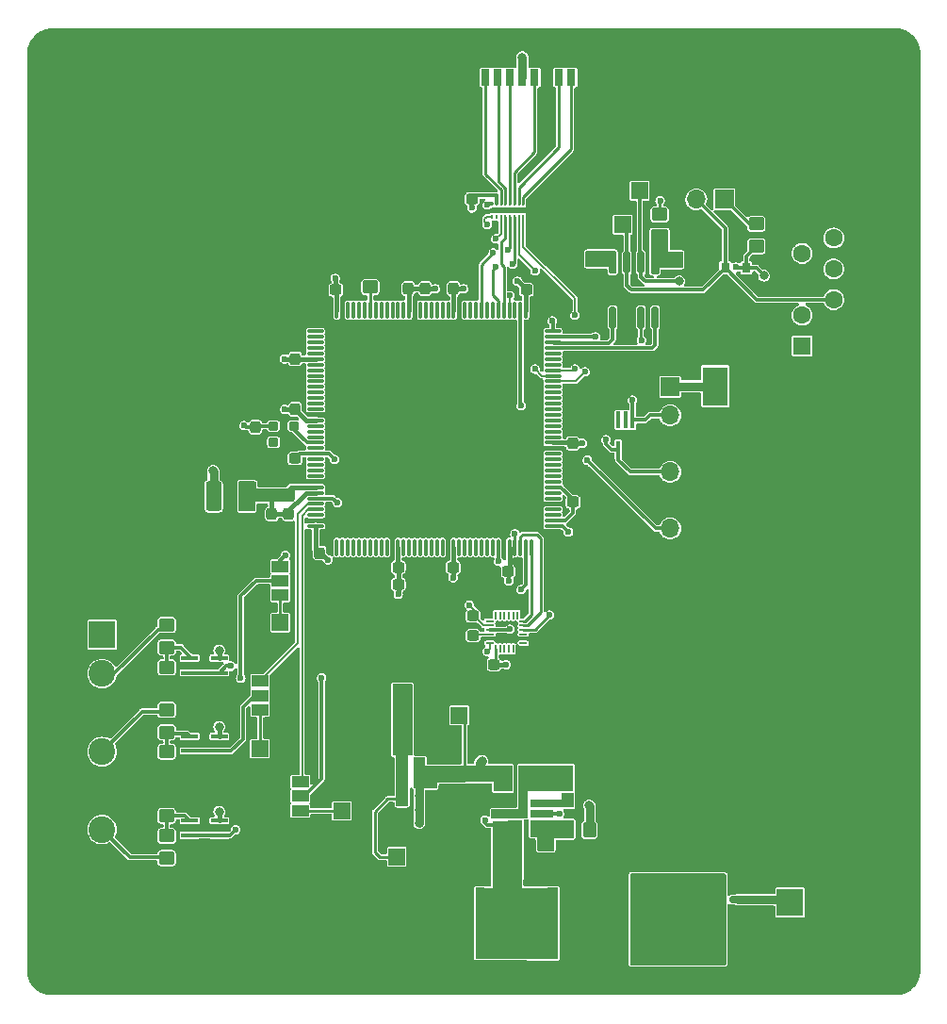
<source format=gtl>
G04 #@! TF.GenerationSoftware,KiCad,Pcbnew,(6.0.5)*
G04 #@! TF.CreationDate,2023-02-28T18:46:16-07:00*
G04 #@! TF.ProjectId,EVCU,45564355-2e6b-4696-9361-645f70636258,rev?*
G04 #@! TF.SameCoordinates,Original*
G04 #@! TF.FileFunction,Copper,L1,Top*
G04 #@! TF.FilePolarity,Positive*
%FSLAX46Y46*%
G04 Gerber Fmt 4.6, Leading zero omitted, Abs format (unit mm)*
G04 Created by KiCad (PCBNEW (6.0.5)) date 2023-02-28 18:46:16*
%MOMM*%
%LPD*%
G01*
G04 APERTURE LIST*
G04 Aperture macros list*
%AMRoundRect*
0 Rectangle with rounded corners*
0 $1 Rounding radius*
0 $2 $3 $4 $5 $6 $7 $8 $9 X,Y pos of 4 corners*
0 Add a 4 corners polygon primitive as box body*
4,1,4,$2,$3,$4,$5,$6,$7,$8,$9,$2,$3,0*
0 Add four circle primitives for the rounded corners*
1,1,$1+$1,$2,$3*
1,1,$1+$1,$4,$5*
1,1,$1+$1,$6,$7*
1,1,$1+$1,$8,$9*
0 Add four rect primitives between the rounded corners*
20,1,$1+$1,$2,$3,$4,$5,0*
20,1,$1+$1,$4,$5,$6,$7,0*
20,1,$1+$1,$6,$7,$8,$9,0*
20,1,$1+$1,$8,$9,$2,$3,0*%
%AMFreePoly0*
4,1,14,0.266715,0.088284,0.363284,-0.008285,0.375000,-0.036569,0.375000,-0.060000,0.363284,-0.088284,0.335000,-0.100000,-0.335000,-0.100000,-0.363284,-0.088284,-0.375000,-0.060000,-0.375000,0.060000,-0.363284,0.088284,-0.335000,0.100000,0.238431,0.100000,0.266715,0.088284,0.266715,0.088284,$1*%
%AMFreePoly1*
4,1,14,0.363284,0.088284,0.375000,0.060000,0.375000,0.036569,0.363284,0.008285,0.266715,-0.088284,0.238431,-0.100000,-0.335000,-0.100000,-0.363284,-0.088284,-0.375000,-0.060000,-0.375000,0.060000,-0.363284,0.088284,-0.335000,0.100000,0.335000,0.100000,0.363284,0.088284,0.363284,0.088284,$1*%
%AMFreePoly2*
4,1,14,0.088284,0.363284,0.100000,0.335000,0.100000,-0.335000,0.088284,-0.363284,0.060000,-0.375000,-0.060000,-0.375000,-0.088284,-0.363284,-0.100000,-0.335000,-0.100000,0.238431,-0.088284,0.266715,0.008285,0.363284,0.036569,0.375000,0.060000,0.375000,0.088284,0.363284,0.088284,0.363284,$1*%
%AMFreePoly3*
4,1,14,-0.008285,0.363284,0.088284,0.266715,0.100000,0.238431,0.100000,-0.335000,0.088284,-0.363284,0.060000,-0.375000,-0.060000,-0.375000,-0.088284,-0.363284,-0.100000,-0.335000,-0.100000,0.335000,-0.088284,0.363284,-0.060000,0.375000,-0.036569,0.375000,-0.008285,0.363284,-0.008285,0.363284,$1*%
%AMFreePoly4*
4,1,14,0.363284,0.088284,0.375000,0.060000,0.375000,-0.060000,0.363284,-0.088284,0.335000,-0.100000,-0.238431,-0.100000,-0.266715,-0.088284,-0.363284,0.008285,-0.375000,0.036569,-0.375000,0.060000,-0.363284,0.088284,-0.335000,0.100000,0.335000,0.100000,0.363284,0.088284,0.363284,0.088284,$1*%
%AMFreePoly5*
4,1,14,0.363284,0.088284,0.375000,0.060000,0.375000,-0.060000,0.363284,-0.088284,0.335000,-0.100000,-0.335000,-0.100000,-0.363284,-0.088284,-0.375000,-0.060000,-0.375000,-0.036569,-0.363284,-0.008285,-0.266715,0.088284,-0.238431,0.100000,0.335000,0.100000,0.363284,0.088284,0.363284,0.088284,$1*%
%AMFreePoly6*
4,1,14,0.088284,0.363284,0.100000,0.335000,0.100000,-0.238431,0.088284,-0.266715,-0.008285,-0.363284,-0.036569,-0.375000,-0.060000,-0.375000,-0.088284,-0.363284,-0.100000,-0.335000,-0.100000,0.335000,-0.088284,0.363284,-0.060000,0.375000,0.060000,0.375000,0.088284,0.363284,0.088284,0.363284,$1*%
%AMFreePoly7*
4,1,14,0.088284,0.363284,0.100000,0.335000,0.100000,-0.335000,0.088284,-0.363284,0.060000,-0.375000,0.036569,-0.375000,0.008285,-0.363284,-0.088284,-0.266715,-0.100000,-0.238431,-0.100000,0.335000,-0.088284,0.363284,-0.060000,0.375000,0.060000,0.375000,0.088284,0.363284,0.088284,0.363284,$1*%
%AMFreePoly8*
4,1,9,5.362500,-0.866500,1.237500,-0.866500,1.237500,-0.450000,-1.237500,-0.450000,-1.237500,0.450000,1.237500,0.450000,1.237500,0.866500,5.362500,0.866500,5.362500,-0.866500,5.362500,-0.866500,$1*%
G04 Aperture macros list end*
G04 #@! TA.AperFunction,SMDPad,CuDef*
%ADD10R,1.500000X1.500000*%
G04 #@! TD*
G04 #@! TA.AperFunction,SMDPad,CuDef*
%ADD11RoundRect,0.237500X0.237500X-0.300000X0.237500X0.300000X-0.237500X0.300000X-0.237500X-0.300000X0*%
G04 #@! TD*
G04 #@! TA.AperFunction,SMDPad,CuDef*
%ADD12R,0.400000X1.500000*%
G04 #@! TD*
G04 #@! TA.AperFunction,SMDPad,CuDef*
%ADD13R,1.500000X1.000000*%
G04 #@! TD*
G04 #@! TA.AperFunction,SMDPad,CuDef*
%ADD14FreePoly0,270.000000*%
G04 #@! TD*
G04 #@! TA.AperFunction,SMDPad,CuDef*
%ADD15RoundRect,0.050000X-0.050000X0.325000X-0.050000X-0.325000X0.050000X-0.325000X0.050000X0.325000X0*%
G04 #@! TD*
G04 #@! TA.AperFunction,SMDPad,CuDef*
%ADD16FreePoly1,270.000000*%
G04 #@! TD*
G04 #@! TA.AperFunction,SMDPad,CuDef*
%ADD17FreePoly2,270.000000*%
G04 #@! TD*
G04 #@! TA.AperFunction,SMDPad,CuDef*
%ADD18RoundRect,0.050000X-0.325000X0.050000X-0.325000X-0.050000X0.325000X-0.050000X0.325000X0.050000X0*%
G04 #@! TD*
G04 #@! TA.AperFunction,SMDPad,CuDef*
%ADD19FreePoly3,270.000000*%
G04 #@! TD*
G04 #@! TA.AperFunction,SMDPad,CuDef*
%ADD20FreePoly4,270.000000*%
G04 #@! TD*
G04 #@! TA.AperFunction,SMDPad,CuDef*
%ADD21FreePoly5,270.000000*%
G04 #@! TD*
G04 #@! TA.AperFunction,SMDPad,CuDef*
%ADD22FreePoly6,270.000000*%
G04 #@! TD*
G04 #@! TA.AperFunction,SMDPad,CuDef*
%ADD23FreePoly7,270.000000*%
G04 #@! TD*
G04 #@! TA.AperFunction,SMDPad,CuDef*
%ADD24RoundRect,0.250001X0.462499X0.849999X-0.462499X0.849999X-0.462499X-0.849999X0.462499X-0.849999X0*%
G04 #@! TD*
G04 #@! TA.AperFunction,SMDPad,CuDef*
%ADD25RoundRect,0.237500X0.300000X0.237500X-0.300000X0.237500X-0.300000X-0.237500X0.300000X-0.237500X0*%
G04 #@! TD*
G04 #@! TA.AperFunction,SMDPad,CuDef*
%ADD26R,0.900000X2.300000*%
G04 #@! TD*
G04 #@! TA.AperFunction,SMDPad,CuDef*
%ADD27FreePoly8,90.000000*%
G04 #@! TD*
G04 #@! TA.AperFunction,ComponentPad*
%ADD28C,3.800000*%
G04 #@! TD*
G04 #@! TA.AperFunction,SMDPad,CuDef*
%ADD29RoundRect,0.237500X-0.237500X0.300000X-0.237500X-0.300000X0.237500X-0.300000X0.237500X0.300000X0*%
G04 #@! TD*
G04 #@! TA.AperFunction,SMDPad,CuDef*
%ADD30RoundRect,0.250001X-0.462499X-1.074999X0.462499X-1.074999X0.462499X1.074999X-0.462499X1.074999X0*%
G04 #@! TD*
G04 #@! TA.AperFunction,SMDPad,CuDef*
%ADD31RoundRect,0.250000X-0.450000X0.350000X-0.450000X-0.350000X0.450000X-0.350000X0.450000X0.350000X0*%
G04 #@! TD*
G04 #@! TA.AperFunction,SMDPad,CuDef*
%ADD32R,1.500000X0.400000*%
G04 #@! TD*
G04 #@! TA.AperFunction,SMDPad,CuDef*
%ADD33RoundRect,0.250000X0.350000X0.450000X-0.350000X0.450000X-0.350000X-0.450000X0.350000X-0.450000X0*%
G04 #@! TD*
G04 #@! TA.AperFunction,SMDPad,CuDef*
%ADD34RoundRect,0.250000X0.412500X0.650000X-0.412500X0.650000X-0.412500X-0.650000X0.412500X-0.650000X0*%
G04 #@! TD*
G04 #@! TA.AperFunction,SMDPad,CuDef*
%ADD35R,2.000000X0.650000*%
G04 #@! TD*
G04 #@! TA.AperFunction,SMDPad,CuDef*
%ADD36RoundRect,0.250000X-0.350000X-0.450000X0.350000X-0.450000X0.350000X0.450000X-0.350000X0.450000X0*%
G04 #@! TD*
G04 #@! TA.AperFunction,ComponentPad*
%ADD37R,2.400000X2.400000*%
G04 #@! TD*
G04 #@! TA.AperFunction,ComponentPad*
%ADD38C,2.400000*%
G04 #@! TD*
G04 #@! TA.AperFunction,ComponentPad*
%ADD39C,2.235200*%
G04 #@! TD*
G04 #@! TA.AperFunction,SMDPad,CuDef*
%ADD40RoundRect,0.075000X-0.662500X-0.075000X0.662500X-0.075000X0.662500X0.075000X-0.662500X0.075000X0*%
G04 #@! TD*
G04 #@! TA.AperFunction,SMDPad,CuDef*
%ADD41RoundRect,0.075000X-0.075000X-0.662500X0.075000X-0.662500X0.075000X0.662500X-0.075000X0.662500X0*%
G04 #@! TD*
G04 #@! TA.AperFunction,SMDPad,CuDef*
%ADD42RoundRect,0.237500X-0.300000X-0.237500X0.300000X-0.237500X0.300000X0.237500X-0.300000X0.237500X0*%
G04 #@! TD*
G04 #@! TA.AperFunction,ComponentPad*
%ADD43R,1.700000X1.700000*%
G04 #@! TD*
G04 #@! TA.AperFunction,ComponentPad*
%ADD44O,1.700000X1.700000*%
G04 #@! TD*
G04 #@! TA.AperFunction,SMDPad,CuDef*
%ADD45RoundRect,0.150000X0.587500X0.150000X-0.587500X0.150000X-0.587500X-0.150000X0.587500X-0.150000X0*%
G04 #@! TD*
G04 #@! TA.AperFunction,SMDPad,CuDef*
%ADD46R,2.300000X3.500000*%
G04 #@! TD*
G04 #@! TA.AperFunction,SMDPad,CuDef*
%ADD47RoundRect,0.150000X0.150000X-0.825000X0.150000X0.825000X-0.150000X0.825000X-0.150000X-0.825000X0*%
G04 #@! TD*
G04 #@! TA.AperFunction,SMDPad,CuDef*
%ADD48R,0.800000X1.500000*%
G04 #@! TD*
G04 #@! TA.AperFunction,SMDPad,CuDef*
%ADD49R,1.450000X2.000000*%
G04 #@! TD*
G04 #@! TA.AperFunction,SMDPad,CuDef*
%ADD50RoundRect,0.250000X0.450000X-0.350000X0.450000X0.350000X-0.450000X0.350000X-0.450000X-0.350000X0*%
G04 #@! TD*
G04 #@! TA.AperFunction,ComponentPad*
%ADD51C,4.000000*%
G04 #@! TD*
G04 #@! TA.AperFunction,ComponentPad*
%ADD52R,1.600000X1.600000*%
G04 #@! TD*
G04 #@! TA.AperFunction,ComponentPad*
%ADD53C,1.600000*%
G04 #@! TD*
G04 #@! TA.AperFunction,SMDPad,CuDef*
%ADD54RoundRect,0.200000X0.250000X-0.200000X0.250000X0.200000X-0.250000X0.200000X-0.250000X-0.200000X0*%
G04 #@! TD*
G04 #@! TA.AperFunction,SMDPad,CuDef*
%ADD55R,0.800000X0.900000*%
G04 #@! TD*
G04 #@! TA.AperFunction,SMDPad,CuDef*
%ADD56R,0.200000X0.450000*%
G04 #@! TD*
G04 #@! TA.AperFunction,SMDPad,CuDef*
%ADD57R,2.800000X0.300000*%
G04 #@! TD*
G04 #@! TA.AperFunction,ViaPad*
%ADD58C,0.800000*%
G04 #@! TD*
G04 #@! TA.AperFunction,ViaPad*
%ADD59C,0.600000*%
G04 #@! TD*
G04 #@! TA.AperFunction,Conductor*
%ADD60C,0.400000*%
G04 #@! TD*
G04 #@! TA.AperFunction,Conductor*
%ADD61C,0.250000*%
G04 #@! TD*
G04 #@! TA.AperFunction,Conductor*
%ADD62C,0.300000*%
G04 #@! TD*
G04 #@! TA.AperFunction,Conductor*
%ADD63C,0.200000*%
G04 #@! TD*
G04 #@! TA.AperFunction,Conductor*
%ADD64C,0.800000*%
G04 #@! TD*
G04 APERTURE END LIST*
D10*
X136579531Y-57293200D03*
X135055531Y-60341200D03*
D11*
X130105200Y-111915100D03*
X130105200Y-110190100D03*
D12*
X135955800Y-77867200D03*
X135305800Y-77867200D03*
X134655800Y-77867200D03*
X134655800Y-80527200D03*
X135955800Y-80527200D03*
D13*
X104292400Y-91003600D03*
X104292400Y-92303600D03*
X104292400Y-93603600D03*
D11*
X119846400Y-66080500D03*
X119846400Y-64355500D03*
D14*
X125621600Y-95417200D03*
D15*
X125221600Y-95417200D03*
X124821600Y-95417200D03*
X124421600Y-95417200D03*
X124021600Y-95417200D03*
D16*
X123621600Y-95417200D03*
D17*
X123121600Y-95917200D03*
D18*
X123121600Y-96317200D03*
X123121600Y-96717200D03*
X123121600Y-97117200D03*
X123121600Y-97517200D03*
D19*
X123121600Y-97917200D03*
D20*
X123621600Y-98417200D03*
D15*
X124021600Y-98417200D03*
X124421600Y-98417200D03*
X124821600Y-98417200D03*
X125221600Y-98417200D03*
D21*
X125621600Y-98417200D03*
D22*
X126121600Y-97917200D03*
D18*
X126121600Y-97517200D03*
X126121600Y-97117200D03*
X126121600Y-96717200D03*
X126121600Y-96317200D03*
D23*
X126121600Y-95917200D03*
D24*
X126695700Y-110036600D03*
X124370700Y-110036600D03*
D25*
X123502900Y-99838200D03*
X121777900Y-99838200D03*
D26*
X113765200Y-109312600D03*
D27*
X115265200Y-109225100D03*
D26*
X116765200Y-109312600D03*
D10*
X109820200Y-112979200D03*
D28*
X83820000Y-45466000D03*
D29*
X115243008Y-111910156D03*
X115243008Y-113635156D03*
D28*
X159512000Y-45466000D03*
D30*
X98292900Y-84725200D03*
X101267900Y-84725200D03*
D11*
X130556000Y-79983500D03*
X130556000Y-78258500D03*
D25*
X109278900Y-66183200D03*
X107553900Y-66183200D03*
D31*
X94081600Y-107661200D03*
X94081600Y-109661200D03*
D32*
X96155200Y-99273600D03*
X96155200Y-99923600D03*
X96155200Y-100573600D03*
X98815200Y-100573600D03*
X98815200Y-99273600D03*
D11*
X117306400Y-66080500D03*
X117306400Y-64355500D03*
D33*
X132064000Y-114681000D03*
X130064000Y-114681000D03*
D13*
X102479600Y-101316000D03*
X102479600Y-102616000D03*
X102479600Y-103916000D03*
D34*
X124555700Y-116205000D03*
X121430700Y-116205000D03*
D31*
X94081600Y-103902000D03*
X94081600Y-105902000D03*
D33*
X132321731Y-63414600D03*
X130321731Y-63414600D03*
D35*
X124409200Y-112308600D03*
X124409200Y-113258600D03*
X124409200Y-114208600D03*
X127829200Y-114208600D03*
X127829200Y-113258600D03*
X127829200Y-112308600D03*
D31*
X94081600Y-96282000D03*
X94081600Y-98282000D03*
D25*
X124772900Y-91465400D03*
X123047900Y-91465400D03*
D10*
X104292400Y-96053400D03*
D36*
X139846731Y-63465400D03*
X141846731Y-63465400D03*
D32*
X96155200Y-106284000D03*
X96155200Y-106934000D03*
X96155200Y-107584000D03*
X98815200Y-107584000D03*
X98815200Y-106284000D03*
D25*
X114892300Y-91100600D03*
X113167300Y-91100600D03*
D13*
X106086400Y-110358400D03*
X106086400Y-111658400D03*
X106086400Y-112958400D03*
D37*
X150091200Y-121194600D03*
D38*
X153591200Y-121194600D03*
D10*
X114757200Y-117094000D03*
D25*
X114892300Y-92633800D03*
X113167300Y-92633800D03*
X119819900Y-91108700D03*
X118094900Y-91108700D03*
D39*
X138150600Y-124510800D03*
X138150600Y-121208800D03*
X124688600Y-124510800D03*
X124688600Y-121208800D03*
D40*
X107456700Y-69904600D03*
X107456700Y-70404600D03*
X107456700Y-70904600D03*
X107456700Y-71404600D03*
X107456700Y-71904600D03*
X107456700Y-72404600D03*
X107456700Y-72904600D03*
X107456700Y-73404600D03*
X107456700Y-73904600D03*
X107456700Y-74404600D03*
X107456700Y-74904600D03*
X107456700Y-75404600D03*
X107456700Y-75904600D03*
X107456700Y-76404600D03*
X107456700Y-76904600D03*
X107456700Y-77404600D03*
X107456700Y-77904600D03*
X107456700Y-78404600D03*
X107456700Y-78904600D03*
X107456700Y-79404600D03*
X107456700Y-79904600D03*
X107456700Y-80404600D03*
X107456700Y-80904600D03*
X107456700Y-81404600D03*
X107456700Y-81904600D03*
X107456700Y-82404600D03*
X107456700Y-82904600D03*
X107456700Y-83404600D03*
X107456700Y-83904600D03*
X107456700Y-84404600D03*
X107456700Y-84904600D03*
X107456700Y-85404600D03*
X107456700Y-85904600D03*
X107456700Y-86404600D03*
X107456700Y-86904600D03*
X107456700Y-87404600D03*
D41*
X109369200Y-89317100D03*
X109869200Y-89317100D03*
X110369200Y-89317100D03*
X110869200Y-89317100D03*
X111369200Y-89317100D03*
X111869200Y-89317100D03*
X112369200Y-89317100D03*
X112869200Y-89317100D03*
X113369200Y-89317100D03*
X113869200Y-89317100D03*
X114369200Y-89317100D03*
X114869200Y-89317100D03*
X115369200Y-89317100D03*
X115869200Y-89317100D03*
X116369200Y-89317100D03*
X116869200Y-89317100D03*
X117369200Y-89317100D03*
X117869200Y-89317100D03*
X118369200Y-89317100D03*
X118869200Y-89317100D03*
X119369200Y-89317100D03*
X119869200Y-89317100D03*
X120369200Y-89317100D03*
X120869200Y-89317100D03*
X121369200Y-89317100D03*
X121869200Y-89317100D03*
X122369200Y-89317100D03*
X122869200Y-89317100D03*
X123369200Y-89317100D03*
X123869200Y-89317100D03*
X124369200Y-89317100D03*
X124869200Y-89317100D03*
X125369200Y-89317100D03*
X125869200Y-89317100D03*
X126369200Y-89317100D03*
X126869200Y-89317100D03*
D40*
X128781700Y-87404600D03*
X128781700Y-86904600D03*
X128781700Y-86404600D03*
X128781700Y-85904600D03*
X128781700Y-85404600D03*
X128781700Y-84904600D03*
X128781700Y-84404600D03*
X128781700Y-83904600D03*
X128781700Y-83404600D03*
X128781700Y-82904600D03*
X128781700Y-82404600D03*
X128781700Y-81904600D03*
X128781700Y-81404600D03*
X128781700Y-80904600D03*
X128781700Y-80404600D03*
X128781700Y-79904600D03*
X128781700Y-79404600D03*
X128781700Y-78904600D03*
X128781700Y-78404600D03*
X128781700Y-77904600D03*
X128781700Y-77404600D03*
X128781700Y-76904600D03*
X128781700Y-76404600D03*
X128781700Y-75904600D03*
X128781700Y-75404600D03*
X128781700Y-74904600D03*
X128781700Y-74404600D03*
X128781700Y-73904600D03*
X128781700Y-73404600D03*
X128781700Y-72904600D03*
X128781700Y-72404600D03*
X128781700Y-71904600D03*
X128781700Y-71404600D03*
X128781700Y-70904600D03*
X128781700Y-70404600D03*
X128781700Y-69904600D03*
D41*
X126869200Y-67992100D03*
X126369200Y-67992100D03*
X125869200Y-67992100D03*
X125369200Y-67992100D03*
X124869200Y-67992100D03*
X124369200Y-67992100D03*
X123869200Y-67992100D03*
X123369200Y-67992100D03*
X122869200Y-67992100D03*
X122369200Y-67992100D03*
X121869200Y-67992100D03*
X121369200Y-67992100D03*
X120869200Y-67992100D03*
X120369200Y-67992100D03*
X119869200Y-67992100D03*
X119369200Y-67992100D03*
X118869200Y-67992100D03*
X118369200Y-67992100D03*
X117869200Y-67992100D03*
X117369200Y-67992100D03*
X116869200Y-67992100D03*
X116369200Y-67992100D03*
X115869200Y-67992100D03*
X115369200Y-67992100D03*
X114869200Y-67992100D03*
X114369200Y-67992100D03*
X113869200Y-67992100D03*
X113369200Y-67992100D03*
X112869200Y-67992100D03*
X112369200Y-67992100D03*
X111869200Y-67992100D03*
X111369200Y-67992100D03*
X110869200Y-67992100D03*
X110369200Y-67992100D03*
X109869200Y-67992100D03*
X109369200Y-67992100D03*
D11*
X115782400Y-66080500D03*
X115782400Y-64355500D03*
D42*
X130607900Y-85242400D03*
X132332900Y-85242400D03*
D43*
X144204531Y-58055200D03*
D44*
X141664531Y-58055200D03*
D45*
X145412700Y-122844600D03*
X145412700Y-120944600D03*
X143537700Y-121894600D03*
D25*
X121614100Y-95469400D03*
X119889100Y-95469400D03*
D43*
X139319000Y-74904600D03*
D44*
X139319000Y-77444600D03*
X139319000Y-79984600D03*
X139319000Y-82524600D03*
X139319000Y-85064600D03*
X139319000Y-87604600D03*
D31*
X94081600Y-100092000D03*
X94081600Y-102092000D03*
D32*
X96155200Y-113853200D03*
X96155200Y-114503200D03*
X96155200Y-115153200D03*
X98815200Y-115153200D03*
X98815200Y-113853200D03*
D31*
X147066000Y-60264800D03*
X147066000Y-62264800D03*
D28*
X159512000Y-127254000D03*
D42*
X119787500Y-58013600D03*
X121512500Y-58013600D03*
D29*
X119176800Y-109674956D03*
X119176800Y-111399956D03*
X120700800Y-109678300D03*
X120700800Y-111403300D03*
D37*
X88279200Y-97142600D03*
D38*
X88279200Y-100642600D03*
X88279200Y-104142600D03*
X88279200Y-107642600D03*
X88279200Y-111142600D03*
X88279200Y-114642600D03*
D10*
X102454200Y-107391200D03*
D46*
X143383000Y-74836000D03*
X143383000Y-69436000D03*
D29*
X105054400Y-86310300D03*
X105054400Y-88035300D03*
D11*
X105622400Y-76910100D03*
X105622400Y-75185100D03*
D10*
X120370600Y-104394000D03*
D25*
X105612100Y-81330800D03*
X103887100Y-81330800D03*
D11*
X105054400Y-84631700D03*
X105054400Y-82906700D03*
D47*
X134166531Y-68658200D03*
X135436531Y-68658200D03*
X136706531Y-68658200D03*
X137976531Y-68658200D03*
X137976531Y-63708200D03*
X136706531Y-63708200D03*
X135436531Y-63708200D03*
X134166531Y-63708200D03*
D48*
X122742400Y-47107200D03*
X123842400Y-47107200D03*
X124942400Y-47107200D03*
X126042400Y-47107200D03*
X127142400Y-47107200D03*
X128242400Y-47107200D03*
X129342400Y-47107200D03*
X130442400Y-47107200D03*
D49*
X132817400Y-44507200D03*
X119067400Y-44507200D03*
X119067400Y-52807200D03*
X132817400Y-52807200D03*
D25*
X121614100Y-97231200D03*
X119889100Y-97231200D03*
D11*
X105622400Y-72379700D03*
X105622400Y-70654700D03*
D50*
X94081600Y-117205000D03*
X94081600Y-115205000D03*
X112378800Y-65938600D03*
X112378800Y-63938600D03*
D29*
X103530400Y-86310300D03*
X103530400Y-88035300D03*
X107823000Y-89815500D03*
X107823000Y-91540500D03*
D51*
X152594869Y-78185200D03*
X152594869Y-53185200D03*
D52*
X151174869Y-71225200D03*
D53*
X151174869Y-68455200D03*
X151174869Y-65685200D03*
X151174869Y-62915200D03*
X151174869Y-60145200D03*
X154014869Y-69840200D03*
X154014869Y-67070200D03*
X154014869Y-64300200D03*
X154014869Y-61530200D03*
D11*
X103530400Y-84631700D03*
X103530400Y-82906700D03*
D54*
X103681400Y-79862200D03*
X105531400Y-79862200D03*
X105531400Y-78412200D03*
X103681400Y-78412200D03*
D55*
X146165531Y-64221200D03*
X144265531Y-64221200D03*
X145215531Y-66621200D03*
D29*
X102057200Y-78528700D03*
X102057200Y-80253700D03*
D31*
X128143000Y-115967000D03*
X128143000Y-117967000D03*
D56*
X123322400Y-59616200D03*
X123722400Y-59616200D03*
X124122400Y-59616200D03*
X124522400Y-59616200D03*
X124922400Y-59616200D03*
X125322400Y-59616200D03*
X125722400Y-59616200D03*
X126122400Y-59616200D03*
X126122400Y-58465200D03*
X125722400Y-58465200D03*
X125322400Y-58465200D03*
X124922400Y-58465200D03*
X124522400Y-58465200D03*
X124122400Y-58465200D03*
X123722400Y-58465200D03*
X123322400Y-58465200D03*
D57*
X124722400Y-59041200D03*
D50*
X94081600Y-113420400D03*
X94081600Y-111420400D03*
D42*
X126391500Y-66167000D03*
X128116500Y-66167000D03*
D29*
X122231200Y-109682100D03*
X122231200Y-111407100D03*
D28*
X83820000Y-127254000D03*
D31*
X138382931Y-59417400D03*
X138382931Y-61417400D03*
D58*
X98256400Y-82439200D03*
D59*
X119811800Y-92024200D03*
X136740431Y-70694200D03*
D58*
X115265200Y-103282600D03*
D59*
X101041200Y-78375200D03*
X131419600Y-79959200D03*
X124570800Y-99838200D03*
X104648000Y-72390000D03*
D58*
X126034800Y-45288200D03*
D59*
X121285000Y-94488000D03*
X120777000Y-66090800D03*
X121513600Y-58826400D03*
D58*
X115265200Y-102082600D03*
D59*
X104698800Y-76911200D03*
X122894400Y-58563200D03*
X124841000Y-92329000D03*
X114884200Y-93497400D03*
X125603000Y-65405000D03*
X118237000Y-66090800D03*
X130184200Y-87926700D03*
X109220000Y-65151000D03*
X138416831Y-58197400D03*
X128736400Y-68977200D03*
X108585000Y-90424000D03*
D58*
X98806000Y-113030000D03*
X122428000Y-108458000D03*
X116765200Y-111580800D03*
X98806000Y-98552000D03*
X132029200Y-112496600D03*
X116765200Y-112901600D03*
X98806000Y-105410000D03*
X116765200Y-114070000D03*
D59*
X122682000Y-113792000D03*
X129362200Y-113258600D03*
X131876800Y-81483200D03*
X109178400Y-81423200D03*
X109407000Y-85284000D03*
X104749600Y-90017600D03*
X132597200Y-70399600D03*
X135940800Y-76089200D03*
X125942400Y-76597200D03*
X133562400Y-79645200D03*
X100279200Y-114655600D03*
X100736400Y-101041200D03*
X108000800Y-101041200D03*
X99872800Y-99974400D03*
D58*
X147755531Y-64913200D03*
D59*
X145215531Y-64151200D03*
D58*
X140135531Y-65421200D03*
D59*
X122885200Y-98653600D03*
X123910400Y-90567200D03*
X128482400Y-95393200D03*
X125369200Y-88092400D03*
X124926400Y-96663200D03*
X125942400Y-93107200D03*
X131682800Y-73549200D03*
X122894400Y-60341200D03*
X127177800Y-64465200D03*
X127177800Y-73304400D03*
X130768400Y-68469200D03*
X130768400Y-73295200D03*
X124926400Y-66691200D03*
X123656400Y-61611200D03*
X123656400Y-64151200D03*
X125180400Y-63897200D03*
X123420900Y-62881200D03*
X124715900Y-62627200D03*
D60*
X114869200Y-89317100D02*
X114869200Y-91306100D01*
X131419600Y-79959200D02*
X131395300Y-79983500D01*
D61*
X115243008Y-111910156D02*
X113921244Y-111910156D01*
D60*
X120777000Y-66090800D02*
X120766700Y-66080500D01*
D61*
X123621600Y-98417200D02*
X123621600Y-99747100D01*
D62*
X102057200Y-78528700D02*
X101194700Y-78528700D01*
X103681400Y-78412200D02*
X102173700Y-78412200D01*
D60*
X114892300Y-93489300D02*
X114892300Y-92633800D01*
D61*
X113207800Y-117094000D02*
X114757200Y-117094000D01*
D60*
X104699900Y-76910100D02*
X104698800Y-76911200D01*
X128781700Y-79904600D02*
X130477100Y-79904600D01*
X131395300Y-79983500D02*
X130556000Y-79983500D01*
D63*
X122572700Y-96317200D02*
X121724900Y-95469400D01*
D60*
X130477100Y-79904600D02*
X130556000Y-79983500D01*
D62*
X128781700Y-69022500D02*
X128736400Y-68977200D01*
D60*
X114869200Y-91077500D02*
X114892300Y-91100600D01*
X105622400Y-72379700D02*
X104658300Y-72379700D01*
D64*
X139387600Y-74836000D02*
X139319000Y-74904600D01*
D63*
X121724900Y-95469400D02*
X121724900Y-94927900D01*
D60*
X125603000Y-65405000D02*
X125629500Y-65405000D01*
D62*
X123722400Y-57708800D02*
X121817300Y-57708800D01*
D60*
X107456700Y-89449200D02*
X107823000Y-89815500D01*
D62*
X121512500Y-58825300D02*
X121513600Y-58826400D01*
D60*
X119819900Y-92016100D02*
X119819900Y-91108700D01*
X107456700Y-87404600D02*
X107456700Y-89449200D01*
X114884200Y-93497400D02*
X114892300Y-93489300D01*
D62*
X124841000Y-92329000D02*
X124841000Y-91261100D01*
X121512500Y-58013600D02*
X121512500Y-58825300D01*
D60*
X104658300Y-72379700D02*
X104648000Y-72390000D01*
D64*
X98292900Y-82475700D02*
X98256400Y-82439200D01*
D60*
X105622400Y-76910100D02*
X104699900Y-76910100D01*
X109278900Y-65209900D02*
X109220000Y-65151000D01*
X126369200Y-67992100D02*
X126369200Y-66189300D01*
D61*
X138382931Y-58231300D02*
X138416831Y-58197400D01*
D60*
X106616900Y-77904600D02*
X105622400Y-76910100D01*
X117306400Y-66080500D02*
X118226700Y-66080500D01*
D62*
X122992400Y-58465200D02*
X122894400Y-58563200D01*
D60*
X123502900Y-99838200D02*
X124570800Y-99838200D01*
D61*
X136706531Y-68658200D02*
X136706531Y-70660300D01*
D64*
X98292900Y-84725200D02*
X98292900Y-82475700D01*
D62*
X128781700Y-69904600D02*
X128781700Y-69022500D01*
D61*
X138382931Y-59417400D02*
X138382931Y-58231300D01*
D60*
X107456700Y-72404600D02*
X105647300Y-72404600D01*
X124869200Y-91232900D02*
X124869200Y-89317100D01*
X107823000Y-89815500D02*
X107976500Y-89815500D01*
D64*
X126042400Y-45295800D02*
X126042400Y-47107200D01*
D60*
X107456700Y-77904600D02*
X106616900Y-77904600D01*
D63*
X123121600Y-96317200D02*
X122572700Y-96317200D01*
X121724900Y-94927900D02*
X121285000Y-94488000D01*
D62*
X123322400Y-58465200D02*
X122992400Y-58465200D01*
D60*
X115869200Y-66167300D02*
X115782400Y-66080500D01*
D62*
X128781700Y-87404600D02*
X129662100Y-87404600D01*
D61*
X112776000Y-116662200D02*
X113207800Y-117094000D01*
D60*
X109369200Y-66273500D02*
X109278900Y-66183200D01*
X107976500Y-89815500D02*
X108585000Y-90424000D01*
D61*
X136706531Y-70660300D02*
X136740431Y-70694200D01*
D60*
X109369200Y-67992100D02*
X109369200Y-66273500D01*
D61*
X113921244Y-111910156D02*
X112776000Y-113055400D01*
D60*
X114892300Y-90957400D02*
X114892300Y-92633800D01*
X105647300Y-72404600D02*
X105622400Y-72379700D01*
D64*
X126034800Y-45288200D02*
X126042400Y-45295800D01*
D60*
X119869200Y-67992100D02*
X119869200Y-66052500D01*
D62*
X123722400Y-58465200D02*
X123722400Y-57708800D01*
D60*
X125629500Y-65405000D02*
X126391500Y-66167000D01*
X109278900Y-66183200D02*
X109278900Y-65209900D01*
X115782400Y-66080500D02*
X117306400Y-66080500D01*
D62*
X129662100Y-87404600D02*
X130184200Y-87926700D01*
D60*
X115869200Y-67992100D02*
X115869200Y-66167300D01*
X126369200Y-66189300D02*
X126391500Y-66167000D01*
D61*
X112776000Y-113055400D02*
X112776000Y-116662200D01*
D64*
X143383000Y-74836000D02*
X139387600Y-74836000D01*
D60*
X118226700Y-66080500D02*
X118237000Y-66090800D01*
D62*
X101194700Y-78528700D02*
X101041200Y-78375200D01*
X121817300Y-57708800D02*
X121512500Y-58013600D01*
D60*
X120766700Y-66080500D02*
X119846400Y-66080500D01*
D62*
X124841000Y-91261100D02*
X124869200Y-91232900D01*
D60*
X119811800Y-92024200D02*
X119819900Y-92016100D01*
X119869200Y-89317100D02*
X119869200Y-91279900D01*
D62*
X102173700Y-78412200D02*
X102057200Y-78528700D01*
D63*
X125628400Y-98424000D02*
X125621600Y-98417200D01*
D62*
X105207900Y-82753200D02*
X105054400Y-82906700D01*
D64*
X122231200Y-109682100D02*
X122231200Y-108654800D01*
D61*
X120863208Y-109682100D02*
X120863208Y-104886608D01*
X120863208Y-104886608D02*
X120370600Y-104394000D01*
D64*
X116765200Y-111580800D02*
X116765200Y-112901600D01*
D60*
X98815200Y-98561200D02*
X98806000Y-98552000D01*
D64*
X116765200Y-109312600D02*
X116765200Y-111580800D01*
D60*
X98815200Y-106284000D02*
X98815200Y-105419200D01*
X98815200Y-113039200D02*
X98806000Y-113030000D01*
D64*
X132121200Y-112588600D02*
X132121200Y-114117856D01*
D60*
X98815200Y-105419200D02*
X98806000Y-105410000D01*
D64*
X132029200Y-112496600D02*
X132121200Y-112588600D01*
X116765200Y-112901600D02*
X116765200Y-114070000D01*
X122231200Y-108654800D02*
X122428000Y-108458000D01*
D60*
X98815200Y-113853200D02*
X98815200Y-113039200D01*
X98815200Y-99273600D02*
X98815200Y-98561200D01*
D62*
X122682000Y-114046000D02*
X122844600Y-114208600D01*
X122682000Y-113792000D02*
X122682000Y-114046000D01*
X122844600Y-114208600D02*
X124409200Y-114208600D01*
X127829200Y-113258600D02*
X129362200Y-113258600D01*
D60*
X106392680Y-84663285D02*
X106651365Y-84404600D01*
X105273500Y-83904600D02*
X105114400Y-84063700D01*
X106392680Y-84666120D02*
X106392680Y-84663285D01*
X106651365Y-84404600D02*
X107456700Y-84404600D01*
X105054400Y-86004400D02*
X106392680Y-84666120D01*
X105054400Y-86310300D02*
X105054400Y-86004400D01*
X103530400Y-86310300D02*
X105054400Y-86310300D01*
X103530400Y-84631700D02*
X103530400Y-86310300D01*
X107456700Y-83904600D02*
X105273500Y-83904600D01*
D62*
X128781700Y-86904600D02*
X129884400Y-86904600D01*
X129884400Y-86904600D02*
X130581400Y-86207600D01*
X130581400Y-86207600D02*
X130581400Y-84969676D01*
X129516324Y-83904600D02*
X128781700Y-83904600D01*
X130581400Y-84969676D02*
X129516324Y-83904600D01*
X137998200Y-87604600D02*
X131876800Y-81483200D01*
X108659800Y-80904600D02*
X109178400Y-81423200D01*
X105722900Y-81169200D02*
X105987500Y-80904600D01*
X105987500Y-80904600D02*
X107456700Y-80904600D01*
X139319000Y-87604600D02*
X137998200Y-87604600D01*
X107456700Y-80904600D02*
X108659800Y-80904600D01*
D63*
X121728100Y-97117200D02*
X121614100Y-97231200D01*
X123121600Y-97117200D02*
X121728100Y-97117200D01*
D62*
X104749600Y-90017600D02*
X104292400Y-90474800D01*
X104292400Y-90474800D02*
X104292400Y-91003600D01*
X107456700Y-84904600D02*
X109027600Y-84904600D01*
X109027600Y-84904600D02*
X109407000Y-85284000D01*
D63*
X105865920Y-88313687D02*
X105864360Y-88315248D01*
X106771800Y-85404600D02*
X105865920Y-86310480D01*
X107456700Y-85404600D02*
X106771800Y-85404600D01*
X105865920Y-86310480D02*
X105865920Y-88313687D01*
X105864360Y-88315248D02*
X105864360Y-97931240D01*
X105864360Y-97931240D02*
X102479600Y-101316000D01*
D62*
X135940800Y-76089200D02*
X135955800Y-76104200D01*
X132597200Y-70399600D02*
X131555800Y-70399600D01*
X131555800Y-70399600D02*
X131550800Y-70404600D01*
X139319000Y-77444600D02*
X137515600Y-77444600D01*
X137515600Y-77444600D02*
X137093000Y-77867200D01*
X131550800Y-70404600D02*
X128781700Y-70404600D01*
X137093000Y-77867200D02*
X135955800Y-77867200D01*
X135955800Y-76104200D02*
X135955800Y-77867200D01*
X134655800Y-80527200D02*
X134070400Y-80527200D01*
X134655800Y-81468200D02*
X134655800Y-80527200D01*
X133562400Y-80019200D02*
X133562400Y-79645200D01*
X125869200Y-67992100D02*
X125869200Y-76524000D01*
X135712200Y-82524600D02*
X134655800Y-81468200D01*
X125869200Y-76524000D02*
X125942400Y-76597200D01*
X139319000Y-82524600D02*
X135712200Y-82524600D01*
X134070400Y-80527200D02*
X133562400Y-80019200D01*
D61*
X124123920Y-57193142D02*
X124123920Y-58465200D01*
X122742400Y-47107200D02*
X122742400Y-55811622D01*
X122742400Y-55811622D02*
X124123920Y-57193142D01*
X124522400Y-58465200D02*
X124522400Y-57059142D01*
X123910400Y-56447142D02*
X123910400Y-47175200D01*
X123910400Y-47175200D02*
X123842400Y-47107200D01*
X124522400Y-57059142D02*
X123910400Y-56447142D01*
X124942400Y-58445200D02*
X124922400Y-58465200D01*
X124942400Y-47107200D02*
X124942400Y-58445200D01*
X127142400Y-53807200D02*
X127142400Y-47107200D01*
X125322400Y-55627200D02*
X127142400Y-53807200D01*
X125322400Y-58465200D02*
X125322400Y-55627200D01*
X125722400Y-58465200D02*
X125722400Y-57005200D01*
X129342400Y-53385200D02*
X129342400Y-47107200D01*
X125722400Y-57005200D02*
X129342400Y-53385200D01*
X126122400Y-58465200D02*
X126122400Y-57875200D01*
X126122400Y-57875200D02*
X130442400Y-53555200D01*
X130442400Y-53555200D02*
X130442400Y-47107200D01*
X112369200Y-65948200D02*
X112378800Y-65938600D01*
X112369200Y-67992100D02*
X112369200Y-65948200D01*
D62*
X94081600Y-115128800D02*
X94081600Y-113420400D01*
X94081600Y-113420400D02*
X95722400Y-113420400D01*
X95722400Y-113420400D02*
X96155200Y-113853200D01*
X95925600Y-106054400D02*
X96155200Y-106284000D01*
X94081600Y-106054400D02*
X95925600Y-106054400D01*
X94081600Y-106054400D02*
X94081600Y-107661200D01*
X99781600Y-115153200D02*
X100279200Y-114655600D01*
X100736400Y-101041200D02*
X100736400Y-93692000D01*
X96155200Y-115153200D02*
X98815200Y-115153200D01*
X98815200Y-115153200D02*
X99781600Y-115153200D01*
X102124800Y-92303600D02*
X104292400Y-92303600D01*
X100736400Y-93692000D02*
X102124800Y-92303600D01*
X96155200Y-107584000D02*
X98815200Y-107584000D01*
X100939600Y-106527600D02*
X100939600Y-103652978D01*
X100939600Y-103652978D02*
X101976578Y-102616000D01*
X101976578Y-102616000D02*
X102479600Y-102616000D01*
X99883200Y-107584000D02*
X100939600Y-106527600D01*
X98815200Y-107584000D02*
X99883200Y-107584000D01*
X90765400Y-117128800D02*
X88279200Y-114642600D01*
X94081600Y-117128800D02*
X90765400Y-117128800D01*
X91867400Y-104054400D02*
X94081600Y-104054400D01*
X88279200Y-107642600D02*
X91867400Y-104054400D01*
X106086400Y-111658400D02*
X106476800Y-111658400D01*
X96155200Y-100573600D02*
X98815200Y-100573600D01*
X108000800Y-110134400D02*
X108000800Y-101041200D01*
X99872800Y-99974400D02*
X99414400Y-99974400D01*
X106476800Y-111658400D02*
X108000800Y-110134400D01*
X99414400Y-99974400D02*
X98815200Y-100573600D01*
X136706531Y-63708200D02*
X136579531Y-63581200D01*
X147755531Y-64913200D02*
X147063531Y-64221200D01*
X146165531Y-64221200D02*
X146165531Y-63165269D01*
X136579531Y-63581200D02*
X136579531Y-57293200D01*
X140135531Y-65421200D02*
X137087531Y-65421200D01*
X146165531Y-64221200D02*
X145285531Y-64221200D01*
X145285531Y-64221200D02*
X145215531Y-64151200D01*
X147063531Y-64221200D02*
X146165531Y-64221200D01*
X137087531Y-65421200D02*
X136706531Y-65040200D01*
X146165531Y-63165269D02*
X147066000Y-62264800D01*
X136706531Y-65040200D02*
X136706531Y-63708200D01*
X106697701Y-79904600D02*
X105531400Y-78738299D01*
X107456700Y-79904600D02*
X106697701Y-79904600D01*
X105531400Y-78738299D02*
X105531400Y-78412200D01*
D63*
X123121600Y-98417200D02*
X123121600Y-97917200D01*
D62*
X123869200Y-90526000D02*
X123910400Y-90567200D01*
D63*
X122885200Y-98653600D02*
X123121600Y-98417200D01*
D62*
X123869200Y-89317100D02*
X123869200Y-90526000D01*
D61*
X127158400Y-96717200D02*
X128482400Y-95393200D01*
X125369200Y-88092400D02*
X125369200Y-89317100D01*
X126121600Y-96717200D02*
X127158400Y-96717200D01*
X126073880Y-88149720D02*
X125869200Y-88354400D01*
X127720400Y-88535200D02*
X127334920Y-88149720D01*
X126121600Y-96317200D02*
X126528871Y-96317200D01*
X125869200Y-88354400D02*
X125869200Y-89317100D01*
X126528871Y-96317200D02*
X127720400Y-95125671D01*
X127334920Y-88149720D02*
X126073880Y-88149720D01*
X127720400Y-95125671D02*
X127720400Y-88535200D01*
D62*
X126369200Y-92680400D02*
X126369200Y-89317100D01*
X123121600Y-96717200D02*
X124872400Y-96717200D01*
X124872400Y-96717200D02*
X124926400Y-96663200D01*
X125942400Y-93107200D02*
X126369200Y-92680400D01*
D61*
X126869200Y-95330000D02*
X126869200Y-89317100D01*
X126282000Y-95917200D02*
X126869200Y-95330000D01*
X126121600Y-95917200D02*
X126282000Y-95917200D01*
D63*
X122894400Y-60341200D02*
X122640400Y-60087200D01*
X122640400Y-60087200D02*
X122640400Y-59833200D01*
X122640400Y-59833200D02*
X122857400Y-59616200D01*
X130827400Y-74404600D02*
X131682800Y-73549200D01*
X122857400Y-59616200D02*
X123322400Y-59616200D01*
X128781700Y-74404600D02*
X130827400Y-74404600D01*
X127177800Y-64465200D02*
X125722400Y-63009800D01*
X127778000Y-73904600D02*
X128781700Y-73904600D01*
X125722400Y-63009800D02*
X125722400Y-59616200D01*
X127177800Y-73304400D02*
X127778000Y-73904600D01*
X130768400Y-66945200D02*
X126122400Y-62299200D01*
X130659000Y-73404600D02*
X128781700Y-73404600D01*
X126122400Y-62299200D02*
X126122400Y-59616200D01*
X130768400Y-68469200D02*
X130768400Y-66945200D01*
X130768400Y-73295200D02*
X130659000Y-73404600D01*
D62*
X137708131Y-71404600D02*
X137976531Y-71136200D01*
X137976531Y-71136200D02*
X137976531Y-68658200D01*
X128781700Y-71404600D02*
X137708131Y-71404600D01*
X134166531Y-70628200D02*
X134166531Y-68658200D01*
X133818620Y-70976111D02*
X134166531Y-70628200D01*
X128781700Y-70904600D02*
X128853211Y-70976111D01*
X128853211Y-70976111D02*
X133818620Y-70976111D01*
X93303600Y-96688400D02*
X94081600Y-96688400D01*
X89349400Y-100642600D02*
X93303600Y-96688400D01*
X88279200Y-100642600D02*
X89349400Y-100642600D01*
D63*
X124869200Y-66748400D02*
X124926400Y-66691200D01*
X124869200Y-67992100D02*
X124869200Y-66748400D01*
X124122400Y-61145200D02*
X124122400Y-59616200D01*
X123656400Y-61611200D02*
X124122400Y-61145200D01*
D61*
X124522400Y-59616200D02*
X124522400Y-61525155D01*
X124164400Y-61883155D02*
X124164400Y-63879245D01*
X124522400Y-61525155D02*
X124164400Y-61883155D01*
X124369200Y-64084045D02*
X124369200Y-67992100D01*
X124164400Y-63879245D02*
X124369200Y-64084045D01*
X123402400Y-64405200D02*
X123402400Y-66691200D01*
X123402400Y-66691200D02*
X123869200Y-67158000D01*
X125322400Y-63755200D02*
X125322400Y-59616200D01*
X125180400Y-63897200D02*
X125322400Y-63755200D01*
X123656400Y-64151200D02*
X123402400Y-64405200D01*
X123869200Y-67158000D02*
X123869200Y-67992100D01*
X124922400Y-62420700D02*
X124715900Y-62627200D01*
X122369200Y-63932900D02*
X122369200Y-67992100D01*
X124922400Y-59616200D02*
X124922400Y-62420700D01*
X123420900Y-62881200D02*
X122369200Y-63932900D01*
D62*
X147114531Y-67070200D02*
X144265531Y-64221200D01*
X144265531Y-64221200D02*
X144265531Y-60656200D01*
X142303531Y-66183200D02*
X135817531Y-66183200D01*
X135436531Y-63708200D02*
X135436531Y-60468200D01*
X135817531Y-66183200D02*
X135436531Y-65802200D01*
X135436531Y-65802200D02*
X135436531Y-63708200D01*
X147114531Y-67070200D02*
X154014869Y-67070200D01*
X144265531Y-60656200D02*
X141664531Y-58055200D01*
X135309531Y-60341200D02*
X135055531Y-60341200D01*
X135436531Y-60468200D02*
X135309531Y-60341200D01*
X144265531Y-64221200D02*
X142303531Y-66183200D01*
X147066000Y-60264800D02*
X146414131Y-60264800D01*
X146414131Y-60264800D02*
X144204531Y-58055200D01*
D61*
X104292400Y-93197200D02*
X104292400Y-95441500D01*
X102479600Y-103916000D02*
X102479600Y-107365800D01*
X102479600Y-107365800D02*
X102454200Y-107391200D01*
D63*
X106792787Y-85904600D02*
X107456700Y-85904600D01*
X106248200Y-86449187D02*
X106792787Y-85904600D01*
X106248200Y-110196600D02*
X106248200Y-86449187D01*
D61*
X106086400Y-112958400D02*
X109799400Y-112958400D01*
X109799400Y-112958400D02*
X109820200Y-112979200D01*
D62*
X96155200Y-99273600D02*
X96155200Y-99050800D01*
X95386400Y-98282000D02*
X94081600Y-98282000D01*
X94081600Y-98282000D02*
X94081600Y-100244400D01*
X96155200Y-99050800D02*
X95386400Y-98282000D01*
D64*
X149841200Y-120944600D02*
X150091200Y-121194600D01*
X145412700Y-120944600D02*
X149841200Y-120944600D01*
G04 #@! TA.AperFunction,Conductor*
G36*
X102049633Y-83382802D02*
G01*
X102096126Y-83436458D01*
X102107511Y-83489239D01*
X102105642Y-84023350D01*
X102119148Y-84023413D01*
X102119149Y-84023413D01*
X104085227Y-84032542D01*
X105469556Y-84038969D01*
X105537582Y-84059287D01*
X105583825Y-84113158D01*
X105594970Y-84164637D01*
X105596933Y-84912028D01*
X105587091Y-84961178D01*
X105529677Y-85097787D01*
X105484844Y-85152837D01*
X105469868Y-85161666D01*
X105335004Y-85229098D01*
X105278655Y-85242400D01*
X102015600Y-85242400D01*
X102015600Y-85945400D01*
X101995598Y-86013521D01*
X101941942Y-86060014D01*
X101889600Y-86071400D01*
X100668400Y-86071400D01*
X100600279Y-86051398D01*
X100553786Y-85997742D01*
X100542400Y-85945400D01*
X100542400Y-83488800D01*
X100562402Y-83420679D01*
X100616058Y-83374186D01*
X100668400Y-83362800D01*
X101981512Y-83362800D01*
X102049633Y-83382802D01*
G37*
G04 #@! TD.AperFunction*
G04 #@! TA.AperFunction,Conductor*
G36*
X130609773Y-108897027D02*
G01*
X130613200Y-108905300D01*
X130613200Y-111142500D01*
X130609773Y-111150773D01*
X130601500Y-111154200D01*
X126549200Y-111154200D01*
X126549200Y-113606300D01*
X126545773Y-113614573D01*
X126537500Y-113618000D01*
X123258900Y-113618000D01*
X123250627Y-113614573D01*
X123247200Y-113606300D01*
X123247200Y-112842300D01*
X123250627Y-112834027D01*
X123258900Y-112830600D01*
X125685600Y-112830600D01*
X125685600Y-108905300D01*
X125689027Y-108897027D01*
X125697300Y-108893600D01*
X130601500Y-108893600D01*
X130609773Y-108897027D01*
G37*
G04 #@! TD.AperFunction*
G04 #@! TA.AperFunction,Conductor*
G36*
X144290321Y-118612602D02*
G01*
X144336814Y-118666258D01*
X144348200Y-118718600D01*
X144348200Y-126721600D01*
X144328198Y-126789721D01*
X144274542Y-126836214D01*
X144222200Y-126847600D01*
X135838200Y-126847600D01*
X135770079Y-126827598D01*
X135723586Y-126773942D01*
X135712200Y-126721600D01*
X135712200Y-118718600D01*
X135732202Y-118650479D01*
X135785858Y-118603986D01*
X135838200Y-118592600D01*
X144222200Y-118592600D01*
X144290321Y-118612602D01*
G37*
G04 #@! TD.AperFunction*
G04 #@! TA.AperFunction,Conductor*
G36*
X126785487Y-42696878D02*
G01*
X159552270Y-42698406D01*
X159555188Y-42698474D01*
X159555224Y-42698488D01*
X159555253Y-42698475D01*
X159558120Y-42698542D01*
X159589949Y-42700023D01*
X159750266Y-42707483D01*
X159750397Y-42707489D01*
X159821796Y-42711178D01*
X159836497Y-42712807D01*
X159993151Y-42739578D01*
X159994782Y-42739870D01*
X160100230Y-42759561D01*
X160113365Y-42762752D01*
X160119027Y-42764454D01*
X160258647Y-42806427D01*
X160261719Y-42807393D01*
X160370082Y-42843014D01*
X160381512Y-42847397D01*
X160402710Y-42856731D01*
X160517818Y-42907417D01*
X160521881Y-42909293D01*
X160542137Y-42919093D01*
X160627001Y-42960149D01*
X160636643Y-42965343D01*
X160763331Y-43040861D01*
X160768244Y-43043945D01*
X160866761Y-43108996D01*
X160874617Y-43114627D01*
X160990575Y-43204681D01*
X160996048Y-43209184D01*
X161085464Y-43287067D01*
X161091591Y-43292772D01*
X161195520Y-43396219D01*
X161201236Y-43402300D01*
X161279562Y-43491383D01*
X161284066Y-43496807D01*
X161305120Y-43523658D01*
X161374669Y-43612360D01*
X161380336Y-43620188D01*
X161445837Y-43718389D01*
X161448943Y-43723287D01*
X161525058Y-43849634D01*
X161530298Y-43859254D01*
X161581637Y-43964128D01*
X161583547Y-43968213D01*
X161644188Y-44104209D01*
X161648624Y-44115618D01*
X161684747Y-44223805D01*
X161685699Y-44226780D01*
X161730080Y-44371959D01*
X161733334Y-44385089D01*
X161741593Y-44428205D01*
X161753512Y-44490429D01*
X161753838Y-44492207D01*
X161761856Y-44537840D01*
X161781306Y-44648550D01*
X161783008Y-44663276D01*
X161787107Y-44736146D01*
X161787137Y-44736714D01*
X161796046Y-44910725D01*
X161796835Y-44926142D01*
X161796928Y-44929774D01*
X161796918Y-44929798D01*
X161796929Y-44929826D01*
X161797000Y-44932584D01*
X161797008Y-60768150D01*
X161797035Y-117777247D01*
X161797039Y-127276273D01*
X161796961Y-127279402D01*
X161796957Y-127279412D01*
X161796961Y-127279421D01*
X161796883Y-127282537D01*
X161787312Y-127474807D01*
X161787283Y-127475380D01*
X161783314Y-127547686D01*
X161781647Y-127562328D01*
X161754336Y-127719675D01*
X161753992Y-127721567D01*
X161733898Y-127827694D01*
X161730692Y-127840764D01*
X161686458Y-127986872D01*
X161685491Y-127989927D01*
X161649396Y-128099061D01*
X161645018Y-128110424D01*
X161584453Y-128247481D01*
X161582566Y-128251553D01*
X161531213Y-128357398D01*
X161526038Y-128366986D01*
X161449940Y-128494453D01*
X161446870Y-128499338D01*
X161381300Y-128598550D01*
X161375697Y-128606362D01*
X161285057Y-128723071D01*
X161280577Y-128728517D01*
X161202141Y-128818617D01*
X161196478Y-128824705D01*
X161092426Y-128929373D01*
X161086359Y-128935084D01*
X160996743Y-129014034D01*
X160991323Y-129018546D01*
X160875128Y-129109891D01*
X160867350Y-129115539D01*
X160821577Y-129146181D01*
X160768521Y-129181698D01*
X160763682Y-129184779D01*
X160718855Y-129211900D01*
X160636646Y-129261639D01*
X160627089Y-129266871D01*
X160521563Y-129318840D01*
X160517503Y-129320750D01*
X160380783Y-129382133D01*
X160369455Y-129386575D01*
X160260609Y-129423289D01*
X160257574Y-129424270D01*
X160111631Y-129469396D01*
X160098583Y-129472678D01*
X160072425Y-129477791D01*
X159992631Y-129493387D01*
X159990741Y-129493741D01*
X159885692Y-129512614D01*
X159863412Y-129514600D01*
X83485381Y-129514600D01*
X83464387Y-129512839D01*
X83451603Y-129510679D01*
X83376479Y-129497984D01*
X83374589Y-129497649D01*
X83267075Y-129477791D01*
X83253999Y-129474646D01*
X83106755Y-129430798D01*
X83103717Y-129429851D01*
X82993218Y-129393863D01*
X82981844Y-129389540D01*
X82843628Y-129329226D01*
X82839551Y-129327360D01*
X82732332Y-129275956D01*
X82722731Y-129270832D01*
X82594041Y-129194824D01*
X82589148Y-129191780D01*
X82573715Y-129181685D01*
X82488592Y-129126004D01*
X82480791Y-129120466D01*
X82362830Y-129029756D01*
X82357378Y-129025315D01*
X82334219Y-129005350D01*
X82265963Y-128946507D01*
X82259872Y-128940894D01*
X82153979Y-128836645D01*
X82148241Y-128830610D01*
X82068032Y-128740461D01*
X82063497Y-128735068D01*
X81970967Y-128618558D01*
X81965283Y-128610811D01*
X81897951Y-128511308D01*
X81894830Y-128506461D01*
X81816829Y-128378995D01*
X81811552Y-128369470D01*
X81758478Y-128263071D01*
X81756548Y-128259024D01*
X81694078Y-128121767D01*
X81689578Y-128110461D01*
X81651864Y-128000535D01*
X81650863Y-127997492D01*
X81604722Y-127850969D01*
X81601373Y-127837943D01*
X81579827Y-127730707D01*
X81579463Y-127728821D01*
X81550237Y-127570933D01*
X81548409Y-127556342D01*
X81543705Y-127485458D01*
X81543662Y-127484796D01*
X81531709Y-127289092D01*
X81531475Y-127281411D01*
X81531475Y-126721600D01*
X135579700Y-126721600D01*
X135582728Y-126749764D01*
X135583442Y-126753048D01*
X135583443Y-126753052D01*
X135584722Y-126758929D01*
X135594114Y-126802106D01*
X135623449Y-126860711D01*
X135669942Y-126914367D01*
X135732750Y-126954731D01*
X135741399Y-126957271D01*
X135741400Y-126957271D01*
X135796548Y-126973464D01*
X135796552Y-126973465D01*
X135800871Y-126974733D01*
X135805320Y-126975373D01*
X135805326Y-126975374D01*
X135833752Y-126979461D01*
X135833759Y-126979462D01*
X135838200Y-126980100D01*
X144222200Y-126980100D01*
X144250364Y-126977072D01*
X144253648Y-126976358D01*
X144253652Y-126976357D01*
X144268687Y-126973086D01*
X144302706Y-126965686D01*
X144361311Y-126936351D01*
X144391715Y-126910006D01*
X144408155Y-126895761D01*
X144408156Y-126895759D01*
X144414967Y-126889858D01*
X144455331Y-126827050D01*
X144457871Y-126818400D01*
X144474064Y-126763252D01*
X144474065Y-126763248D01*
X144475333Y-126758929D01*
X144476651Y-126749764D01*
X144480061Y-126726048D01*
X144480062Y-126726041D01*
X144480700Y-126721600D01*
X144480700Y-121437257D01*
X144500702Y-121369136D01*
X144554358Y-121322643D01*
X144624632Y-121312539D01*
X144665324Y-121328398D01*
X144665706Y-121327535D01*
X144760255Y-121369335D01*
X144775739Y-121371140D01*
X144780331Y-121371676D01*
X144780336Y-121371676D01*
X144783970Y-121372100D01*
X145065200Y-121372100D01*
X145131597Y-121391014D01*
X145196129Y-121431026D01*
X145204378Y-121433422D01*
X145204379Y-121433423D01*
X145289170Y-121458056D01*
X145334917Y-121471347D01*
X145342042Y-121471870D01*
X145342864Y-121471931D01*
X145342875Y-121471931D01*
X145345171Y-121472100D01*
X148637700Y-121472100D01*
X148705821Y-121492102D01*
X148752314Y-121545758D01*
X148763700Y-121598100D01*
X148763700Y-122407158D01*
X148771098Y-122444348D01*
X148799278Y-122486522D01*
X148841452Y-122514702D01*
X148853622Y-122517123D01*
X148872577Y-122520894D01*
X148872582Y-122520894D01*
X148878642Y-122522100D01*
X151303758Y-122522100D01*
X151309818Y-122520894D01*
X151309823Y-122520894D01*
X151328778Y-122517123D01*
X151340948Y-122514702D01*
X151383122Y-122486522D01*
X151411302Y-122444348D01*
X151418700Y-122407158D01*
X151418700Y-119982042D01*
X151411302Y-119944852D01*
X151383122Y-119902678D01*
X151363210Y-119889373D01*
X151351266Y-119881392D01*
X151351265Y-119881391D01*
X151340948Y-119874498D01*
X151328778Y-119872077D01*
X151309823Y-119868306D01*
X151309818Y-119868306D01*
X151303758Y-119867100D01*
X148878642Y-119867100D01*
X148872582Y-119868306D01*
X148872577Y-119868306D01*
X148853622Y-119872077D01*
X148841452Y-119874498D01*
X148831135Y-119881391D01*
X148831134Y-119881392D01*
X148819190Y-119889373D01*
X148799278Y-119902678D01*
X148771098Y-119944852D01*
X148763700Y-119982042D01*
X148763700Y-120291100D01*
X148743698Y-120359221D01*
X148690042Y-120405714D01*
X148637700Y-120417100D01*
X145376498Y-120417100D01*
X145372252Y-120417682D01*
X145372246Y-120417682D01*
X145296238Y-120428094D01*
X145269511Y-120431755D01*
X145136872Y-120489154D01*
X145130198Y-120494559D01*
X145123069Y-120498876D01*
X145057798Y-120517100D01*
X144783970Y-120517100D01*
X144780266Y-120517541D01*
X144780262Y-120517541D01*
X144769162Y-120518862D01*
X144769161Y-120518862D01*
X144759776Y-120519979D01*
X144751141Y-120523814D01*
X144751139Y-120523815D01*
X144665300Y-120561943D01*
X144664521Y-120560189D01*
X144610602Y-120577853D01*
X144541895Y-120559970D01*
X144493762Y-120507780D01*
X144480700Y-120451913D01*
X144480700Y-118718600D01*
X144477672Y-118690436D01*
X144476648Y-118685726D01*
X144467961Y-118645796D01*
X144466286Y-118638094D01*
X144436951Y-118579489D01*
X144390458Y-118525833D01*
X144327650Y-118485469D01*
X144319001Y-118482929D01*
X144319000Y-118482929D01*
X144263852Y-118466736D01*
X144263848Y-118466735D01*
X144259529Y-118465467D01*
X144255080Y-118464827D01*
X144255074Y-118464826D01*
X144226648Y-118460739D01*
X144226641Y-118460738D01*
X144222200Y-118460100D01*
X135838200Y-118460100D01*
X135810036Y-118463128D01*
X135806752Y-118463842D01*
X135806748Y-118463843D01*
X135793450Y-118466736D01*
X135757694Y-118474514D01*
X135699089Y-118503849D01*
X135679343Y-118520959D01*
X135665857Y-118532645D01*
X135645433Y-118550342D01*
X135605069Y-118613150D01*
X135602529Y-118621799D01*
X135602529Y-118621800D01*
X135599815Y-118631045D01*
X135585067Y-118681271D01*
X135584427Y-118685720D01*
X135584426Y-118685726D01*
X135580339Y-118714152D01*
X135580338Y-118714159D01*
X135579700Y-118718600D01*
X135579700Y-126721600D01*
X81531475Y-126721600D01*
X81531475Y-126225632D01*
X121694321Y-126225632D01*
X121695497Y-126231704D01*
X121695497Y-126231705D01*
X121700961Y-126259917D01*
X121704147Y-126276370D01*
X121707530Y-126284657D01*
X121720962Y-126309566D01*
X121730578Y-126317400D01*
X121730580Y-126317402D01*
X121739967Y-126325049D01*
X121778845Y-126356721D01*
X121787100Y-126360192D01*
X121793162Y-126361431D01*
X121793167Y-126361433D01*
X121824553Y-126367850D01*
X121837750Y-126370548D01*
X123645254Y-126380190D01*
X129226553Y-126409965D01*
X129226555Y-126409965D01*
X129232767Y-126409998D01*
X129248735Y-126406896D01*
X129277630Y-126401284D01*
X129277633Y-126401283D01*
X129283734Y-126400098D01*
X129292052Y-126396688D01*
X129317134Y-126383085D01*
X129324956Y-126373420D01*
X129324958Y-126373418D01*
X129358434Y-126332051D01*
X129364101Y-126325049D01*
X129367545Y-126316783D01*
X129377736Y-126266100D01*
X129387937Y-121365503D01*
X129391009Y-119889373D01*
X129391022Y-119883131D01*
X129380856Y-119831956D01*
X129377386Y-119823616D01*
X129363500Y-119798389D01*
X129353755Y-119790618D01*
X129353754Y-119790617D01*
X129312170Y-119757458D01*
X129312169Y-119757458D01*
X129305127Y-119751842D01*
X129296837Y-119748458D01*
X129290755Y-119747281D01*
X129290752Y-119747280D01*
X129261933Y-119741703D01*
X129246073Y-119738633D01*
X129239877Y-119738665D01*
X129239875Y-119738665D01*
X126262273Y-119754148D01*
X126194049Y-119734501D01*
X126147278Y-119681088D01*
X126135618Y-119627943D01*
X126137155Y-118690436D01*
X126145048Y-113876292D01*
X126165162Y-113808206D01*
X126218894Y-113761801D01*
X126271048Y-113750500D01*
X126492171Y-113750500D01*
X126560292Y-113770502D01*
X126606785Y-113824158D01*
X126616888Y-113894433D01*
X126614140Y-113913544D01*
X126614139Y-113913553D01*
X126613500Y-113918000D01*
X126613500Y-115190000D01*
X126616528Y-115218164D01*
X126627914Y-115270506D01*
X126657249Y-115329111D01*
X126703742Y-115382767D01*
X126766550Y-115423131D01*
X126775199Y-115425671D01*
X126775200Y-115425671D01*
X126830348Y-115441864D01*
X126830352Y-115441865D01*
X126834671Y-115443133D01*
X126839120Y-115443773D01*
X126839126Y-115443774D01*
X126867552Y-115447861D01*
X126867559Y-115447862D01*
X126872000Y-115448500D01*
X127122500Y-115448500D01*
X127190621Y-115468502D01*
X127237114Y-115522158D01*
X127248500Y-115574500D01*
X127248500Y-116460000D01*
X127251528Y-116488164D01*
X127252242Y-116491448D01*
X127252243Y-116491452D01*
X127253522Y-116497329D01*
X127262914Y-116540506D01*
X127292249Y-116599111D01*
X127338742Y-116652767D01*
X127401550Y-116693131D01*
X127410199Y-116695671D01*
X127410200Y-116695671D01*
X127465348Y-116711864D01*
X127465352Y-116711865D01*
X127469671Y-116713133D01*
X127474120Y-116713773D01*
X127474126Y-116713774D01*
X127502552Y-116717861D01*
X127502559Y-116717862D01*
X127507000Y-116718500D01*
X128779000Y-116718500D01*
X128807164Y-116715472D01*
X128810448Y-116714758D01*
X128810452Y-116714757D01*
X128825487Y-116711486D01*
X128859506Y-116704086D01*
X128918111Y-116674751D01*
X128948515Y-116648406D01*
X128964955Y-116634161D01*
X128964956Y-116634159D01*
X128971767Y-116628258D01*
X129012131Y-116565450D01*
X129016439Y-116550778D01*
X129030864Y-116501652D01*
X129030865Y-116501648D01*
X129032133Y-116497329D01*
X129033414Y-116488422D01*
X129036861Y-116464448D01*
X129036862Y-116464441D01*
X129037500Y-116460000D01*
X129037500Y-115701500D01*
X129057502Y-115633379D01*
X129111158Y-115586886D01*
X129163500Y-115575500D01*
X130557000Y-115575500D01*
X130585164Y-115572472D01*
X130588448Y-115571758D01*
X130588452Y-115571757D01*
X130603487Y-115568486D01*
X130637506Y-115561086D01*
X130696111Y-115531751D01*
X130733903Y-115499004D01*
X130742955Y-115491161D01*
X130742956Y-115491159D01*
X130749767Y-115485258D01*
X130790131Y-115422450D01*
X130793648Y-115410473D01*
X130808864Y-115358652D01*
X130808865Y-115358648D01*
X130810133Y-115354329D01*
X130811555Y-115344442D01*
X130814861Y-115321448D01*
X130814862Y-115321441D01*
X130815500Y-115317000D01*
X130815500Y-114195219D01*
X131336500Y-114195219D01*
X131336501Y-115166780D01*
X131347422Y-115240979D01*
X131351739Y-115249771D01*
X131397951Y-115343893D01*
X131402810Y-115353790D01*
X131445595Y-115396500D01*
X131481200Y-115432043D01*
X131491753Y-115442578D01*
X131554607Y-115473302D01*
X131595439Y-115493261D01*
X131604661Y-115497769D01*
X131614336Y-115499180D01*
X131614338Y-115499181D01*
X131673693Y-115507840D01*
X131673697Y-115507840D01*
X131678219Y-115508500D01*
X132062529Y-115508500D01*
X132449780Y-115508499D01*
X132523979Y-115497578D01*
X132587464Y-115466408D01*
X132627442Y-115446780D01*
X132627443Y-115446779D01*
X132636790Y-115442190D01*
X132695895Y-115382982D01*
X132718222Y-115360616D01*
X132718222Y-115360615D01*
X132725578Y-115353247D01*
X132780769Y-115240339D01*
X132782181Y-115230662D01*
X132790840Y-115171307D01*
X132790840Y-115171303D01*
X132791500Y-115166781D01*
X132791499Y-114195220D01*
X132780578Y-114121021D01*
X132731092Y-114020230D01*
X132729780Y-114017558D01*
X132729779Y-114017557D01*
X132725190Y-114008210D01*
X132685682Y-113968770D01*
X132651603Y-113906489D01*
X132648700Y-113879598D01*
X132648700Y-112603059D01*
X132648811Y-112597783D01*
X132649061Y-112591813D01*
X132651296Y-112538491D01*
X132648566Y-112526850D01*
X132641833Y-112498141D01*
X132639670Y-112486473D01*
X132635211Y-112453922D01*
X132635211Y-112453921D01*
X132634045Y-112445411D01*
X132628507Y-112432614D01*
X132621476Y-112411352D01*
X132621368Y-112410889D01*
X132618294Y-112397784D01*
X132598316Y-112361443D01*
X132593109Y-112350814D01*
X132576646Y-112312772D01*
X132567876Y-112301941D01*
X132555386Y-112283355D01*
X132551848Y-112276920D01*
X132548668Y-112271135D01*
X132544355Y-112266140D01*
X132544353Y-112266136D01*
X132543464Y-112265107D01*
X132541949Y-112263352D01*
X132518643Y-112240046D01*
X132509817Y-112230245D01*
X132491098Y-112207128D01*
X132491096Y-112207126D01*
X132485693Y-112200454D01*
X132478690Y-112195477D01*
X132471361Y-112190268D01*
X132455260Y-112176661D01*
X132432492Y-112153894D01*
X132421621Y-112141499D01*
X132410446Y-112126934D01*
X132410443Y-112126931D01*
X132405418Y-112120382D01*
X132398868Y-112115356D01*
X132398864Y-112115352D01*
X132378593Y-112099798D01*
X132377508Y-112098910D01*
X132376600Y-112098002D01*
X132344566Y-112073687D01*
X132344176Y-112073390D01*
X132295226Y-112035829D01*
X132294046Y-112035340D01*
X132290586Y-112032714D01*
X132226258Y-112007245D01*
X132224511Y-112006538D01*
X132166905Y-111982677D01*
X132162861Y-111982145D01*
X132156209Y-111979511D01*
X132147668Y-111978613D01*
X132147667Y-111978613D01*
X132091612Y-111972721D01*
X132088339Y-111972333D01*
X132037389Y-111965626D01*
X132029200Y-111964548D01*
X132023769Y-111965263D01*
X132023204Y-111965233D01*
X132021019Y-111965302D01*
X132012475Y-111964404D01*
X132004009Y-111965836D01*
X132004007Y-111965836D01*
X131952155Y-111974606D01*
X131947589Y-111975292D01*
X131899681Y-111981599D01*
X131899679Y-111981600D01*
X131891495Y-111982677D01*
X131884507Y-111985572D01*
X131880335Y-111986482D01*
X131878450Y-111987073D01*
X131869973Y-111988506D01*
X131862200Y-111992164D01*
X131862196Y-111992165D01*
X131817902Y-112013009D01*
X131812475Y-112015408D01*
X131763174Y-112035829D01*
X131756622Y-112040857D01*
X131751925Y-112043568D01*
X131748782Y-112045211D01*
X131746972Y-112046387D01*
X131739202Y-112050043D01*
X131698332Y-112085321D01*
X131692721Y-112089888D01*
X131659537Y-112115351D01*
X131659532Y-112115356D01*
X131652982Y-112120382D01*
X131647955Y-112126933D01*
X131642114Y-112132775D01*
X131641878Y-112132539D01*
X131636299Y-112138867D01*
X131629797Y-112144479D01*
X131625045Y-112151632D01*
X131625041Y-112151636D01*
X131601856Y-112186532D01*
X131596872Y-112193506D01*
X131592226Y-112199561D01*
X131568429Y-112230574D01*
X131565268Y-112238206D01*
X131561749Y-112244300D01*
X131554758Y-112257420D01*
X131549817Y-112264857D01*
X131543807Y-112283355D01*
X131535295Y-112309551D01*
X131531871Y-112318833D01*
X131515277Y-112358895D01*
X131514199Y-112367085D01*
X131514073Y-112368039D01*
X131508986Y-112390522D01*
X131505156Y-112402310D01*
X131504238Y-112424224D01*
X131503334Y-112445797D01*
X131502367Y-112456963D01*
X131497148Y-112496600D01*
X131498226Y-112504787D01*
X131498226Y-112504790D01*
X131498800Y-112509149D01*
X131499768Y-112530876D01*
X131499104Y-112546709D01*
X131501065Y-112555069D01*
X131501065Y-112555071D01*
X131508251Y-112585706D01*
X131510502Y-112598034D01*
X131513268Y-112619041D01*
X131515277Y-112634305D01*
X131518437Y-112641934D01*
X131521437Y-112649178D01*
X131527698Y-112668620D01*
X131532106Y-112687416D01*
X131536244Y-112694943D01*
X131549733Y-112719479D01*
X131555728Y-112731963D01*
X131568429Y-112762626D01*
X131573459Y-112769181D01*
X131576819Y-112775001D01*
X131593700Y-112838002D01*
X131593700Y-113790985D01*
X131573698Y-113859106D01*
X131523231Y-113904088D01*
X131500557Y-113915220D01*
X131500554Y-113915222D01*
X131491210Y-113919810D01*
X131402422Y-114008753D01*
X131376486Y-114061812D01*
X131353103Y-114109649D01*
X131347231Y-114121661D01*
X131345820Y-114131336D01*
X131345819Y-114131338D01*
X131343443Y-114147630D01*
X131336500Y-114195219D01*
X130815500Y-114195219D01*
X130815500Y-113918000D01*
X130812472Y-113889836D01*
X130801086Y-113837494D01*
X130771751Y-113778889D01*
X130739577Y-113741758D01*
X130731161Y-113732045D01*
X130731159Y-113732044D01*
X130725258Y-113725233D01*
X130662450Y-113684869D01*
X130653801Y-113682329D01*
X130653800Y-113682329D01*
X130598652Y-113666136D01*
X130598648Y-113666135D01*
X130594329Y-113664867D01*
X130589880Y-113664227D01*
X130589874Y-113664226D01*
X130561448Y-113660139D01*
X130561441Y-113660138D01*
X130557000Y-113659500D01*
X129844092Y-113659500D01*
X129775971Y-113639498D01*
X129729478Y-113585842D01*
X129719374Y-113515568D01*
X129730700Y-113478561D01*
X129744218Y-113450660D01*
X129773651Y-113389911D01*
X129777579Y-113366567D01*
X129793160Y-113273948D01*
X129793967Y-113269152D01*
X129794096Y-113258600D01*
X129786143Y-113203065D01*
X129778009Y-113146267D01*
X129778008Y-113146264D01*
X129776736Y-113137381D01*
X129726052Y-113025907D01*
X129713039Y-113010804D01*
X129683724Y-112946143D01*
X129694022Y-112875898D01*
X129740663Y-112822370D01*
X129808491Y-112802556D01*
X130630508Y-112802556D01*
X130636568Y-112801350D01*
X130636573Y-112801350D01*
X130661224Y-112796446D01*
X130681216Y-112792469D01*
X130689489Y-112789042D01*
X130714346Y-112775469D01*
X130761194Y-112717337D01*
X130764621Y-112709064D01*
X130769229Y-112685898D01*
X130773502Y-112664421D01*
X130773502Y-112664416D01*
X130774708Y-112658356D01*
X130774708Y-111360956D01*
X130773329Y-111354020D01*
X130765828Y-111316317D01*
X130764621Y-111310248D01*
X130761194Y-111301975D01*
X130748459Y-111278654D01*
X130733368Y-111209282D01*
X130736316Y-111193348D01*
X130735613Y-111193208D01*
X130744494Y-111148565D01*
X130744494Y-111148560D01*
X130745700Y-111142500D01*
X130745700Y-108905300D01*
X130735613Y-108854592D01*
X130732186Y-108846319D01*
X130718613Y-108821462D01*
X130683895Y-108793483D01*
X130667496Y-108780267D01*
X130667495Y-108780266D01*
X130660481Y-108774614D01*
X130652208Y-108771187D01*
X130632216Y-108767210D01*
X130607565Y-108762306D01*
X130607560Y-108762306D01*
X130601500Y-108761100D01*
X125697300Y-108761100D01*
X125691240Y-108762306D01*
X125691235Y-108762306D01*
X125666584Y-108767210D01*
X125646592Y-108771187D01*
X125638319Y-108774614D01*
X125613462Y-108788187D01*
X125566614Y-108846319D01*
X125563187Y-108854592D01*
X125553100Y-108905300D01*
X125553100Y-112572100D01*
X125533098Y-112640221D01*
X125479442Y-112686714D01*
X125427100Y-112698100D01*
X123258900Y-112698100D01*
X123252840Y-112699306D01*
X123252835Y-112699306D01*
X123231095Y-112703631D01*
X123208192Y-112708187D01*
X123199919Y-112711614D01*
X123175062Y-112725187D01*
X123128214Y-112783319D01*
X123124787Y-112791592D01*
X123123580Y-112797661D01*
X123116859Y-112831448D01*
X123114700Y-112842300D01*
X123114700Y-113331153D01*
X123094698Y-113399274D01*
X123041042Y-113445767D01*
X122970768Y-113455871D01*
X122920167Y-113436885D01*
X122870693Y-113404817D01*
X122870690Y-113404815D01*
X122863160Y-113399935D01*
X122745838Y-113364848D01*
X122736862Y-113364793D01*
X122736861Y-113364793D01*
X122686483Y-113364485D01*
X122623385Y-113364100D01*
X122505644Y-113397751D01*
X122498057Y-113402538D01*
X122498055Y-113402539D01*
X122444300Y-113436456D01*
X122402080Y-113463095D01*
X122396137Y-113469824D01*
X122334154Y-113540006D01*
X122321018Y-113554879D01*
X122307020Y-113584694D01*
X122274024Y-113654975D01*
X122268976Y-113665726D01*
X122267595Y-113674595D01*
X122252283Y-113772937D01*
X122250136Y-113786724D01*
X122251300Y-113795626D01*
X122251300Y-113795629D01*
X122264058Y-113893186D01*
X122266014Y-113908145D01*
X122315333Y-114020230D01*
X122394127Y-114113968D01*
X122394478Y-114114202D01*
X122417893Y-114148080D01*
X122418622Y-114147631D01*
X122430192Y-114166401D01*
X122438699Y-114182777D01*
X122447407Y-114203046D01*
X122451108Y-114207553D01*
X122453290Y-114209735D01*
X122455356Y-114212013D01*
X122455078Y-114212265D01*
X122458925Y-114217130D01*
X122458947Y-114217110D01*
X122466762Y-114225728D01*
X122472866Y-114235631D01*
X122492458Y-114250530D01*
X122505279Y-114261724D01*
X122614469Y-114370913D01*
X122615748Y-114372394D01*
X122617959Y-114376918D01*
X122626458Y-114384802D01*
X122626459Y-114384803D01*
X122650983Y-114407552D01*
X122654388Y-114410832D01*
X122666628Y-114423072D01*
X122670385Y-114425650D01*
X122672388Y-114427409D01*
X122672503Y-114427515D01*
X122693749Y-114447223D01*
X122704553Y-114451533D01*
X122710752Y-114455452D01*
X122713929Y-114457148D01*
X122720633Y-114460119D01*
X122730226Y-114466700D01*
X122741542Y-114469386D01*
X122741543Y-114469386D01*
X122751686Y-114471793D01*
X122769274Y-114477356D01*
X122789766Y-114485531D01*
X122795570Y-114486100D01*
X122798649Y-114486100D01*
X122801722Y-114486250D01*
X122801704Y-114486623D01*
X122807869Y-114487345D01*
X122807871Y-114487314D01*
X122819487Y-114487882D01*
X122830809Y-114490569D01*
X122842338Y-114489000D01*
X122842339Y-114489000D01*
X122851857Y-114487705D01*
X122855190Y-114487251D01*
X122872181Y-114486100D01*
X123112608Y-114486100D01*
X123180729Y-114506102D01*
X123227222Y-114559758D01*
X123238607Y-114612625D01*
X123233254Y-115894807D01*
X123217693Y-119621906D01*
X123197407Y-119689943D01*
X123143557Y-119736211D01*
X123087782Y-119747319D01*
X121874750Y-119709634D01*
X121822145Y-119718762D01*
X121813550Y-119722142D01*
X121787016Y-119736237D01*
X121779050Y-119746022D01*
X121771898Y-119754808D01*
X121739881Y-119794136D01*
X121736413Y-119802392D01*
X121735174Y-119808463D01*
X121729128Y-119838088D01*
X121726075Y-119853046D01*
X121726044Y-119859233D01*
X121726044Y-119859235D01*
X121713379Y-122400973D01*
X121694321Y-126225632D01*
X81531475Y-126225632D01*
X81531475Y-114642600D01*
X86946629Y-114642600D01*
X86966874Y-114873999D01*
X86968298Y-114879312D01*
X86968298Y-114879314D01*
X87014563Y-115051975D01*
X87026993Y-115098366D01*
X87029315Y-115103346D01*
X87029316Y-115103348D01*
X87110551Y-115277555D01*
X87125160Y-115308885D01*
X87258391Y-115499160D01*
X87422640Y-115663409D01*
X87427148Y-115666566D01*
X87427151Y-115666568D01*
X87556856Y-115757388D01*
X87612914Y-115796640D01*
X87617896Y-115798963D01*
X87617901Y-115798966D01*
X87772701Y-115871150D01*
X87823434Y-115894807D01*
X87828742Y-115896229D01*
X87828744Y-115896230D01*
X88042486Y-115953502D01*
X88042488Y-115953502D01*
X88047801Y-115954926D01*
X88279200Y-115975171D01*
X88510599Y-115954926D01*
X88515912Y-115953502D01*
X88515914Y-115953502D01*
X88729656Y-115896230D01*
X88729658Y-115896229D01*
X88734966Y-115894807D01*
X88795504Y-115866578D01*
X88930526Y-115803616D01*
X89000718Y-115792955D01*
X89065530Y-115821935D01*
X89072871Y-115828716D01*
X90535268Y-117291113D01*
X90536549Y-117292597D01*
X90538759Y-117297118D01*
X90547257Y-117305001D01*
X90571770Y-117327740D01*
X90575175Y-117331020D01*
X90587428Y-117343273D01*
X90591190Y-117345853D01*
X90593192Y-117347611D01*
X90614549Y-117367423D01*
X90625353Y-117371734D01*
X90631548Y-117375650D01*
X90634739Y-117377354D01*
X90641432Y-117380319D01*
X90651026Y-117386901D01*
X90672484Y-117391993D01*
X90690077Y-117397556D01*
X90710566Y-117405731D01*
X90716370Y-117406300D01*
X90719450Y-117406300D01*
X90722522Y-117406450D01*
X90722504Y-117406824D01*
X90728670Y-117407545D01*
X90728671Y-117407515D01*
X90740287Y-117408083D01*
X90751609Y-117410770D01*
X90763138Y-117409201D01*
X90763139Y-117409201D01*
X90772282Y-117407957D01*
X90775998Y-117407451D01*
X90792988Y-117406300D01*
X93128101Y-117406300D01*
X93196222Y-117426302D01*
X93242715Y-117479958D01*
X93254101Y-117532300D01*
X93254101Y-117590780D01*
X93265022Y-117664979D01*
X93269339Y-117673771D01*
X93315551Y-117767893D01*
X93320410Y-117777790D01*
X93327780Y-117785147D01*
X93399316Y-117856558D01*
X93409353Y-117866578D01*
X93440040Y-117881578D01*
X93513039Y-117917261D01*
X93522261Y-117921769D01*
X93531936Y-117923180D01*
X93531938Y-117923181D01*
X93591293Y-117931840D01*
X93591297Y-117931840D01*
X93595819Y-117932500D01*
X94079748Y-117932500D01*
X94567380Y-117932499D01*
X94641579Y-117921578D01*
X94696562Y-117894583D01*
X94745042Y-117870780D01*
X94745043Y-117870779D01*
X94754390Y-117866190D01*
X94843178Y-117777247D01*
X94898369Y-117664339D01*
X94909100Y-117590781D01*
X94909099Y-116819220D01*
X94898178Y-116745021D01*
X94857514Y-116662200D01*
X112518552Y-116662200D01*
X112535027Y-116745021D01*
X112538150Y-116760721D01*
X112545045Y-116771040D01*
X112585308Y-116831298D01*
X112593957Y-116844243D01*
X112604272Y-116851135D01*
X112604274Y-116851137D01*
X112604729Y-116851441D01*
X112623822Y-116867111D01*
X113002889Y-117246178D01*
X113018559Y-117265271D01*
X113018863Y-117265726D01*
X113018865Y-117265728D01*
X113025757Y-117276043D01*
X113109279Y-117331850D01*
X113121448Y-117334271D01*
X113121449Y-117334271D01*
X113195629Y-117349026D01*
X113207800Y-117351447D01*
X113219971Y-117349026D01*
X113219972Y-117349026D01*
X113220500Y-117348921D01*
X113245081Y-117346500D01*
X113753700Y-117346500D01*
X113821821Y-117366502D01*
X113868314Y-117420158D01*
X113879700Y-117472500D01*
X113879700Y-117856558D01*
X113880906Y-117862618D01*
X113880906Y-117862623D01*
X113884677Y-117881578D01*
X113887098Y-117893748D01*
X113893991Y-117904065D01*
X113893992Y-117904066D01*
X113905821Y-117921769D01*
X113915278Y-117935922D01*
X113957452Y-117964102D01*
X113969622Y-117966523D01*
X113988577Y-117970294D01*
X113988582Y-117970294D01*
X113994642Y-117971500D01*
X115519758Y-117971500D01*
X115525818Y-117970294D01*
X115525823Y-117970294D01*
X115544778Y-117966523D01*
X115556948Y-117964102D01*
X115599122Y-117935922D01*
X115608579Y-117921769D01*
X115620408Y-117904066D01*
X115620409Y-117904065D01*
X115627302Y-117893748D01*
X115629723Y-117881578D01*
X115633494Y-117862623D01*
X115633494Y-117862618D01*
X115634700Y-117856558D01*
X115634700Y-116331442D01*
X115627302Y-116294252D01*
X115599122Y-116252078D01*
X115556948Y-116223898D01*
X115544778Y-116221477D01*
X115525823Y-116217706D01*
X115525818Y-116217706D01*
X115519758Y-116216500D01*
X113994642Y-116216500D01*
X113988582Y-116217706D01*
X113988577Y-116217706D01*
X113969622Y-116221477D01*
X113957452Y-116223898D01*
X113915278Y-116252078D01*
X113887098Y-116294252D01*
X113879700Y-116331442D01*
X113879700Y-116715500D01*
X113859698Y-116783621D01*
X113806042Y-116830114D01*
X113753700Y-116841500D01*
X113364579Y-116841500D01*
X113296458Y-116821498D01*
X113275484Y-116804595D01*
X113065405Y-116594516D01*
X113031379Y-116532204D01*
X113028500Y-116505421D01*
X113028500Y-113212179D01*
X113048502Y-113144058D01*
X113065400Y-113123089D01*
X113988928Y-112199560D01*
X114051239Y-112165536D01*
X114078022Y-112162656D01*
X114423044Y-112162656D01*
X114491165Y-112182658D01*
X114537658Y-112236314D01*
X114549044Y-112288921D01*
X114548897Y-112358895D01*
X114548766Y-112420856D01*
X114551764Y-112449164D01*
X114563150Y-112501771D01*
X114592515Y-112560511D01*
X114597683Y-112566475D01*
X114627106Y-112600431D01*
X114639008Y-112614167D01*
X114701816Y-112654531D01*
X114710465Y-112657071D01*
X114710466Y-112657071D01*
X114765614Y-112673264D01*
X114765618Y-112673265D01*
X114769937Y-112674533D01*
X114774386Y-112675173D01*
X114774392Y-112675174D01*
X114802818Y-112679261D01*
X114802825Y-112679262D01*
X114807266Y-112679900D01*
X115647200Y-112679900D01*
X115675364Y-112676872D01*
X115678648Y-112676158D01*
X115678652Y-112676157D01*
X115693687Y-112672886D01*
X115727706Y-112665486D01*
X115786311Y-112636151D01*
X115816715Y-112609806D01*
X115833155Y-112595561D01*
X115833156Y-112595559D01*
X115839967Y-112589658D01*
X115880331Y-112526850D01*
X115883811Y-112514999D01*
X115899064Y-112463052D01*
X115899065Y-112463048D01*
X115900333Y-112458729D01*
X115900974Y-112454274D01*
X115905061Y-112425848D01*
X115905062Y-112425841D01*
X115905700Y-112421400D01*
X115905700Y-110965089D01*
X115925702Y-110896968D01*
X115979358Y-110850475D01*
X116049632Y-110840371D01*
X116114212Y-110869865D01*
X116152596Y-110929591D01*
X116155353Y-110940882D01*
X116158481Y-110956860D01*
X116161808Y-110965032D01*
X116174777Y-110989307D01*
X116184266Y-110997146D01*
X116184269Y-110997150D01*
X116191949Y-111003494D01*
X116231727Y-111062300D01*
X116237700Y-111100633D01*
X116237700Y-111537966D01*
X116236622Y-111554412D01*
X116233148Y-111580800D01*
X116234226Y-111588988D01*
X116236622Y-111607188D01*
X116237700Y-111623634D01*
X116237700Y-112858766D01*
X116236622Y-112875212D01*
X116233148Y-112901600D01*
X116234226Y-112909788D01*
X116236622Y-112927988D01*
X116237700Y-112944434D01*
X116237700Y-114027166D01*
X116236622Y-114043612D01*
X116233148Y-114070000D01*
X116234226Y-114078188D01*
X116234226Y-114078189D01*
X116237560Y-114103514D01*
X116237700Y-114104915D01*
X116237700Y-114106202D01*
X116243031Y-114145122D01*
X116243147Y-114145966D01*
X116243234Y-114146616D01*
X116244902Y-114159285D01*
X116251277Y-114207705D01*
X116251765Y-114208884D01*
X116252355Y-114213189D01*
X116278627Y-114273899D01*
X116279827Y-114276672D01*
X116280588Y-114278470D01*
X116304429Y-114336026D01*
X116306913Y-114339264D01*
X116309754Y-114345828D01*
X116315156Y-114352499D01*
X116315159Y-114352504D01*
X116350601Y-114396271D01*
X116352638Y-114398853D01*
X116388982Y-114446218D01*
X116393324Y-114449550D01*
X116393704Y-114449972D01*
X116395304Y-114451475D01*
X116400707Y-114458146D01*
X116407705Y-114463119D01*
X116407711Y-114463125D01*
X116450565Y-114493580D01*
X116454256Y-114496305D01*
X116499174Y-114530771D01*
X116506165Y-114533667D01*
X116509760Y-114535975D01*
X116511512Y-114536891D01*
X116518514Y-114541867D01*
X116526597Y-114544777D01*
X116572632Y-114561350D01*
X116578171Y-114563492D01*
X116627495Y-114583923D01*
X116635688Y-114585002D01*
X116640904Y-114586399D01*
X116644308Y-114587466D01*
X116646417Y-114587914D01*
X116654496Y-114590823D01*
X116663056Y-114591452D01*
X116663058Y-114591452D01*
X116708350Y-114594778D01*
X116715567Y-114595518D01*
X116740890Y-114598852D01*
X116765200Y-114602052D01*
X116773385Y-114600975D01*
X116781646Y-114600975D01*
X116781646Y-114601309D01*
X116790066Y-114600779D01*
X116798633Y-114601408D01*
X116848127Y-114591429D01*
X116856569Y-114590024D01*
X116884099Y-114586399D01*
X116894718Y-114585001D01*
X116894719Y-114585001D01*
X116902905Y-114583923D01*
X116910532Y-114580764D01*
X116917349Y-114578937D01*
X116931559Y-114574606D01*
X116931891Y-114574539D01*
X116940308Y-114572842D01*
X116982184Y-114551505D01*
X116991168Y-114547364D01*
X117023593Y-114533933D01*
X117023594Y-114533932D01*
X117031226Y-114530771D01*
X117038544Y-114525156D01*
X117058043Y-114512853D01*
X117061426Y-114511129D01*
X117069082Y-114507228D01*
X117084839Y-114492739D01*
X117101118Y-114477769D01*
X117109702Y-114470554D01*
X117134869Y-114451243D01*
X117141418Y-114446218D01*
X117146718Y-114439311D01*
X117149127Y-114436172D01*
X117163798Y-114420133D01*
X117169143Y-114415218D01*
X117169146Y-114415214D01*
X117175467Y-114409402D01*
X117196572Y-114375363D01*
X117203694Y-114365058D01*
X117213327Y-114352504D01*
X117225971Y-114336026D01*
X117232130Y-114321157D01*
X117241452Y-114302980D01*
X117247101Y-114293869D01*
X117251626Y-114286571D01*
X117254238Y-114277583D01*
X117261836Y-114251428D01*
X117266420Y-114238372D01*
X117279123Y-114207705D01*
X117281671Y-114188350D01*
X117285596Y-114169645D01*
X117290105Y-114154123D01*
X117291947Y-114147783D01*
X117292700Y-114137529D01*
X117292700Y-114112834D01*
X117293778Y-114096388D01*
X117296174Y-114078188D01*
X117297252Y-114070000D01*
X117293778Y-114043612D01*
X117292700Y-114027166D01*
X117292700Y-112944434D01*
X117293778Y-112927988D01*
X117296174Y-112909788D01*
X117297252Y-112901600D01*
X117293778Y-112875212D01*
X117292700Y-112858766D01*
X117292700Y-111623634D01*
X117293778Y-111607188D01*
X117296174Y-111588988D01*
X117297252Y-111580800D01*
X117293778Y-111554412D01*
X117292700Y-111537966D01*
X117292700Y-111190826D01*
X117312702Y-111122705D01*
X117366358Y-111076212D01*
X117420234Y-111064835D01*
X117551311Y-111066431D01*
X118353753Y-111076202D01*
X118405329Y-111066431D01*
X118413744Y-111063005D01*
X118439346Y-111049126D01*
X118448072Y-111038298D01*
X118480541Y-110998009D01*
X118480542Y-110998008D01*
X118486194Y-110990994D01*
X118489621Y-110982721D01*
X118497944Y-110940882D01*
X118498502Y-110938078D01*
X118498502Y-110938073D01*
X118499708Y-110932013D01*
X118499708Y-110666745D01*
X118519710Y-110598624D01*
X118573366Y-110552131D01*
X118624625Y-110540750D01*
X123190819Y-110501534D01*
X123259108Y-110520950D01*
X123306060Y-110574204D01*
X123317900Y-110627529D01*
X123317900Y-111218700D01*
X123327987Y-111269408D01*
X123331414Y-111277681D01*
X123344987Y-111302538D01*
X123354651Y-111310326D01*
X123386277Y-111335813D01*
X123403119Y-111349386D01*
X123411392Y-111352813D01*
X123431384Y-111356790D01*
X123456035Y-111361694D01*
X123456040Y-111361694D01*
X123462100Y-111362900D01*
X125115100Y-111362900D01*
X125121160Y-111361694D01*
X125121165Y-111361694D01*
X125145816Y-111356790D01*
X125165808Y-111352813D01*
X125174081Y-111349386D01*
X125198938Y-111335813D01*
X125222398Y-111306702D01*
X125240133Y-111284696D01*
X125240134Y-111284695D01*
X125245786Y-111277681D01*
X125249213Y-111269408D01*
X125259300Y-111218700D01*
X125259300Y-108905300D01*
X125249213Y-108854592D01*
X125245786Y-108846319D01*
X125232213Y-108821462D01*
X125197495Y-108793483D01*
X125181096Y-108780267D01*
X125181095Y-108780266D01*
X125174081Y-108774614D01*
X125165808Y-108771187D01*
X125145816Y-108767210D01*
X125121165Y-108762306D01*
X125121160Y-108762306D01*
X125115100Y-108761100D01*
X123374200Y-108761100D01*
X123373175Y-108761104D01*
X123372985Y-108761105D01*
X123061021Y-108763518D01*
X122992748Y-108744044D01*
X122945842Y-108690749D01*
X122935195Y-108620555D01*
X122938341Y-108604907D01*
X122938762Y-108603337D01*
X122941923Y-108595705D01*
X122942455Y-108591661D01*
X122945089Y-108585009D01*
X122945987Y-108576467D01*
X122951879Y-108520412D01*
X122952267Y-108517139D01*
X122958974Y-108466189D01*
X122960052Y-108458000D01*
X122959337Y-108452569D01*
X122959367Y-108452004D01*
X122959298Y-108449819D01*
X122960196Y-108441275D01*
X122949994Y-108380955D01*
X122949308Y-108376389D01*
X122943001Y-108328481D01*
X122943000Y-108328479D01*
X122941923Y-108320295D01*
X122939028Y-108313307D01*
X122938118Y-108309135D01*
X122937527Y-108307250D01*
X122936094Y-108298773D01*
X122932436Y-108291000D01*
X122932435Y-108290996D01*
X122911591Y-108246702D01*
X122909190Y-108241271D01*
X122905949Y-108233447D01*
X122888771Y-108191974D01*
X122883743Y-108185422D01*
X122881032Y-108180725D01*
X122879389Y-108177582D01*
X122878213Y-108175772D01*
X122874557Y-108168002D01*
X122839279Y-108127132D01*
X122834712Y-108121521D01*
X122809249Y-108088337D01*
X122809244Y-108088332D01*
X122804218Y-108081782D01*
X122797667Y-108076755D01*
X122791825Y-108070914D01*
X122792061Y-108070678D01*
X122785733Y-108065099D01*
X122780121Y-108058597D01*
X122772968Y-108053845D01*
X122772964Y-108053841D01*
X122738068Y-108030656D01*
X122731094Y-108025672D01*
X122709516Y-108009115D01*
X122694026Y-107997229D01*
X122686394Y-107994068D01*
X122680300Y-107990549D01*
X122667180Y-107983558D01*
X122666899Y-107983371D01*
X122666897Y-107983370D01*
X122659743Y-107978617D01*
X122615050Y-107964095D01*
X122605767Y-107960671D01*
X122592814Y-107955306D01*
X122565705Y-107944077D01*
X122556763Y-107942900D01*
X122556561Y-107942873D01*
X122534078Y-107937786D01*
X122522290Y-107933956D01*
X122478799Y-107932134D01*
X122467637Y-107931167D01*
X122428000Y-107925948D01*
X122419813Y-107927026D01*
X122419810Y-107927026D01*
X122415451Y-107927600D01*
X122393724Y-107928568D01*
X122377891Y-107927904D01*
X122369531Y-107929865D01*
X122369529Y-107929865D01*
X122363983Y-107931166D01*
X122338887Y-107937052D01*
X122326566Y-107939302D01*
X122298481Y-107942999D01*
X122298479Y-107943000D01*
X122290295Y-107944077D01*
X122282666Y-107947237D01*
X122275422Y-107950237D01*
X122255980Y-107956498D01*
X122237184Y-107960906D01*
X122209797Y-107975962D01*
X122205113Y-107978537D01*
X122192635Y-107984528D01*
X122161974Y-107997229D01*
X122155425Y-108002254D01*
X122155420Y-108002257D01*
X122146482Y-108009115D01*
X122130487Y-108019563D01*
X122120272Y-108025179D01*
X122110534Y-108030533D01*
X122102751Y-108037251D01*
X122085297Y-108054705D01*
X122072906Y-108065573D01*
X122065946Y-108070914D01*
X122051782Y-108081782D01*
X122046760Y-108088327D01*
X122046759Y-108088328D01*
X122035573Y-108102906D01*
X122024705Y-108115297D01*
X121868432Y-108271570D01*
X121864623Y-108275223D01*
X121820933Y-108315398D01*
X121799087Y-108350632D01*
X121792373Y-108360400D01*
X121767314Y-108393414D01*
X121764154Y-108401397D01*
X121764151Y-108401401D01*
X121762183Y-108406372D01*
X121752122Y-108426376D01*
X121749301Y-108430926D01*
X121749298Y-108430932D01*
X121744774Y-108438229D01*
X121742378Y-108446475D01*
X121742378Y-108446476D01*
X121733213Y-108478024D01*
X121729368Y-108489255D01*
X121717273Y-108519803D01*
X121717272Y-108519808D01*
X121714111Y-108527791D01*
X121713214Y-108536330D01*
X121713213Y-108536332D01*
X121712654Y-108541654D01*
X121708342Y-108563630D01*
X121704453Y-108577017D01*
X121703700Y-108587271D01*
X121703700Y-108620240D01*
X121703010Y-108633411D01*
X121699986Y-108662181D01*
X121672972Y-108727838D01*
X121614751Y-108768467D01*
X121575651Y-108775006D01*
X121317750Y-108777001D01*
X121242683Y-108777582D01*
X121174409Y-108758108D01*
X121127503Y-108704813D01*
X121115708Y-108651586D01*
X121115708Y-105367960D01*
X121135710Y-105299839D01*
X121171705Y-105263196D01*
X121202205Y-105242816D01*
X121202206Y-105242815D01*
X121212522Y-105235922D01*
X121240702Y-105193748D01*
X121248100Y-105156558D01*
X121248100Y-103631442D01*
X121240702Y-103594252D01*
X121212522Y-103552078D01*
X121170348Y-103523898D01*
X121158037Y-103521449D01*
X121139223Y-103517706D01*
X121139218Y-103517706D01*
X121133158Y-103516500D01*
X119608042Y-103516500D01*
X119601982Y-103517706D01*
X119601977Y-103517706D01*
X119583163Y-103521449D01*
X119570852Y-103523898D01*
X119528678Y-103552078D01*
X119500498Y-103594252D01*
X119493100Y-103631442D01*
X119493100Y-105156558D01*
X119500498Y-105193748D01*
X119528678Y-105235922D01*
X119538994Y-105242815D01*
X119546422Y-105247778D01*
X119570852Y-105264102D01*
X119583022Y-105266523D01*
X119601977Y-105270294D01*
X119601982Y-105270294D01*
X119608042Y-105271500D01*
X120484708Y-105271500D01*
X120552829Y-105291502D01*
X120599322Y-105345158D01*
X120610708Y-105397500D01*
X120610708Y-108657440D01*
X120590706Y-108725561D01*
X120537050Y-108772054D01*
X120485683Y-108783436D01*
X117553314Y-108806116D01*
X117485041Y-108786642D01*
X117438135Y-108733347D01*
X117426351Y-108681755D01*
X117426219Y-108671525D01*
X117419619Y-108163028D01*
X117409211Y-108113246D01*
X117405785Y-108105125D01*
X117399144Y-108093056D01*
X117398477Y-108091843D01*
X117398475Y-108091841D01*
X117392544Y-108081062D01*
X117359839Y-108054705D01*
X117341427Y-108039867D01*
X117341426Y-108039866D01*
X117334412Y-108034214D01*
X117326139Y-108030787D01*
X117300426Y-108025672D01*
X117281496Y-108021906D01*
X117281491Y-108021906D01*
X117275431Y-108020700D01*
X116411135Y-108020700D01*
X116343014Y-108000698D01*
X116296521Y-107947042D01*
X116287437Y-107883866D01*
X116285739Y-107883745D01*
X116286061Y-107879247D01*
X116286700Y-107874800D01*
X116286700Y-107493436D01*
X116286701Y-107492898D01*
X116288827Y-106995420D01*
X116311558Y-101676304D01*
X116308591Y-101647850D01*
X116297206Y-101594970D01*
X116288934Y-101578400D01*
X116271348Y-101543173D01*
X116271346Y-101543170D01*
X116267811Y-101536089D01*
X116235812Y-101499160D01*
X116227221Y-101489245D01*
X116227219Y-101489244D01*
X116221318Y-101482433D01*
X116158510Y-101442069D01*
X116149861Y-101439529D01*
X116149860Y-101439529D01*
X116094712Y-101423336D01*
X116094708Y-101423335D01*
X116090389Y-101422067D01*
X116085940Y-101421427D01*
X116085934Y-101421426D01*
X116057508Y-101417339D01*
X116057501Y-101417338D01*
X116053060Y-101416700D01*
X114502200Y-101416700D01*
X114474036Y-101419728D01*
X114470752Y-101420442D01*
X114470748Y-101420443D01*
X114457450Y-101423336D01*
X114421694Y-101431114D01*
X114363089Y-101460449D01*
X114352316Y-101469784D01*
X114329857Y-101489245D01*
X114309433Y-101506942D01*
X114269069Y-101569750D01*
X114266529Y-101578399D01*
X114266529Y-101578400D01*
X114259391Y-101602712D01*
X114249067Y-101637871D01*
X114248427Y-101642320D01*
X114248426Y-101642326D01*
X114244339Y-101670752D01*
X114244338Y-101670759D01*
X114243700Y-101675200D01*
X114243700Y-107874800D01*
X114246728Y-107902964D01*
X114247442Y-107906248D01*
X114247443Y-107906252D01*
X114255081Y-107941362D01*
X114258114Y-107955306D01*
X114261641Y-107962353D01*
X114263757Y-107968350D01*
X114268065Y-107987727D01*
X114268702Y-107987600D01*
X114271618Y-108002257D01*
X114278598Y-108037348D01*
X114285491Y-108047665D01*
X114285492Y-108047666D01*
X114292796Y-108058597D01*
X114306778Y-108079522D01*
X114317094Y-108086415D01*
X114334980Y-108098366D01*
X114348952Y-108107702D01*
X114361120Y-108110122D01*
X114361121Y-108110123D01*
X114392635Y-108116392D01*
X114392640Y-108116392D01*
X114398700Y-108117598D01*
X114411558Y-108117598D01*
X114447055Y-108122702D01*
X114464871Y-108127933D01*
X114464872Y-108127933D01*
X114464412Y-108129501D01*
X114520645Y-108160209D01*
X114554668Y-108222523D01*
X114557547Y-108249567D01*
X114556261Y-108860661D01*
X114550649Y-111526840D01*
X114550638Y-111531921D01*
X114530492Y-111600000D01*
X114476739Y-111646380D01*
X114424638Y-111657656D01*
X113958530Y-111657656D01*
X113933948Y-111655235D01*
X113933415Y-111655129D01*
X113921244Y-111652708D01*
X113822724Y-111672305D01*
X113822722Y-111672306D01*
X113822723Y-111672306D01*
X113739201Y-111728113D01*
X113732309Y-111738428D01*
X113732307Y-111738430D01*
X113732001Y-111738888D01*
X113716331Y-111757981D01*
X112623822Y-112850489D01*
X112604729Y-112866159D01*
X112604274Y-112866463D01*
X112604272Y-112866465D01*
X112593957Y-112873357D01*
X112587064Y-112883673D01*
X112556314Y-112929695D01*
X112538150Y-112956879D01*
X112537318Y-112961061D01*
X112518552Y-113055400D01*
X112520973Y-113067570D01*
X112521079Y-113068103D01*
X112523500Y-113092686D01*
X112523500Y-116624914D01*
X112521079Y-116649496D01*
X112518552Y-116662200D01*
X94857514Y-116662200D01*
X94852883Y-116652767D01*
X94847380Y-116641558D01*
X94847379Y-116641557D01*
X94842790Y-116632210D01*
X94783511Y-116573034D01*
X94761216Y-116550778D01*
X94761215Y-116550778D01*
X94753847Y-116543422D01*
X94668395Y-116501652D01*
X94649724Y-116492525D01*
X94649723Y-116492525D01*
X94640939Y-116488231D01*
X94631264Y-116486820D01*
X94631262Y-116486819D01*
X94571907Y-116478160D01*
X94571903Y-116478160D01*
X94567381Y-116477500D01*
X94083452Y-116477500D01*
X93595820Y-116477501D01*
X93521621Y-116488422D01*
X93466638Y-116515417D01*
X93418158Y-116539220D01*
X93418157Y-116539221D01*
X93408810Y-116543810D01*
X93320022Y-116632753D01*
X93264831Y-116745661D01*
X93263419Y-116755339D01*
X93261204Y-116762506D01*
X93221978Y-116821683D01*
X93156987Y-116850259D01*
X93140822Y-116851300D01*
X90932535Y-116851300D01*
X90864414Y-116831298D01*
X90843440Y-116814395D01*
X89465316Y-115436271D01*
X89431290Y-115373959D01*
X89436355Y-115303144D01*
X89440216Y-115293926D01*
X89529084Y-115103348D01*
X89529085Y-115103346D01*
X89531407Y-115098366D01*
X89543838Y-115051975D01*
X89590102Y-114879314D01*
X89590102Y-114879312D01*
X89591526Y-114873999D01*
X89596319Y-114819219D01*
X93254100Y-114819219D01*
X93254101Y-115590780D01*
X93265022Y-115664979D01*
X93269339Y-115673771D01*
X93315551Y-115767893D01*
X93320410Y-115777790D01*
X93409353Y-115866578D01*
X93462351Y-115892484D01*
X93513039Y-115917261D01*
X93522261Y-115921769D01*
X93531936Y-115923180D01*
X93531938Y-115923181D01*
X93591293Y-115931840D01*
X93591297Y-115931840D01*
X93595819Y-115932500D01*
X94079748Y-115932500D01*
X94567380Y-115932499D01*
X94641579Y-115921578D01*
X94744288Y-115871150D01*
X94745042Y-115870780D01*
X94745043Y-115870779D01*
X94754390Y-115866190D01*
X94843178Y-115777247D01*
X94898369Y-115664339D01*
X94909100Y-115590781D01*
X94909100Y-115365758D01*
X95277700Y-115365758D01*
X95278906Y-115371818D01*
X95278906Y-115371823D01*
X95281126Y-115382982D01*
X95285098Y-115402948D01*
X95291991Y-115413265D01*
X95291992Y-115413266D01*
X95302968Y-115429692D01*
X95313278Y-115445122D01*
X95355452Y-115473302D01*
X95367622Y-115475723D01*
X95386577Y-115479494D01*
X95386582Y-115479494D01*
X95392642Y-115480700D01*
X96917758Y-115480700D01*
X96923818Y-115479494D01*
X96923823Y-115479494D01*
X96942778Y-115475723D01*
X96954948Y-115473302D01*
X96986925Y-115451935D01*
X97056928Y-115430700D01*
X97913472Y-115430700D01*
X97983475Y-115451935D01*
X98015452Y-115473302D01*
X98027622Y-115475723D01*
X98046577Y-115479494D01*
X98046582Y-115479494D01*
X98052642Y-115480700D01*
X99577758Y-115480700D01*
X99583818Y-115479494D01*
X99583823Y-115479494D01*
X99602778Y-115475723D01*
X99614948Y-115473302D01*
X99646925Y-115451935D01*
X99716928Y-115430700D01*
X99733649Y-115430700D01*
X99735598Y-115430843D01*
X99740359Y-115432478D01*
X99785352Y-115430789D01*
X99790079Y-115430700D01*
X99807410Y-115430700D01*
X99811894Y-115429865D01*
X99814548Y-115429693D01*
X99843664Y-115428600D01*
X99854352Y-115424008D01*
X99861506Y-115422396D01*
X99864946Y-115421351D01*
X99871792Y-115418709D01*
X99883230Y-115416579D01*
X99902003Y-115405007D01*
X99918379Y-115396500D01*
X99938646Y-115387793D01*
X99943153Y-115384092D01*
X99945335Y-115381910D01*
X99947613Y-115379844D01*
X99947865Y-115380122D01*
X99952730Y-115376275D01*
X99952710Y-115376253D01*
X99961329Y-115368438D01*
X99971231Y-115362334D01*
X99986128Y-115342744D01*
X99997328Y-115329917D01*
X100206807Y-115120438D01*
X100269119Y-115086412D01*
X100298210Y-115083554D01*
X100332583Y-115084184D01*
X100450727Y-115051975D01*
X100555081Y-114987901D01*
X100637258Y-114897113D01*
X100690651Y-114786911D01*
X100696069Y-114754710D01*
X100710160Y-114670948D01*
X100710967Y-114666152D01*
X100711096Y-114655600D01*
X100701705Y-114590023D01*
X100695009Y-114543267D01*
X100695008Y-114543264D01*
X100693736Y-114534381D01*
X100689811Y-114525747D01*
X100664716Y-114470554D01*
X100643052Y-114422907D01*
X100610220Y-114384803D01*
X100568976Y-114336937D01*
X100568974Y-114336935D01*
X100563118Y-114330139D01*
X100460360Y-114263535D01*
X100343038Y-114228448D01*
X100334062Y-114228393D01*
X100334061Y-114228393D01*
X100283683Y-114228085D01*
X100220585Y-114227700D01*
X100102844Y-114261351D01*
X100095257Y-114266138D01*
X100095255Y-114266139D01*
X100075672Y-114278495D01*
X99999280Y-114326695D01*
X99993337Y-114333424D01*
X99926235Y-114409402D01*
X99918218Y-114418479D01*
X99901104Y-114454932D01*
X99877080Y-114506102D01*
X99866176Y-114529326D01*
X99847336Y-114650324D01*
X99846489Y-114650192D01*
X99827869Y-114710863D01*
X99811803Y-114730553D01*
X99739313Y-114803042D01*
X99677000Y-114837067D01*
X99615258Y-114831541D01*
X99614948Y-114833098D01*
X99583823Y-114826906D01*
X99583818Y-114826906D01*
X99577758Y-114825700D01*
X98052642Y-114825700D01*
X98046582Y-114826906D01*
X98046577Y-114826906D01*
X98027622Y-114830677D01*
X98015452Y-114833098D01*
X98005135Y-114839991D01*
X98005134Y-114839992D01*
X97983474Y-114854465D01*
X97913472Y-114875700D01*
X97056928Y-114875700D01*
X96986926Y-114854465D01*
X96965266Y-114839992D01*
X96965265Y-114839991D01*
X96954948Y-114833098D01*
X96942778Y-114830677D01*
X96923823Y-114826906D01*
X96923818Y-114826906D01*
X96917758Y-114825700D01*
X95392642Y-114825700D01*
X95386582Y-114826906D01*
X95386577Y-114826906D01*
X95367622Y-114830677D01*
X95355452Y-114833098D01*
X95313278Y-114861278D01*
X95285098Y-114903452D01*
X95277700Y-114940642D01*
X95277700Y-115365758D01*
X94909100Y-115365758D01*
X94909099Y-114819220D01*
X94898178Y-114745021D01*
X94854274Y-114655600D01*
X94847380Y-114641558D01*
X94847379Y-114641557D01*
X94842790Y-114632210D01*
X94753847Y-114543422D01*
X94686355Y-114510431D01*
X94649724Y-114492525D01*
X94649723Y-114492525D01*
X94640939Y-114488231D01*
X94631264Y-114486820D01*
X94631262Y-114486819D01*
X94571907Y-114478160D01*
X94571903Y-114478160D01*
X94567381Y-114477500D01*
X94485100Y-114477500D01*
X94416979Y-114457498D01*
X94370486Y-114403842D01*
X94359100Y-114351500D01*
X94359100Y-114273899D01*
X94379102Y-114205778D01*
X94432758Y-114159285D01*
X94485100Y-114147899D01*
X94567380Y-114147899D01*
X94641579Y-114136978D01*
X94704262Y-114106202D01*
X94745042Y-114086180D01*
X94745043Y-114086179D01*
X94754390Y-114081590D01*
X94843178Y-113992647D01*
X94878782Y-113919810D01*
X94894075Y-113888524D01*
X94894075Y-113888523D01*
X94898369Y-113879739D01*
X94899865Y-113869489D01*
X94909100Y-113806181D01*
X94911251Y-113806495D01*
X94933007Y-113748309D01*
X94989878Y-113705808D01*
X95033814Y-113697900D01*
X95151700Y-113697900D01*
X95219821Y-113717902D01*
X95266314Y-113771558D01*
X95277700Y-113823900D01*
X95277700Y-114065758D01*
X95278906Y-114071818D01*
X95278906Y-114071823D01*
X95281762Y-114086180D01*
X95285098Y-114102948D01*
X95313278Y-114145122D01*
X95355452Y-114173302D01*
X95367622Y-114175723D01*
X95386577Y-114179494D01*
X95386582Y-114179494D01*
X95392642Y-114180700D01*
X96917758Y-114180700D01*
X96923818Y-114179494D01*
X96923823Y-114179494D01*
X96942778Y-114175723D01*
X96954948Y-114173302D01*
X96997122Y-114145122D01*
X97025302Y-114102948D01*
X97028638Y-114086180D01*
X97031494Y-114071823D01*
X97031494Y-114071818D01*
X97032700Y-114065758D01*
X97937700Y-114065758D01*
X97938906Y-114071818D01*
X97938906Y-114071823D01*
X97941762Y-114086180D01*
X97945098Y-114102948D01*
X97973278Y-114145122D01*
X98015452Y-114173302D01*
X98027622Y-114175723D01*
X98046577Y-114179494D01*
X98046582Y-114179494D01*
X98052642Y-114180700D01*
X99577758Y-114180700D01*
X99583818Y-114179494D01*
X99583823Y-114179494D01*
X99602778Y-114175723D01*
X99614948Y-114173302D01*
X99657122Y-114145122D01*
X99685302Y-114102948D01*
X99688638Y-114086180D01*
X99691494Y-114071823D01*
X99691494Y-114071818D01*
X99692700Y-114065758D01*
X99692700Y-113640642D01*
X99689726Y-113625688D01*
X99687723Y-113615622D01*
X99685302Y-113603452D01*
X99670249Y-113580923D01*
X99664015Y-113571594D01*
X99657122Y-113561278D01*
X99637478Y-113548152D01*
X99625266Y-113539992D01*
X99625265Y-113539991D01*
X99614948Y-113533098D01*
X99602778Y-113530677D01*
X99583823Y-113526906D01*
X99583818Y-113526906D01*
X99577758Y-113525700D01*
X99346039Y-113525700D01*
X99277918Y-113505698D01*
X99231425Y-113452042D01*
X99221321Y-113381768D01*
X99246077Y-113322996D01*
X99261741Y-113302582D01*
X99261743Y-113302579D01*
X99266771Y-113296026D01*
X99299016Y-113218180D01*
X99316763Y-113175335D01*
X99316764Y-113175332D01*
X99319923Y-113167705D01*
X99338052Y-113030000D01*
X99319923Y-112892295D01*
X99313132Y-112875898D01*
X99282752Y-112802556D01*
X99266771Y-112763974D01*
X99182218Y-112653782D01*
X99072026Y-112569229D01*
X99007865Y-112542653D01*
X98951335Y-112519237D01*
X98951332Y-112519236D01*
X98943705Y-112516077D01*
X98806000Y-112497948D01*
X98668295Y-112516077D01*
X98660668Y-112519236D01*
X98660665Y-112519237D01*
X98604135Y-112542653D01*
X98539974Y-112569229D01*
X98429782Y-112653782D01*
X98345229Y-112763974D01*
X98329248Y-112802556D01*
X98298869Y-112875898D01*
X98292077Y-112892295D01*
X98273948Y-113030000D01*
X98292077Y-113167705D01*
X98295236Y-113175332D01*
X98295237Y-113175335D01*
X98312984Y-113218180D01*
X98345229Y-113296026D01*
X98350257Y-113302579D01*
X98350259Y-113302582D01*
X98365923Y-113322996D01*
X98391524Y-113389216D01*
X98377260Y-113458765D01*
X98327659Y-113509561D01*
X98265961Y-113525700D01*
X98052642Y-113525700D01*
X98046582Y-113526906D01*
X98046577Y-113526906D01*
X98027622Y-113530677D01*
X98015452Y-113533098D01*
X98005135Y-113539991D01*
X98005134Y-113539992D01*
X97992922Y-113548152D01*
X97973278Y-113561278D01*
X97966385Y-113571594D01*
X97960152Y-113580923D01*
X97945098Y-113603452D01*
X97942677Y-113615622D01*
X97940675Y-113625688D01*
X97937700Y-113640642D01*
X97937700Y-114065758D01*
X97032700Y-114065758D01*
X97032700Y-113640642D01*
X97029726Y-113625688D01*
X97027723Y-113615622D01*
X97025302Y-113603452D01*
X97010249Y-113580923D01*
X97004015Y-113571594D01*
X96997122Y-113561278D01*
X96977478Y-113548152D01*
X96965266Y-113539992D01*
X96965265Y-113539991D01*
X96954948Y-113533098D01*
X96942778Y-113530677D01*
X96923823Y-113526906D01*
X96923818Y-113526906D01*
X96917758Y-113525700D01*
X96272335Y-113525700D01*
X96204214Y-113505698D01*
X96183239Y-113488795D01*
X96084838Y-113390393D01*
X95952528Y-113258083D01*
X95951251Y-113256604D01*
X95949041Y-113252082D01*
X95940549Y-113244205D01*
X95940546Y-113244201D01*
X95916030Y-113221460D01*
X95912625Y-113218180D01*
X95900372Y-113205927D01*
X95896611Y-113203347D01*
X95894610Y-113201590D01*
X95881779Y-113189688D01*
X95873251Y-113181777D01*
X95862444Y-113177465D01*
X95856252Y-113173551D01*
X95853069Y-113171851D01*
X95846369Y-113168882D01*
X95836774Y-113162300D01*
X95815314Y-113157207D01*
X95797726Y-113151644D01*
X95777234Y-113143469D01*
X95771430Y-113142900D01*
X95768351Y-113142900D01*
X95765278Y-113142750D01*
X95765296Y-113142377D01*
X95759130Y-113141655D01*
X95759128Y-113141686D01*
X95747513Y-113141118D01*
X95736191Y-113138431D01*
X95724661Y-113140000D01*
X95724660Y-113140000D01*
X95711808Y-113141749D01*
X95694819Y-113142900D01*
X95033802Y-113142900D01*
X94965681Y-113122898D01*
X94919188Y-113069242D01*
X94910276Y-113034447D01*
X94909099Y-113034620D01*
X94901222Y-112981100D01*
X94898178Y-112960421D01*
X94865278Y-112893412D01*
X94847380Y-112856958D01*
X94847379Y-112856957D01*
X94842790Y-112847610D01*
X94785243Y-112790163D01*
X94761216Y-112766178D01*
X94761215Y-112766178D01*
X94753847Y-112758822D01*
X94683329Y-112724352D01*
X94649724Y-112707925D01*
X94649723Y-112707925D01*
X94640939Y-112703631D01*
X94631264Y-112702220D01*
X94631262Y-112702219D01*
X94571907Y-112693560D01*
X94571903Y-112693560D01*
X94567381Y-112692900D01*
X94083452Y-112692900D01*
X93595820Y-112692901D01*
X93521621Y-112703822D01*
X93466638Y-112730817D01*
X93418158Y-112754620D01*
X93418157Y-112754621D01*
X93408810Y-112759210D01*
X93401452Y-112766580D01*
X93401453Y-112766580D01*
X93337445Y-112830700D01*
X93320022Y-112848153D01*
X93298445Y-112892295D01*
X93272959Y-112944434D01*
X93264831Y-112961061D01*
X93263420Y-112970736D01*
X93263419Y-112970738D01*
X93261908Y-112981100D01*
X93254100Y-113034619D01*
X93254101Y-113806180D01*
X93265022Y-113880379D01*
X93282128Y-113915220D01*
X93315551Y-113983293D01*
X93320410Y-113993190D01*
X93409353Y-114081978D01*
X93466561Y-114109942D01*
X93513039Y-114132661D01*
X93522261Y-114137169D01*
X93531936Y-114138580D01*
X93531938Y-114138581D01*
X93591293Y-114147240D01*
X93591297Y-114147240D01*
X93595819Y-114147900D01*
X93678100Y-114147900D01*
X93746221Y-114167902D01*
X93792714Y-114221558D01*
X93804100Y-114273900D01*
X93804100Y-114351501D01*
X93784098Y-114419622D01*
X93730442Y-114466115D01*
X93678100Y-114477501D01*
X93595820Y-114477501D01*
X93521621Y-114488422D01*
X93483318Y-114507228D01*
X93418158Y-114539220D01*
X93418157Y-114539221D01*
X93408810Y-114543810D01*
X93392890Y-114559758D01*
X93362120Y-114590582D01*
X93320022Y-114632753D01*
X93264831Y-114745661D01*
X93254100Y-114819219D01*
X89596319Y-114819219D01*
X89611771Y-114642600D01*
X89591526Y-114411201D01*
X89588220Y-114398861D01*
X89532830Y-114192144D01*
X89532829Y-114192142D01*
X89531407Y-114186834D01*
X89526226Y-114175723D01*
X89435563Y-113981296D01*
X89435561Y-113981293D01*
X89433240Y-113976315D01*
X89300009Y-113786040D01*
X89135760Y-113621791D01*
X89131252Y-113618634D01*
X89131249Y-113618632D01*
X88949995Y-113491717D01*
X88949992Y-113491715D01*
X88945486Y-113488560D01*
X88940504Y-113486237D01*
X88940499Y-113486234D01*
X88739948Y-113392716D01*
X88739947Y-113392715D01*
X88734966Y-113390393D01*
X88729658Y-113388971D01*
X88729656Y-113388970D01*
X88515914Y-113331698D01*
X88515912Y-113331698D01*
X88510599Y-113330274D01*
X88279200Y-113310029D01*
X88047801Y-113330274D01*
X88042488Y-113331698D01*
X88042486Y-113331698D01*
X87828744Y-113388970D01*
X87828742Y-113388971D01*
X87823434Y-113390393D01*
X87818454Y-113392715D01*
X87818452Y-113392716D01*
X87617896Y-113486237D01*
X87617893Y-113486239D01*
X87612915Y-113488560D01*
X87422640Y-113621791D01*
X87258391Y-113786040D01*
X87125160Y-113976315D01*
X87122839Y-113981293D01*
X87122837Y-113981296D01*
X87032174Y-114175723D01*
X87026993Y-114186834D01*
X87025571Y-114192142D01*
X87025570Y-114192144D01*
X86970180Y-114398861D01*
X86966874Y-114411201D01*
X86946629Y-114642600D01*
X81531475Y-114642600D01*
X81531475Y-107642600D01*
X86946629Y-107642600D01*
X86966874Y-107873999D01*
X86968298Y-107879312D01*
X86968298Y-107879314D01*
X87019180Y-108069206D01*
X87026993Y-108098366D01*
X87029315Y-108103346D01*
X87029316Y-108103348D01*
X87120445Y-108298773D01*
X87125160Y-108308885D01*
X87258391Y-108499160D01*
X87422640Y-108663409D01*
X87427148Y-108666566D01*
X87427151Y-108666568D01*
X87598635Y-108786642D01*
X87612914Y-108796640D01*
X87617896Y-108798963D01*
X87617901Y-108798966D01*
X87818452Y-108892484D01*
X87823434Y-108894807D01*
X87828742Y-108896229D01*
X87828744Y-108896230D01*
X88042486Y-108953502D01*
X88042488Y-108953502D01*
X88047801Y-108954926D01*
X88279200Y-108975171D01*
X88510599Y-108954926D01*
X88515912Y-108953502D01*
X88515914Y-108953502D01*
X88729656Y-108896230D01*
X88729658Y-108896229D01*
X88734966Y-108894807D01*
X88739948Y-108892484D01*
X88940499Y-108798966D01*
X88940504Y-108798963D01*
X88945486Y-108796640D01*
X88959765Y-108786642D01*
X89131249Y-108666568D01*
X89131252Y-108666566D01*
X89135760Y-108663409D01*
X89300009Y-108499160D01*
X89433240Y-108308885D01*
X89437956Y-108298773D01*
X89529084Y-108103348D01*
X89529085Y-108103346D01*
X89531407Y-108098366D01*
X89539221Y-108069206D01*
X89590102Y-107879314D01*
X89590102Y-107879312D01*
X89591526Y-107873999D01*
X89611771Y-107642600D01*
X89591526Y-107411201D01*
X89580873Y-107371442D01*
X89555144Y-107275419D01*
X93254100Y-107275419D01*
X93254101Y-108046980D01*
X93265022Y-108121179D01*
X93284185Y-108160209D01*
X93315551Y-108224093D01*
X93320410Y-108233990D01*
X93355181Y-108268700D01*
X93399949Y-108313390D01*
X93409353Y-108322778D01*
X93466311Y-108350620D01*
X93513039Y-108373461D01*
X93522261Y-108377969D01*
X93531936Y-108379380D01*
X93531938Y-108379381D01*
X93591293Y-108388040D01*
X93591297Y-108388040D01*
X93595819Y-108388700D01*
X94079748Y-108388700D01*
X94567380Y-108388699D01*
X94641579Y-108377778D01*
X94696893Y-108350620D01*
X94745042Y-108326980D01*
X94745043Y-108326979D01*
X94754390Y-108322390D01*
X94829946Y-108246702D01*
X94835822Y-108240816D01*
X94835822Y-108240815D01*
X94843178Y-108233447D01*
X94882131Y-108153758D01*
X94894075Y-108129324D01*
X94894075Y-108129323D01*
X94898369Y-108120539D01*
X94899987Y-108109451D01*
X94908440Y-108051507D01*
X94908440Y-108051503D01*
X94909100Y-108046981D01*
X94909100Y-107796558D01*
X95277700Y-107796558D01*
X95278906Y-107802618D01*
X95278906Y-107802623D01*
X95279792Y-107807075D01*
X95285098Y-107833748D01*
X95291991Y-107844065D01*
X95291992Y-107844066D01*
X95302968Y-107860492D01*
X95313278Y-107875922D01*
X95355452Y-107904102D01*
X95367622Y-107906523D01*
X95386577Y-107910294D01*
X95386582Y-107910294D01*
X95392642Y-107911500D01*
X96917758Y-107911500D01*
X96923818Y-107910294D01*
X96923823Y-107910294D01*
X96942778Y-107906523D01*
X96954948Y-107904102D01*
X96986925Y-107882735D01*
X97056928Y-107861500D01*
X97913472Y-107861500D01*
X97983475Y-107882735D01*
X98015452Y-107904102D01*
X98027622Y-107906523D01*
X98046577Y-107910294D01*
X98046582Y-107910294D01*
X98052642Y-107911500D01*
X99577758Y-107911500D01*
X99583818Y-107910294D01*
X99583823Y-107910294D01*
X99602778Y-107906523D01*
X99614948Y-107904102D01*
X99646925Y-107882735D01*
X99716928Y-107861500D01*
X99835249Y-107861500D01*
X99837198Y-107861643D01*
X99841959Y-107863278D01*
X99886952Y-107861589D01*
X99891679Y-107861500D01*
X99909010Y-107861500D01*
X99913494Y-107860665D01*
X99916148Y-107860493D01*
X99945264Y-107859400D01*
X99955952Y-107854808D01*
X99963106Y-107853196D01*
X99966546Y-107852151D01*
X99973392Y-107849509D01*
X99984830Y-107847379D01*
X100003603Y-107835807D01*
X100019979Y-107827300D01*
X100040246Y-107818593D01*
X100044753Y-107814892D01*
X100046935Y-107812710D01*
X100049213Y-107810644D01*
X100049465Y-107810922D01*
X100054330Y-107807075D01*
X100054310Y-107807053D01*
X100062928Y-107799238D01*
X100072831Y-107793134D01*
X100087733Y-107773538D01*
X100098928Y-107760717D01*
X101101911Y-106757733D01*
X101103395Y-106756452D01*
X101107918Y-106754241D01*
X101138552Y-106721217D01*
X101141832Y-106717812D01*
X101154072Y-106705572D01*
X101156650Y-106701815D01*
X101158409Y-106699812D01*
X101170311Y-106686981D01*
X101170312Y-106686980D01*
X101178223Y-106678451D01*
X101182533Y-106667647D01*
X101186452Y-106661448D01*
X101188148Y-106658271D01*
X101191119Y-106651567D01*
X101197700Y-106641974D01*
X101200661Y-106629500D01*
X101202793Y-106620514D01*
X101208357Y-106602922D01*
X101216531Y-106582434D01*
X101217100Y-106576630D01*
X101217100Y-106573551D01*
X101217250Y-106570478D01*
X101217623Y-106570496D01*
X101218345Y-106564331D01*
X101218314Y-106564329D01*
X101218882Y-106552713D01*
X101221569Y-106541391D01*
X101218251Y-106517010D01*
X101217100Y-106500019D01*
X101217100Y-103820114D01*
X101237102Y-103751993D01*
X101254005Y-103731019D01*
X101387005Y-103598019D01*
X101449317Y-103563993D01*
X101520132Y-103569058D01*
X101576968Y-103611605D01*
X101601779Y-103678125D01*
X101602100Y-103687114D01*
X101602100Y-104428558D01*
X101609498Y-104465748D01*
X101616391Y-104476065D01*
X101616392Y-104476066D01*
X101630785Y-104497606D01*
X101637678Y-104507922D01*
X101679852Y-104536102D01*
X101692022Y-104538523D01*
X101710977Y-104542294D01*
X101710982Y-104542294D01*
X101717042Y-104543500D01*
X102101100Y-104543500D01*
X102169221Y-104563502D01*
X102215714Y-104617158D01*
X102227100Y-104669500D01*
X102227100Y-106387700D01*
X102207098Y-106455821D01*
X102153442Y-106502314D01*
X102101100Y-106513700D01*
X101691642Y-106513700D01*
X101685582Y-106514906D01*
X101685577Y-106514906D01*
X101666622Y-106518677D01*
X101654452Y-106521098D01*
X101612278Y-106549278D01*
X101584098Y-106591452D01*
X101581677Y-106603622D01*
X101578063Y-106621791D01*
X101576700Y-106628642D01*
X101576700Y-108153758D01*
X101584098Y-108190948D01*
X101612278Y-108233122D01*
X101654452Y-108261302D01*
X101666622Y-108263723D01*
X101685577Y-108267494D01*
X101685582Y-108267494D01*
X101691642Y-108268700D01*
X103216758Y-108268700D01*
X103222818Y-108267494D01*
X103222823Y-108267494D01*
X103241778Y-108263723D01*
X103253948Y-108261302D01*
X103296122Y-108233122D01*
X103324302Y-108190948D01*
X103331700Y-108153758D01*
X103331700Y-106628642D01*
X103330338Y-106621791D01*
X103326723Y-106603622D01*
X103324302Y-106591452D01*
X103296122Y-106549278D01*
X103253948Y-106521098D01*
X103241778Y-106518677D01*
X103222823Y-106514906D01*
X103222818Y-106514906D01*
X103216758Y-106513700D01*
X102858100Y-106513700D01*
X102789979Y-106493698D01*
X102743486Y-106440042D01*
X102732100Y-106387700D01*
X102732100Y-104669500D01*
X102752102Y-104601379D01*
X102805758Y-104554886D01*
X102858100Y-104543500D01*
X103242158Y-104543500D01*
X103248218Y-104542294D01*
X103248223Y-104542294D01*
X103267178Y-104538523D01*
X103279348Y-104536102D01*
X103321522Y-104507922D01*
X103328415Y-104497606D01*
X103342808Y-104476066D01*
X103342809Y-104476065D01*
X103349702Y-104465748D01*
X103357100Y-104428558D01*
X103357100Y-103403442D01*
X103349702Y-103366252D01*
X103329490Y-103336003D01*
X103308274Y-103268251D01*
X103329490Y-103195997D01*
X103342808Y-103176066D01*
X103342809Y-103176065D01*
X103349702Y-103165748D01*
X103357100Y-103128558D01*
X103357100Y-102103442D01*
X103349702Y-102066252D01*
X103329490Y-102036003D01*
X103308274Y-101968251D01*
X103329490Y-101895997D01*
X103342808Y-101876066D01*
X103342809Y-101876065D01*
X103349702Y-101865748D01*
X103357100Y-101828558D01*
X103357100Y-100812423D01*
X103377102Y-100744302D01*
X103394005Y-100723328D01*
X105805605Y-98311729D01*
X105867917Y-98277703D01*
X105938733Y-98282768D01*
X105995568Y-98325315D01*
X106020379Y-98391835D01*
X106020700Y-98400824D01*
X106020700Y-109604900D01*
X106000698Y-109673021D01*
X105947042Y-109719514D01*
X105894700Y-109730900D01*
X105323842Y-109730900D01*
X105317782Y-109732106D01*
X105317777Y-109732106D01*
X105298822Y-109735877D01*
X105286652Y-109738298D01*
X105244478Y-109766478D01*
X105216298Y-109808652D01*
X105208900Y-109845842D01*
X105208900Y-110870958D01*
X105216298Y-110908148D01*
X105223191Y-110918465D01*
X105223192Y-110918466D01*
X105236510Y-110938397D01*
X105257726Y-111006149D01*
X105236510Y-111078403D01*
X105216298Y-111108652D01*
X105213877Y-111120822D01*
X105213503Y-111122705D01*
X105208900Y-111145842D01*
X105208900Y-112170958D01*
X105210106Y-112177018D01*
X105210106Y-112177023D01*
X105213385Y-112193506D01*
X105216298Y-112208148D01*
X105223191Y-112218465D01*
X105223192Y-112218466D01*
X105236510Y-112238397D01*
X105257726Y-112306149D01*
X105236510Y-112378403D01*
X105225991Y-112394146D01*
X105216298Y-112408652D01*
X105213877Y-112420822D01*
X105211530Y-112432623D01*
X105208900Y-112445842D01*
X105208900Y-113470958D01*
X105210106Y-113477018D01*
X105210106Y-113477023D01*
X105211939Y-113486237D01*
X105216298Y-113508148D01*
X105223191Y-113518465D01*
X105223192Y-113518466D01*
X105232969Y-113533098D01*
X105244478Y-113550322D01*
X105254794Y-113557215D01*
X105276314Y-113571594D01*
X105286652Y-113578502D01*
X105298822Y-113580923D01*
X105317777Y-113584694D01*
X105317782Y-113584694D01*
X105323842Y-113585900D01*
X106848958Y-113585900D01*
X106855018Y-113584694D01*
X106855023Y-113584694D01*
X106873978Y-113580923D01*
X106886148Y-113578502D01*
X106896487Y-113571594D01*
X106918006Y-113557215D01*
X106928322Y-113550322D01*
X106939831Y-113533098D01*
X106949608Y-113518466D01*
X106949609Y-113518465D01*
X106956502Y-113508148D01*
X106960861Y-113486237D01*
X106962694Y-113477023D01*
X106962694Y-113477018D01*
X106963900Y-113470958D01*
X106963900Y-113336900D01*
X106983902Y-113268779D01*
X107037558Y-113222286D01*
X107089900Y-113210900D01*
X108816700Y-113210900D01*
X108884821Y-113230902D01*
X108931314Y-113284558D01*
X108942700Y-113336900D01*
X108942700Y-113741758D01*
X108943906Y-113747818D01*
X108943906Y-113747823D01*
X108946687Y-113761801D01*
X108950098Y-113778948D01*
X108956991Y-113789265D01*
X108956992Y-113789266D01*
X108958141Y-113790985D01*
X108978278Y-113821122D01*
X109020452Y-113849302D01*
X109032622Y-113851723D01*
X109051577Y-113855494D01*
X109051582Y-113855494D01*
X109057642Y-113856700D01*
X110582758Y-113856700D01*
X110588818Y-113855494D01*
X110588823Y-113855494D01*
X110607778Y-113851723D01*
X110619948Y-113849302D01*
X110662122Y-113821122D01*
X110682259Y-113790985D01*
X110683408Y-113789266D01*
X110683409Y-113789265D01*
X110690302Y-113778948D01*
X110693713Y-113761801D01*
X110696494Y-113747823D01*
X110696494Y-113747818D01*
X110697700Y-113741758D01*
X110697700Y-112216642D01*
X110696011Y-112208148D01*
X110692723Y-112191622D01*
X110690302Y-112179452D01*
X110662122Y-112137278D01*
X110619948Y-112109098D01*
X110607778Y-112106677D01*
X110588823Y-112102906D01*
X110588818Y-112102906D01*
X110582758Y-112101700D01*
X109057642Y-112101700D01*
X109051582Y-112102906D01*
X109051577Y-112102906D01*
X109032622Y-112106677D01*
X109020452Y-112109098D01*
X108978278Y-112137278D01*
X108950098Y-112179452D01*
X108947677Y-112191622D01*
X108944390Y-112208148D01*
X108942700Y-112216642D01*
X108942700Y-112579900D01*
X108922698Y-112648021D01*
X108869042Y-112694514D01*
X108816700Y-112705900D01*
X107089900Y-112705900D01*
X107021779Y-112685898D01*
X106975286Y-112632242D01*
X106963900Y-112579900D01*
X106963900Y-112445842D01*
X106961271Y-112432623D01*
X106958923Y-112420822D01*
X106956502Y-112408652D01*
X106946810Y-112394146D01*
X106936290Y-112378403D01*
X106915074Y-112310651D01*
X106936290Y-112238397D01*
X106949608Y-112218466D01*
X106949609Y-112218465D01*
X106956502Y-112208148D01*
X106959415Y-112193506D01*
X106962694Y-112177023D01*
X106962694Y-112177018D01*
X106963900Y-112170958D01*
X106963900Y-111615935D01*
X106983902Y-111547814D01*
X107000805Y-111526840D01*
X108163111Y-110364533D01*
X108164595Y-110363252D01*
X108169118Y-110361041D01*
X108199752Y-110328017D01*
X108203032Y-110324612D01*
X108215272Y-110312372D01*
X108217850Y-110308615D01*
X108219609Y-110306612D01*
X108231511Y-110293781D01*
X108231512Y-110293780D01*
X108239423Y-110285251D01*
X108243733Y-110274447D01*
X108247652Y-110268248D01*
X108249348Y-110265071D01*
X108252319Y-110258367D01*
X108258900Y-110248774D01*
X108263993Y-110227314D01*
X108269557Y-110209722D01*
X108277731Y-110189234D01*
X108278300Y-110183430D01*
X108278300Y-110180351D01*
X108278450Y-110177278D01*
X108278823Y-110177296D01*
X108279545Y-110171131D01*
X108279514Y-110171129D01*
X108280082Y-110159513D01*
X108282769Y-110148191D01*
X108279451Y-110123810D01*
X108278300Y-110106819D01*
X108278300Y-101420268D01*
X108298302Y-101352147D01*
X108310885Y-101335713D01*
X108352835Y-101289367D01*
X108358858Y-101282713D01*
X108412251Y-101172511D01*
X108414803Y-101157345D01*
X108431760Y-101056548D01*
X108432567Y-101051752D01*
X108432696Y-101041200D01*
X108415336Y-100919981D01*
X108404489Y-100896123D01*
X108390575Y-100865522D01*
X108364652Y-100808507D01*
X108316988Y-100753190D01*
X108290576Y-100722537D01*
X108290574Y-100722535D01*
X108284718Y-100715739D01*
X108181960Y-100649135D01*
X108064638Y-100614048D01*
X108055662Y-100613993D01*
X108055661Y-100613993D01*
X108005283Y-100613685D01*
X107942185Y-100613300D01*
X107824444Y-100646951D01*
X107816857Y-100651738D01*
X107816855Y-100651739D01*
X107800783Y-100661880D01*
X107720880Y-100712295D01*
X107714937Y-100719024D01*
X107655646Y-100786158D01*
X107639818Y-100804079D01*
X107632888Y-100818840D01*
X107597741Y-100893702D01*
X107587776Y-100914926D01*
X107568936Y-101035924D01*
X107570100Y-101044826D01*
X107570100Y-101044829D01*
X107576407Y-101093056D01*
X107584814Y-101157345D01*
X107634133Y-101269430D01*
X107639912Y-101276305D01*
X107693751Y-101340355D01*
X107722272Y-101405371D01*
X107723300Y-101421430D01*
X107723300Y-109967265D01*
X107703298Y-110035386D01*
X107686395Y-110056361D01*
X107178995Y-110563760D01*
X107116683Y-110597785D01*
X107045867Y-110592720D01*
X106989032Y-110550173D01*
X106964221Y-110483653D01*
X106963900Y-110474664D01*
X106963900Y-109845842D01*
X106956502Y-109808652D01*
X106928322Y-109766478D01*
X106886148Y-109738298D01*
X106873978Y-109735877D01*
X106855023Y-109732106D01*
X106855018Y-109732106D01*
X106848958Y-109730900D01*
X106601700Y-109730900D01*
X106533579Y-109710898D01*
X106487086Y-109657242D01*
X106475700Y-109604900D01*
X106475700Y-98648324D01*
X122453336Y-98648324D01*
X122454500Y-98657226D01*
X122454500Y-98657229D01*
X122467898Y-98759680D01*
X122469214Y-98769745D01*
X122518533Y-98881830D01*
X122597327Y-98975568D01*
X122625409Y-98994261D01*
X122688146Y-99036022D01*
X122699264Y-99043423D01*
X122816148Y-99079940D01*
X122905158Y-99081571D01*
X122972900Y-99102818D01*
X123018402Y-99157316D01*
X123027217Y-99227764D01*
X122996546Y-99291793D01*
X122987694Y-99299714D01*
X122987487Y-99299815D01*
X122986707Y-99300596D01*
X122986704Y-99300599D01*
X122912012Y-99375422D01*
X122901639Y-99385813D01*
X122897066Y-99395169D01*
X122897065Y-99395170D01*
X122888046Y-99413621D01*
X122848276Y-99494982D01*
X122844741Y-99519210D01*
X122840276Y-99549821D01*
X122837900Y-99566105D01*
X122837901Y-100110294D01*
X122848461Y-100182037D01*
X122874256Y-100234575D01*
X122897383Y-100281678D01*
X122902015Y-100291113D01*
X122988013Y-100376961D01*
X123097182Y-100430324D01*
X123129899Y-100435097D01*
X123163779Y-100440040D01*
X123163783Y-100440040D01*
X123168305Y-100440700D01*
X123501624Y-100440700D01*
X123837494Y-100440699D01*
X123909237Y-100430139D01*
X123969356Y-100400622D01*
X124008965Y-100381175D01*
X124008966Y-100381174D01*
X124018313Y-100376585D01*
X124088075Y-100306701D01*
X124096803Y-100297958D01*
X124096803Y-100297957D01*
X124104161Y-100290587D01*
X124130665Y-100236366D01*
X124178549Y-100183950D01*
X124243864Y-100165700D01*
X124253136Y-100165700D01*
X124322955Y-100186813D01*
X124377390Y-100223048D01*
X124384864Y-100228023D01*
X124501748Y-100264540D01*
X124624183Y-100266784D01*
X124642234Y-100261863D01*
X124733663Y-100236937D01*
X124742327Y-100234575D01*
X124820080Y-100186834D01*
X124839033Y-100175197D01*
X124846681Y-100170501D01*
X124928858Y-100079713D01*
X124982251Y-99969511D01*
X125002567Y-99848752D01*
X125002696Y-99838200D01*
X124992251Y-99765266D01*
X124986609Y-99725867D01*
X124986608Y-99725864D01*
X124985336Y-99716981D01*
X124980895Y-99707212D01*
X124966138Y-99674758D01*
X124934652Y-99605507D01*
X124884453Y-99547248D01*
X124860576Y-99519537D01*
X124860574Y-99519535D01*
X124854718Y-99512739D01*
X124751960Y-99446135D01*
X124634638Y-99411048D01*
X124625662Y-99410993D01*
X124625661Y-99410993D01*
X124575283Y-99410685D01*
X124512185Y-99410300D01*
X124394444Y-99443951D01*
X124319459Y-99491263D01*
X124252226Y-99510700D01*
X124243864Y-99510700D01*
X124175743Y-99490698D01*
X124130761Y-99440231D01*
X124123701Y-99425850D01*
X124116066Y-99410300D01*
X124108375Y-99394635D01*
X124108374Y-99394634D01*
X124103785Y-99385287D01*
X124017787Y-99299439D01*
X124000200Y-99290842D01*
X123944767Y-99263746D01*
X123892350Y-99215860D01*
X123874100Y-99150546D01*
X123874100Y-99045700D01*
X123894102Y-98977579D01*
X123947758Y-98931086D01*
X124000100Y-98919700D01*
X124089080Y-98919700D01*
X124140857Y-98909401D01*
X124151598Y-98902224D01*
X124152658Y-98901892D01*
X124162641Y-98897757D01*
X124163011Y-98898650D01*
X124219350Y-98881009D01*
X124280107Y-98898849D01*
X124280559Y-98897757D01*
X124290713Y-98901963D01*
X124291602Y-98902224D01*
X124302343Y-98909401D01*
X124354120Y-98919700D01*
X124489080Y-98919700D01*
X124540857Y-98909401D01*
X124551598Y-98902224D01*
X124552658Y-98901892D01*
X124562641Y-98897757D01*
X124563011Y-98898650D01*
X124619350Y-98881009D01*
X124680107Y-98898849D01*
X124680559Y-98897757D01*
X124690713Y-98901963D01*
X124691602Y-98902224D01*
X124702343Y-98909401D01*
X124754120Y-98919700D01*
X124889080Y-98919700D01*
X124940857Y-98909401D01*
X124951598Y-98902224D01*
X124952658Y-98901892D01*
X124962641Y-98897757D01*
X124963011Y-98898650D01*
X125019350Y-98881009D01*
X125080107Y-98898849D01*
X125080559Y-98897757D01*
X125090713Y-98901963D01*
X125091602Y-98902224D01*
X125102343Y-98909401D01*
X125154120Y-98919700D01*
X125289080Y-98919700D01*
X125340857Y-98909401D01*
X125399570Y-98870170D01*
X125438801Y-98811457D01*
X125449100Y-98759680D01*
X125449100Y-98088972D01*
X125469102Y-98020851D01*
X125491416Y-98001516D01*
X125471794Y-98004337D01*
X125407214Y-97974843D01*
X125405752Y-97973482D01*
X125401471Y-97967075D01*
X125573410Y-97967075D01*
X125593032Y-97964254D01*
X125657612Y-97993748D01*
X125658026Y-97994133D01*
X125664062Y-98003167D01*
X125674382Y-98010063D01*
X125679983Y-98015664D01*
X125686887Y-98021331D01*
X125742467Y-98076911D01*
X125748139Y-98083822D01*
X125753739Y-98089422D01*
X125760632Y-98099738D01*
X125802807Y-98127918D01*
X125825463Y-98137302D01*
X125833420Y-98140598D01*
X125883170Y-98150494D01*
X125895340Y-98148073D01*
X125903268Y-98148073D01*
X125912152Y-98147198D01*
X126427617Y-98147198D01*
X126436501Y-98148073D01*
X126444429Y-98148073D01*
X126456599Y-98150494D01*
X126506348Y-98140599D01*
X126512058Y-98138234D01*
X126512064Y-98138232D01*
X126525347Y-98132729D01*
X126536963Y-98127918D01*
X126579138Y-98099737D01*
X126607318Y-98057562D01*
X126616702Y-98034906D01*
X126619998Y-98026949D01*
X126629894Y-97977199D01*
X126627473Y-97965029D01*
X126627473Y-97957101D01*
X126626598Y-97948217D01*
X126626598Y-97886180D01*
X126627473Y-97877296D01*
X126627473Y-97869370D01*
X126629894Y-97857199D01*
X126619998Y-97807451D01*
X126616704Y-97799498D01*
X126616703Y-97799493D01*
X126616702Y-97799494D01*
X126609688Y-97782560D01*
X126607318Y-97776838D01*
X126579137Y-97734662D01*
X126568821Y-97727769D01*
X126542113Y-97709923D01*
X126542112Y-97709922D01*
X126536963Y-97706482D01*
X126528514Y-97702982D01*
X126512064Y-97696168D01*
X126512058Y-97696166D01*
X126506348Y-97693801D01*
X126456599Y-97683906D01*
X126444429Y-97686327D01*
X126436501Y-97686327D01*
X126427617Y-97687202D01*
X125815580Y-97687202D01*
X125806696Y-97686327D01*
X125798770Y-97686327D01*
X125786599Y-97683906D01*
X125774428Y-97686327D01*
X125767526Y-97687700D01*
X125736851Y-97693802D01*
X125728896Y-97697097D01*
X125706238Y-97706482D01*
X125701087Y-97709924D01*
X125674380Y-97727769D01*
X125664062Y-97734663D01*
X125635882Y-97776837D01*
X125632577Y-97784816D01*
X125625568Y-97801736D01*
X125625566Y-97801742D01*
X125623201Y-97807452D01*
X125613306Y-97857201D01*
X125615636Y-97868916D01*
X125613306Y-97880632D01*
X125614163Y-97884941D01*
X125595724Y-97947740D01*
X125573410Y-97967075D01*
X125401471Y-97967075D01*
X125399570Y-97964230D01*
X125340857Y-97924999D01*
X125289080Y-97914700D01*
X125154120Y-97914700D01*
X125102343Y-97924999D01*
X125092024Y-97931894D01*
X125091602Y-97932176D01*
X125090542Y-97932508D01*
X125080559Y-97936643D01*
X125080189Y-97935750D01*
X125023850Y-97953391D01*
X124963093Y-97935551D01*
X124962641Y-97936643D01*
X124952487Y-97932437D01*
X124951598Y-97932176D01*
X124951176Y-97931894D01*
X124940857Y-97924999D01*
X124889080Y-97914700D01*
X124754120Y-97914700D01*
X124702343Y-97924999D01*
X124692024Y-97931894D01*
X124691602Y-97932176D01*
X124690542Y-97932508D01*
X124680559Y-97936643D01*
X124680189Y-97935750D01*
X124623850Y-97953391D01*
X124563093Y-97935551D01*
X124562641Y-97936643D01*
X124552487Y-97932437D01*
X124551598Y-97932176D01*
X124551176Y-97931894D01*
X124540857Y-97924999D01*
X124489080Y-97914700D01*
X124354120Y-97914700D01*
X124302343Y-97924999D01*
X124292024Y-97931894D01*
X124291602Y-97932176D01*
X124290542Y-97932508D01*
X124280559Y-97936643D01*
X124280189Y-97935750D01*
X124223850Y-97953391D01*
X124163093Y-97935551D01*
X124162641Y-97936643D01*
X124152487Y-97932437D01*
X124151598Y-97932176D01*
X124151176Y-97931894D01*
X124140857Y-97924999D01*
X124089080Y-97914700D01*
X123954120Y-97914700D01*
X123902343Y-97924999D01*
X123892024Y-97931894D01*
X123880559Y-97936643D01*
X123879514Y-97934121D01*
X123829032Y-97949927D01*
X123767391Y-97935070D01*
X123767100Y-97934915D01*
X123761963Y-97931482D01*
X123747244Y-97925385D01*
X123737064Y-97921168D01*
X123737058Y-97921166D01*
X123731348Y-97918801D01*
X123721046Y-97916752D01*
X123658136Y-97883844D01*
X123622049Y-97817757D01*
X123621208Y-97813529D01*
X123621205Y-97813520D01*
X123619998Y-97807451D01*
X123616704Y-97799498D01*
X123616703Y-97799493D01*
X123616702Y-97799494D01*
X123609688Y-97782560D01*
X123607318Y-97776838D01*
X123579137Y-97734662D01*
X123568821Y-97727769D01*
X123542113Y-97709923D01*
X123542112Y-97709922D01*
X123536963Y-97706482D01*
X123528514Y-97702982D01*
X123512064Y-97696168D01*
X123512058Y-97696166D01*
X123506348Y-97693801D01*
X123456599Y-97683906D01*
X123444429Y-97686327D01*
X123436501Y-97686327D01*
X123427617Y-97687202D01*
X123116358Y-97687202D01*
X123112893Y-97687020D01*
X123111163Y-97687202D01*
X123109753Y-97687202D01*
X123097289Y-97685892D01*
X123097020Y-97685979D01*
X123093257Y-97685291D01*
X123093257Y-97687202D01*
X122815580Y-97687202D01*
X122806696Y-97686327D01*
X122798770Y-97686327D01*
X122786599Y-97683906D01*
X122774428Y-97686327D01*
X122767526Y-97687700D01*
X122736851Y-97693802D01*
X122728896Y-97697097D01*
X122706238Y-97706482D01*
X122701087Y-97709924D01*
X122674380Y-97727769D01*
X122664062Y-97734663D01*
X122635882Y-97776837D01*
X122632577Y-97784816D01*
X122625568Y-97801736D01*
X122625566Y-97801742D01*
X122623201Y-97807452D01*
X122613306Y-97857201D01*
X122615727Y-97869371D01*
X122615727Y-97877299D01*
X122616602Y-97886183D01*
X122616602Y-97948220D01*
X122615727Y-97957104D01*
X122615727Y-97965030D01*
X122613306Y-97977201D01*
X122615727Y-97989370D01*
X122615727Y-97989372D01*
X122618471Y-98003167D01*
X122623202Y-98026949D01*
X122625569Y-98032663D01*
X122626497Y-98034904D01*
X122630007Y-98043377D01*
X122635882Y-98057562D01*
X122664063Y-98099738D01*
X122671137Y-98104465D01*
X122703869Y-98164407D01*
X122698804Y-98235222D01*
X122656257Y-98292058D01*
X122647982Y-98297752D01*
X122605280Y-98324695D01*
X122599337Y-98331424D01*
X122532886Y-98406665D01*
X122524218Y-98416479D01*
X122472176Y-98527326D01*
X122453336Y-98648324D01*
X106475700Y-98648324D01*
X106475700Y-92361705D01*
X114227300Y-92361705D01*
X114227301Y-92905894D01*
X114237861Y-92977637D01*
X114260429Y-93023603D01*
X114286563Y-93076830D01*
X114291415Y-93086713D01*
X114377413Y-93172561D01*
X114386769Y-93177134D01*
X114386770Y-93177135D01*
X114418063Y-93192431D01*
X114470480Y-93240316D01*
X114488687Y-93308939D01*
X114476785Y-93359179D01*
X114476686Y-93359391D01*
X114471176Y-93371126D01*
X114469795Y-93379995D01*
X114456878Y-93462955D01*
X114452336Y-93492124D01*
X114453500Y-93501026D01*
X114453500Y-93501029D01*
X114461386Y-93561331D01*
X114468214Y-93613545D01*
X114517533Y-93725630D01*
X114596327Y-93819368D01*
X114698264Y-93887223D01*
X114815148Y-93923740D01*
X114937583Y-93925984D01*
X114955634Y-93921063D01*
X115047063Y-93896137D01*
X115055727Y-93893775D01*
X115160081Y-93829701D01*
X115242258Y-93738913D01*
X115295651Y-93628711D01*
X115297676Y-93616678D01*
X115311817Y-93532621D01*
X115315967Y-93507952D01*
X115316096Y-93497400D01*
X115298736Y-93376181D01*
X115293427Y-93364504D01*
X115292889Y-93360717D01*
X115292501Y-93359391D01*
X115292692Y-93359335D01*
X115283438Y-93294214D01*
X115313037Y-93229682D01*
X115352593Y-93199248D01*
X115407713Y-93172185D01*
X115475446Y-93104334D01*
X115486203Y-93093558D01*
X115486203Y-93093557D01*
X115493561Y-93086187D01*
X115546924Y-92977018D01*
X115557300Y-92905895D01*
X115557299Y-92361706D01*
X115546739Y-92289963D01*
X115510752Y-92216667D01*
X115497775Y-92190235D01*
X115497774Y-92190234D01*
X115493185Y-92180887D01*
X115407187Y-92095039D01*
X115369619Y-92076675D01*
X115298018Y-92041676D01*
X115298816Y-92040043D01*
X115249415Y-92007296D01*
X115220841Y-91942303D01*
X115219800Y-91926142D01*
X115219800Y-91808242D01*
X115239802Y-91740121D01*
X115293458Y-91693628D01*
X115294850Y-91693096D01*
X115298637Y-91692539D01*
X115332119Y-91676100D01*
X115398365Y-91643575D01*
X115398366Y-91643574D01*
X115407713Y-91638985D01*
X115493561Y-91552987D01*
X115499334Y-91541178D01*
X115538669Y-91460706D01*
X115546924Y-91443818D01*
X115551697Y-91411101D01*
X115556640Y-91377221D01*
X115556640Y-91377217D01*
X115557300Y-91372695D01*
X115557299Y-90836605D01*
X119154900Y-90836605D01*
X119154901Y-91380794D01*
X119165461Y-91452537D01*
X119169778Y-91461329D01*
X119214163Y-91551730D01*
X119219015Y-91561613D01*
X119305013Y-91647461D01*
X119314370Y-91652035D01*
X119314373Y-91652037D01*
X119365482Y-91677020D01*
X119417898Y-91724905D01*
X119436105Y-91793528D01*
X119424203Y-91843767D01*
X119402591Y-91889800D01*
X119398776Y-91897926D01*
X119397395Y-91906795D01*
X119381373Y-92009696D01*
X119379936Y-92018924D01*
X119381100Y-92027826D01*
X119381100Y-92027829D01*
X119394054Y-92126887D01*
X119395814Y-92140345D01*
X119445133Y-92252430D01*
X119523927Y-92346168D01*
X119625864Y-92414023D01*
X119696996Y-92436246D01*
X119725480Y-92445145D01*
X119742748Y-92450540D01*
X119865183Y-92452784D01*
X119883234Y-92447863D01*
X119974663Y-92422937D01*
X119983327Y-92420575D01*
X120087681Y-92356501D01*
X120098682Y-92344348D01*
X120163835Y-92272367D01*
X120169858Y-92265713D01*
X120223251Y-92155511D01*
X120225803Y-92140345D01*
X120242760Y-92039548D01*
X120243567Y-92034752D01*
X120243696Y-92024200D01*
X120235679Y-91968221D01*
X120227609Y-91911867D01*
X120227608Y-91911864D01*
X120226336Y-91902981D01*
X120201734Y-91848871D01*
X120191748Y-91778582D01*
X120221348Y-91714050D01*
X120260904Y-91683618D01*
X120261149Y-91683498D01*
X120317459Y-91655851D01*
X120325965Y-91651675D01*
X120325966Y-91651674D01*
X120335313Y-91647085D01*
X120421161Y-91561087D01*
X120474524Y-91451918D01*
X120484900Y-91380795D01*
X120484899Y-90836606D01*
X120474339Y-90764863D01*
X120438349Y-90691560D01*
X120425375Y-90665135D01*
X120425374Y-90665134D01*
X120420785Y-90655787D01*
X120334787Y-90569939D01*
X120267366Y-90536983D01*
X120214950Y-90489097D01*
X120196700Y-90423783D01*
X120196700Y-90308100D01*
X120216702Y-90239979D01*
X120270358Y-90193486D01*
X120322700Y-90182100D01*
X120464144Y-90182100D01*
X120476240Y-90179694D01*
X120511042Y-90172772D01*
X120511043Y-90172771D01*
X120523212Y-90170351D01*
X120549197Y-90152988D01*
X120616950Y-90131772D01*
X120689203Y-90152988D01*
X120715188Y-90170351D01*
X120727357Y-90172771D01*
X120727358Y-90172772D01*
X120762160Y-90179694D01*
X120774256Y-90182100D01*
X120964144Y-90182100D01*
X120976240Y-90179694D01*
X121011042Y-90172772D01*
X121011043Y-90172771D01*
X121023212Y-90170351D01*
X121049197Y-90152988D01*
X121116950Y-90131772D01*
X121189203Y-90152988D01*
X121215188Y-90170351D01*
X121227357Y-90172771D01*
X121227358Y-90172772D01*
X121262160Y-90179694D01*
X121274256Y-90182100D01*
X121464144Y-90182100D01*
X121476240Y-90179694D01*
X121511042Y-90172772D01*
X121511043Y-90172771D01*
X121523212Y-90170351D01*
X121549197Y-90152988D01*
X121616950Y-90131772D01*
X121689203Y-90152988D01*
X121715188Y-90170351D01*
X121727357Y-90172771D01*
X121727358Y-90172772D01*
X121762160Y-90179694D01*
X121774256Y-90182100D01*
X121964144Y-90182100D01*
X121976240Y-90179694D01*
X122011042Y-90172772D01*
X122011043Y-90172771D01*
X122023212Y-90170351D01*
X122049197Y-90152988D01*
X122116950Y-90131772D01*
X122189203Y-90152988D01*
X122215188Y-90170351D01*
X122227357Y-90172771D01*
X122227358Y-90172772D01*
X122262160Y-90179694D01*
X122274256Y-90182100D01*
X122464144Y-90182100D01*
X122476240Y-90179694D01*
X122511042Y-90172772D01*
X122511043Y-90172771D01*
X122523212Y-90170351D01*
X122549197Y-90152988D01*
X122616950Y-90131772D01*
X122689203Y-90152988D01*
X122715188Y-90170351D01*
X122727357Y-90172771D01*
X122727358Y-90172772D01*
X122762160Y-90179694D01*
X122774256Y-90182100D01*
X122964144Y-90182100D01*
X122976240Y-90179694D01*
X123011042Y-90172772D01*
X123011043Y-90172771D01*
X123023212Y-90170351D01*
X123049197Y-90152988D01*
X123116950Y-90131772D01*
X123189203Y-90152988D01*
X123215188Y-90170351D01*
X123227357Y-90172771D01*
X123227358Y-90172772D01*
X123262160Y-90179694D01*
X123274256Y-90182100D01*
X123420542Y-90182100D01*
X123488663Y-90202102D01*
X123535156Y-90255758D01*
X123545260Y-90326032D01*
X123534599Y-90361644D01*
X123497376Y-90440926D01*
X123495995Y-90449795D01*
X123480944Y-90546462D01*
X123478536Y-90561924D01*
X123479700Y-90570826D01*
X123479700Y-90570829D01*
X123492952Y-90672167D01*
X123494414Y-90683345D01*
X123543733Y-90795430D01*
X123622527Y-90889168D01*
X123724464Y-90957023D01*
X123841348Y-90993540D01*
X123903591Y-90994681D01*
X123954810Y-90995620D01*
X123954813Y-90995620D01*
X123963783Y-90995784D01*
X123972444Y-90993423D01*
X123975973Y-90992983D01*
X124046044Y-91004410D01*
X124098813Y-91051906D01*
X124117528Y-91120391D01*
X124116230Y-91136205D01*
X124107900Y-91193305D01*
X124107901Y-91737494D01*
X124118461Y-91809237D01*
X124137921Y-91848872D01*
X124167163Y-91908430D01*
X124172015Y-91918313D01*
X124258013Y-92004161D01*
X124267369Y-92008734D01*
X124267370Y-92008735D01*
X124363254Y-92055604D01*
X124415671Y-92103490D01*
X124433878Y-92172112D01*
X124429376Y-92199745D01*
X124427976Y-92202726D01*
X124426595Y-92211596D01*
X124414393Y-92289963D01*
X124409136Y-92323724D01*
X124410300Y-92332626D01*
X124410300Y-92332629D01*
X124421294Y-92416700D01*
X124425014Y-92445145D01*
X124474333Y-92557230D01*
X124553127Y-92650968D01*
X124560604Y-92655945D01*
X124646243Y-92712951D01*
X124655064Y-92718823D01*
X124771948Y-92755340D01*
X124894383Y-92757584D01*
X124912434Y-92752663D01*
X125003863Y-92727737D01*
X125012527Y-92725375D01*
X125116881Y-92661301D01*
X125156071Y-92618005D01*
X125193035Y-92577167D01*
X125199058Y-92570513D01*
X125252451Y-92460311D01*
X125254068Y-92450704D01*
X125269040Y-92361705D01*
X125272767Y-92339552D01*
X125272896Y-92329000D01*
X125265890Y-92280080D01*
X125256809Y-92216667D01*
X125256808Y-92216664D01*
X125255536Y-92207781D01*
X125251822Y-92199613D01*
X125251821Y-92199609D01*
X125235766Y-92164299D01*
X125225778Y-92094009D01*
X125255378Y-92029477D01*
X125277120Y-92009696D01*
X125278967Y-92008374D01*
X125288313Y-92003785D01*
X125374161Y-91917787D01*
X125385392Y-91894812D01*
X125410343Y-91843767D01*
X125427524Y-91808618D01*
X125437900Y-91737495D01*
X125437899Y-91193306D01*
X125427339Y-91121563D01*
X125373785Y-91012487D01*
X125287787Y-90926639D01*
X125267368Y-90916658D01*
X125214951Y-90868775D01*
X125196700Y-90803458D01*
X125196700Y-90308100D01*
X125216702Y-90239979D01*
X125270358Y-90193486D01*
X125322700Y-90182100D01*
X125464144Y-90182100D01*
X125476240Y-90179694D01*
X125511042Y-90172772D01*
X125511043Y-90172771D01*
X125523212Y-90170351D01*
X125549197Y-90152988D01*
X125616950Y-90131772D01*
X125689203Y-90152988D01*
X125715188Y-90170351D01*
X125727357Y-90172771D01*
X125727358Y-90172772D01*
X125762160Y-90179694D01*
X125774256Y-90182100D01*
X125964144Y-90182100D01*
X125964144Y-90184597D01*
X126023121Y-90195792D01*
X126074641Y-90244640D01*
X126091700Y-90307947D01*
X126091700Y-92513265D01*
X126071698Y-92581386D01*
X126054795Y-92602360D01*
X126014508Y-92642647D01*
X125952196Y-92676673D01*
X125924646Y-92679550D01*
X125883785Y-92679300D01*
X125766044Y-92712951D01*
X125758457Y-92717738D01*
X125758455Y-92717739D01*
X125704700Y-92751656D01*
X125662480Y-92778295D01*
X125656537Y-92785024D01*
X125595439Y-92854204D01*
X125581418Y-92870079D01*
X125577603Y-92878205D01*
X125535470Y-92967947D01*
X125529376Y-92980926D01*
X125527995Y-92989795D01*
X125513175Y-93084977D01*
X125510536Y-93101924D01*
X125511700Y-93110826D01*
X125511700Y-93110829D01*
X125525250Y-93214446D01*
X125526414Y-93223345D01*
X125575733Y-93335430D01*
X125654527Y-93429168D01*
X125756464Y-93497023D01*
X125873348Y-93533540D01*
X125995783Y-93535784D01*
X126013834Y-93530863D01*
X126105263Y-93505937D01*
X126113927Y-93503575D01*
X126218281Y-93439501D01*
X126300458Y-93348713D01*
X126353851Y-93238511D01*
X126356403Y-93223345D01*
X126366446Y-93163646D01*
X126397473Y-93099788D01*
X126458098Y-93062841D01*
X126529074Y-93064536D01*
X126587867Y-93104334D01*
X126615810Y-93169601D01*
X126616700Y-93184550D01*
X126616700Y-95173221D01*
X126596698Y-95241342D01*
X126579795Y-95262316D01*
X126214316Y-95627795D01*
X126152004Y-95661821D01*
X126125221Y-95664700D01*
X126096730Y-95664700D01*
X126023079Y-95679350D01*
X126022324Y-95679854D01*
X125985387Y-95687202D01*
X125977598Y-95687202D01*
X125909477Y-95667200D01*
X125862984Y-95613544D01*
X125851598Y-95561202D01*
X125851598Y-95111180D01*
X125852473Y-95102296D01*
X125852473Y-95094370D01*
X125854894Y-95082199D01*
X125844998Y-95032451D01*
X125841704Y-95024498D01*
X125841703Y-95024493D01*
X125841702Y-95024494D01*
X125834688Y-95007560D01*
X125832318Y-95001838D01*
X125804137Y-94959662D01*
X125789568Y-94949927D01*
X125767113Y-94934923D01*
X125767112Y-94934922D01*
X125761963Y-94931482D01*
X125748885Y-94926065D01*
X125737064Y-94921168D01*
X125737058Y-94921166D01*
X125731348Y-94918801D01*
X125681599Y-94908906D01*
X125669429Y-94911327D01*
X125661501Y-94911327D01*
X125652617Y-94912202D01*
X125590580Y-94912202D01*
X125581696Y-94911327D01*
X125573770Y-94911327D01*
X125561599Y-94908906D01*
X125549428Y-94911327D01*
X125532472Y-94914700D01*
X125511851Y-94918802D01*
X125503896Y-94922097D01*
X125486959Y-94929112D01*
X125486956Y-94929114D01*
X125481238Y-94931482D01*
X125476089Y-94934923D01*
X125475813Y-94935070D01*
X125406307Y-94949542D01*
X125363469Y-94934643D01*
X125362641Y-94936643D01*
X125351176Y-94931894D01*
X125340857Y-94924999D01*
X125289080Y-94914700D01*
X125154120Y-94914700D01*
X125102343Y-94924999D01*
X125092024Y-94931894D01*
X125091602Y-94932176D01*
X125090542Y-94932508D01*
X125080559Y-94936643D01*
X125080189Y-94935750D01*
X125023850Y-94953391D01*
X124963093Y-94935551D01*
X124962641Y-94936643D01*
X124952487Y-94932437D01*
X124951598Y-94932176D01*
X124951176Y-94931894D01*
X124940857Y-94924999D01*
X124889080Y-94914700D01*
X124754120Y-94914700D01*
X124702343Y-94924999D01*
X124692024Y-94931894D01*
X124691602Y-94932176D01*
X124690542Y-94932508D01*
X124680559Y-94936643D01*
X124680189Y-94935750D01*
X124623850Y-94953391D01*
X124563093Y-94935551D01*
X124562641Y-94936643D01*
X124552487Y-94932437D01*
X124551598Y-94932176D01*
X124551176Y-94931894D01*
X124540857Y-94924999D01*
X124489080Y-94914700D01*
X124354120Y-94914700D01*
X124302343Y-94924999D01*
X124292024Y-94931894D01*
X124291602Y-94932176D01*
X124290542Y-94932508D01*
X124280559Y-94936643D01*
X124280189Y-94935750D01*
X124223850Y-94953391D01*
X124163093Y-94935551D01*
X124162641Y-94936643D01*
X124152487Y-94932437D01*
X124151598Y-94932176D01*
X124151176Y-94931894D01*
X124140857Y-94924999D01*
X124089080Y-94914700D01*
X123954120Y-94914700D01*
X123902343Y-94924999D01*
X123892024Y-94931894D01*
X123880559Y-94936643D01*
X123879514Y-94934121D01*
X123829032Y-94949927D01*
X123767391Y-94935070D01*
X123767100Y-94934915D01*
X123761963Y-94931482D01*
X123747244Y-94925385D01*
X123737064Y-94921168D01*
X123737058Y-94921166D01*
X123731348Y-94918801D01*
X123681599Y-94908906D01*
X123669429Y-94911327D01*
X123661501Y-94911327D01*
X123652617Y-94912202D01*
X123590580Y-94912202D01*
X123581696Y-94911327D01*
X123573770Y-94911327D01*
X123561599Y-94908906D01*
X123549428Y-94911327D01*
X123532472Y-94914700D01*
X123511851Y-94918802D01*
X123503896Y-94922097D01*
X123481238Y-94931482D01*
X123473514Y-94936643D01*
X123449380Y-94952769D01*
X123439062Y-94959663D01*
X123410882Y-95001837D01*
X123408471Y-95007658D01*
X123400568Y-95026736D01*
X123400566Y-95026742D01*
X123398201Y-95032452D01*
X123388306Y-95082201D01*
X123390727Y-95094371D01*
X123390727Y-95102299D01*
X123391602Y-95111183D01*
X123391602Y-95561202D01*
X123371600Y-95629323D01*
X123317944Y-95675816D01*
X123265602Y-95687202D01*
X122815580Y-95687202D01*
X122806696Y-95686327D01*
X122798770Y-95686327D01*
X122786599Y-95683906D01*
X122774428Y-95686327D01*
X122756723Y-95689849D01*
X122736851Y-95693802D01*
X122728896Y-95697097D01*
X122706238Y-95706482D01*
X122664062Y-95734663D01*
X122635882Y-95776837D01*
X122633513Y-95782557D01*
X122633510Y-95782562D01*
X122625505Y-95801889D01*
X122580958Y-95857170D01*
X122513594Y-95879592D01*
X122444803Y-95862034D01*
X122420001Y-95842767D01*
X122316005Y-95738771D01*
X122281979Y-95676459D01*
X122279100Y-95649676D01*
X122279099Y-95201914D01*
X122279099Y-95197306D01*
X122268539Y-95125563D01*
X122242280Y-95072081D01*
X122219575Y-95025835D01*
X122219574Y-95025834D01*
X122214985Y-95016487D01*
X122128987Y-94930639D01*
X122109614Y-94921169D01*
X122084526Y-94908906D01*
X122019818Y-94877276D01*
X122010137Y-94875864D01*
X122000801Y-94872978D01*
X122001750Y-94869906D01*
X121952339Y-94847213D01*
X121929382Y-94820790D01*
X121924707Y-94813592D01*
X121919961Y-94801227D01*
X121905439Y-94786705D01*
X121892598Y-94771671D01*
X121888310Y-94765769D01*
X121880528Y-94755058D01*
X121869063Y-94748438D01*
X121859218Y-94739574D01*
X121859521Y-94739237D01*
X121852858Y-94734124D01*
X121748378Y-94629644D01*
X121714352Y-94567332D01*
X121713219Y-94519648D01*
X121715959Y-94503356D01*
X121715959Y-94503353D01*
X121716767Y-94498552D01*
X121716896Y-94488000D01*
X121699536Y-94366781D01*
X121695135Y-94357100D01*
X121671336Y-94304758D01*
X121648852Y-94255307D01*
X121615679Y-94216808D01*
X121574776Y-94169337D01*
X121574774Y-94169335D01*
X121568918Y-94162539D01*
X121466160Y-94095935D01*
X121348838Y-94060848D01*
X121339862Y-94060793D01*
X121339861Y-94060793D01*
X121289483Y-94060485D01*
X121226385Y-94060100D01*
X121108644Y-94093751D01*
X121101057Y-94098538D01*
X121101055Y-94098539D01*
X121047300Y-94132456D01*
X121005080Y-94159095D01*
X120999137Y-94165824D01*
X120931431Y-94242486D01*
X120924018Y-94250879D01*
X120871976Y-94361726D01*
X120853136Y-94482724D01*
X120854300Y-94491626D01*
X120854300Y-94491629D01*
X120855834Y-94503356D01*
X120869014Y-94604145D01*
X120918333Y-94716230D01*
X120997127Y-94809968D01*
X121004605Y-94814946D01*
X121011292Y-94820925D01*
X121010022Y-94822345D01*
X121048442Y-94868155D01*
X121057412Y-94938583D01*
X121025691Y-95000768D01*
X121026245Y-95001163D01*
X121023592Y-95004883D01*
X121022176Y-95007658D01*
X121020201Y-95009637D01*
X121020198Y-95009641D01*
X121012839Y-95017013D01*
X120959476Y-95126182D01*
X120958064Y-95135862D01*
X120950138Y-95190192D01*
X120949100Y-95197305D01*
X120949101Y-95741494D01*
X120959661Y-95813237D01*
X120978044Y-95850678D01*
X121004854Y-95905283D01*
X121013215Y-95922313D01*
X121099213Y-96008161D01*
X121208382Y-96061524D01*
X121241099Y-96066297D01*
X121274979Y-96071240D01*
X121274983Y-96071240D01*
X121279505Y-96071900D01*
X121284078Y-96071900D01*
X121948694Y-96071899D01*
X121948694Y-96072932D01*
X122013352Y-96086886D01*
X122042245Y-96108478D01*
X122247466Y-96313700D01*
X122405297Y-96471531D01*
X122409837Y-96476315D01*
X122435992Y-96505363D01*
X122448090Y-96510749D01*
X122448091Y-96510750D01*
X122454749Y-96513714D01*
X122472127Y-96523149D01*
X122478244Y-96527122D01*
X122478246Y-96527123D01*
X122489350Y-96534334D01*
X122502430Y-96536406D01*
X122507227Y-96538247D01*
X122512245Y-96539314D01*
X122524343Y-96544700D01*
X122526496Y-96544700D01*
X122581769Y-96574539D01*
X122616091Y-96636688D01*
X122619100Y-96664059D01*
X122619100Y-96763700D01*
X122599098Y-96831821D01*
X122545442Y-96878314D01*
X122493100Y-96889700D01*
X122348191Y-96889700D01*
X122280070Y-96869698D01*
X122235088Y-96819232D01*
X122226915Y-96802586D01*
X122214985Y-96778287D01*
X122128987Y-96692439D01*
X122090758Y-96673752D01*
X122059318Y-96658384D01*
X122019818Y-96639076D01*
X121987101Y-96634303D01*
X121953221Y-96629360D01*
X121953217Y-96629360D01*
X121948695Y-96628700D01*
X121615376Y-96628700D01*
X121279506Y-96628701D01*
X121207763Y-96639261D01*
X121168814Y-96658384D01*
X121108035Y-96688225D01*
X121108034Y-96688226D01*
X121098687Y-96692815D01*
X121012839Y-96778813D01*
X121008266Y-96788169D01*
X121008265Y-96788170D01*
X121001218Y-96802586D01*
X120959476Y-96887982D01*
X120958064Y-96897662D01*
X120952000Y-96939230D01*
X120949100Y-96959105D01*
X120949101Y-97503294D01*
X120959661Y-97575037D01*
X120963978Y-97583829D01*
X121008363Y-97674230D01*
X121013215Y-97684113D01*
X121099213Y-97769961D01*
X121108569Y-97774534D01*
X121108570Y-97774535D01*
X121124986Y-97782559D01*
X121208382Y-97823324D01*
X121241099Y-97828097D01*
X121274979Y-97833040D01*
X121274983Y-97833040D01*
X121279505Y-97833700D01*
X121612824Y-97833700D01*
X121948694Y-97833699D01*
X122020437Y-97823139D01*
X122073583Y-97797045D01*
X122120165Y-97774175D01*
X122120166Y-97774174D01*
X122129513Y-97769585D01*
X122215361Y-97683587D01*
X122268724Y-97574418D01*
X122279100Y-97503295D01*
X122279100Y-97470700D01*
X122299102Y-97402579D01*
X122352758Y-97356086D01*
X122405100Y-97344700D01*
X123464080Y-97344700D01*
X123515857Y-97334401D01*
X123574570Y-97295170D01*
X123613801Y-97236457D01*
X123624100Y-97184680D01*
X123624100Y-97120700D01*
X123644102Y-97052579D01*
X123697758Y-97006086D01*
X123750100Y-96994700D01*
X124614745Y-96994700D01*
X124684565Y-97015813D01*
X124740464Y-97053023D01*
X124857348Y-97089540D01*
X124979783Y-97091784D01*
X124997834Y-97086863D01*
X125089263Y-97061937D01*
X125097927Y-97059575D01*
X125179483Y-97009499D01*
X125194633Y-97000197D01*
X125202281Y-96995501D01*
X125219789Y-96976159D01*
X125278435Y-96911367D01*
X125284458Y-96904713D01*
X125337851Y-96794511D01*
X125340581Y-96778287D01*
X125357360Y-96678548D01*
X125358167Y-96673752D01*
X125358296Y-96663200D01*
X125350694Y-96610115D01*
X125342209Y-96550867D01*
X125342208Y-96550864D01*
X125340936Y-96541981D01*
X125329919Y-96517749D01*
X125319652Y-96495170D01*
X125290252Y-96430507D01*
X125261474Y-96397108D01*
X125216176Y-96344537D01*
X125216174Y-96344535D01*
X125210318Y-96337739D01*
X125107560Y-96271135D01*
X124990238Y-96236048D01*
X124981262Y-96235993D01*
X124981261Y-96235993D01*
X124930883Y-96235685D01*
X124867785Y-96235300D01*
X124750044Y-96268951D01*
X124646480Y-96334295D01*
X124640537Y-96341024D01*
X124591005Y-96397108D01*
X124530919Y-96434926D01*
X124496564Y-96439700D01*
X123750100Y-96439700D01*
X123681979Y-96419698D01*
X123635486Y-96366042D01*
X123624100Y-96313700D01*
X123624100Y-96249720D01*
X123613801Y-96197943D01*
X123606906Y-96187624D01*
X123602157Y-96176159D01*
X123604680Y-96175114D01*
X123588872Y-96124636D01*
X123603731Y-96062985D01*
X123603877Y-96062712D01*
X123607318Y-96057562D01*
X123616702Y-96034906D01*
X123619998Y-96026949D01*
X123621218Y-96020818D01*
X123622049Y-96016641D01*
X123654959Y-95953733D01*
X123721046Y-95917648D01*
X123725280Y-95916806D01*
X123725281Y-95916806D01*
X123731348Y-95915599D01*
X123737058Y-95913234D01*
X123737064Y-95913232D01*
X123747244Y-95909015D01*
X123761963Y-95902918D01*
X123767100Y-95899486D01*
X123767391Y-95899330D01*
X123836897Y-95884859D01*
X123879731Y-95899756D01*
X123880559Y-95897757D01*
X123892024Y-95902506D01*
X123902343Y-95909401D01*
X123954120Y-95919700D01*
X124089080Y-95919700D01*
X124140857Y-95909401D01*
X124151598Y-95902224D01*
X124152658Y-95901892D01*
X124162641Y-95897757D01*
X124163011Y-95898650D01*
X124219350Y-95881009D01*
X124280107Y-95898849D01*
X124280559Y-95897757D01*
X124290713Y-95901963D01*
X124291602Y-95902224D01*
X124302343Y-95909401D01*
X124354120Y-95919700D01*
X124489080Y-95919700D01*
X124540857Y-95909401D01*
X124551598Y-95902224D01*
X124552658Y-95901892D01*
X124562641Y-95897757D01*
X124563011Y-95898650D01*
X124619350Y-95881009D01*
X124680107Y-95898849D01*
X124680559Y-95897757D01*
X124690713Y-95901963D01*
X124691602Y-95902224D01*
X124702343Y-95909401D01*
X124754120Y-95919700D01*
X124889080Y-95919700D01*
X124940857Y-95909401D01*
X124951598Y-95902224D01*
X124952658Y-95901892D01*
X124962641Y-95897757D01*
X124963011Y-95898650D01*
X125019350Y-95881009D01*
X125080107Y-95898849D01*
X125080559Y-95897757D01*
X125090713Y-95901963D01*
X125091602Y-95902224D01*
X125102343Y-95909401D01*
X125154120Y-95919700D01*
X125289080Y-95919700D01*
X125340857Y-95909401D01*
X125351176Y-95902506D01*
X125362641Y-95897757D01*
X125363686Y-95900279D01*
X125414168Y-95884473D01*
X125475809Y-95899330D01*
X125476100Y-95899485D01*
X125481237Y-95902918D01*
X125495956Y-95909015D01*
X125506136Y-95913232D01*
X125506142Y-95913234D01*
X125511852Y-95915599D01*
X125517919Y-95916806D01*
X125517920Y-95916806D01*
X125522154Y-95917648D01*
X125585064Y-95950556D01*
X125621151Y-96016643D01*
X125621993Y-96020878D01*
X125621997Y-96020891D01*
X125623202Y-96026949D01*
X125626497Y-96034904D01*
X125635882Y-96057562D01*
X125639323Y-96062711D01*
X125639470Y-96062987D01*
X125653942Y-96132493D01*
X125639043Y-96175331D01*
X125641043Y-96176159D01*
X125636294Y-96187624D01*
X125629399Y-96197943D01*
X125619100Y-96249720D01*
X125619100Y-96384680D01*
X125629399Y-96436457D01*
X125636294Y-96446776D01*
X125636576Y-96447198D01*
X125636908Y-96448258D01*
X125641043Y-96458241D01*
X125640150Y-96458611D01*
X125657791Y-96514950D01*
X125639951Y-96575707D01*
X125641043Y-96576159D01*
X125636837Y-96586313D01*
X125636576Y-96587202D01*
X125629399Y-96597943D01*
X125619100Y-96649720D01*
X125619100Y-96784680D01*
X125629399Y-96836457D01*
X125636294Y-96846776D01*
X125636576Y-96847198D01*
X125636908Y-96848258D01*
X125641043Y-96858241D01*
X125640150Y-96858611D01*
X125657791Y-96914950D01*
X125639951Y-96975707D01*
X125641043Y-96976159D01*
X125636837Y-96986313D01*
X125636576Y-96987202D01*
X125629399Y-96997943D01*
X125619100Y-97049720D01*
X125619100Y-97184680D01*
X125629399Y-97236457D01*
X125668630Y-97295170D01*
X125727343Y-97334401D01*
X125779120Y-97344700D01*
X126464080Y-97344700D01*
X126515857Y-97334401D01*
X126574570Y-97295170D01*
X126613801Y-97236457D01*
X126624100Y-97184680D01*
X126624100Y-97095700D01*
X126644102Y-97027579D01*
X126697758Y-96981086D01*
X126750100Y-96969700D01*
X127121114Y-96969700D01*
X127145696Y-96972121D01*
X127158400Y-96974648D01*
X127241614Y-96958095D01*
X127256921Y-96955050D01*
X127267802Y-96947780D01*
X127330127Y-96906136D01*
X127340443Y-96899243D01*
X127347335Y-96888928D01*
X127347337Y-96888926D01*
X127347641Y-96888471D01*
X127363311Y-96869378D01*
X128375287Y-95857402D01*
X128437599Y-95823376D01*
X128466690Y-95820518D01*
X128526805Y-95821620D01*
X128526809Y-95821620D01*
X128535783Y-95821784D01*
X128653927Y-95789575D01*
X128758281Y-95725501D01*
X128764566Y-95718558D01*
X128834435Y-95641367D01*
X128840458Y-95634713D01*
X128893851Y-95524511D01*
X128914167Y-95403752D01*
X128914296Y-95393200D01*
X128904071Y-95321803D01*
X128898209Y-95280867D01*
X128898208Y-95280864D01*
X128896936Y-95271981D01*
X128846252Y-95160507D01*
X128809644Y-95118021D01*
X128772176Y-95074537D01*
X128772174Y-95074535D01*
X128766318Y-95067739D01*
X128663560Y-95001135D01*
X128546238Y-94966048D01*
X128537262Y-94965993D01*
X128537261Y-94965993D01*
X128486883Y-94965685D01*
X128423785Y-94965300D01*
X128306044Y-94998951D01*
X128298457Y-95003738D01*
X128298455Y-95003739D01*
X128262012Y-95026733D01*
X128202480Y-95064295D01*
X128196539Y-95071022D01*
X128196534Y-95071026D01*
X128193341Y-95074642D01*
X128133256Y-95112461D01*
X128062262Y-95111791D01*
X128002901Y-95072845D01*
X127974019Y-95007989D01*
X127972900Y-94991235D01*
X127972900Y-88572486D01*
X127975321Y-88547903D01*
X127975427Y-88547370D01*
X127977848Y-88535200D01*
X127972558Y-88508606D01*
X127960671Y-88448848D01*
X127960670Y-88448847D01*
X127958250Y-88436679D01*
X127943205Y-88414162D01*
X127935225Y-88402220D01*
X127935224Y-88402218D01*
X127909337Y-88363474D01*
X127909335Y-88363472D01*
X127902443Y-88353157D01*
X127892128Y-88346265D01*
X127892126Y-88346263D01*
X127891671Y-88345959D01*
X127872578Y-88330289D01*
X127539831Y-87997542D01*
X127524161Y-87978449D01*
X127523857Y-87977994D01*
X127523855Y-87977992D01*
X127516963Y-87967677D01*
X127433441Y-87911870D01*
X127418134Y-87908825D01*
X127334920Y-87892272D01*
X127322217Y-87894799D01*
X127297634Y-87897220D01*
X126111166Y-87897220D01*
X126086583Y-87894799D01*
X126073880Y-87892272D01*
X126061709Y-87894693D01*
X126049006Y-87897220D01*
X125982965Y-87910357D01*
X125975359Y-87911870D01*
X125965041Y-87918764D01*
X125965039Y-87918765D01*
X125931020Y-87941496D01*
X125863267Y-87962711D01*
X125794800Y-87943928D01*
X125746317Y-87888882D01*
X125744552Y-87885001D01*
X125733052Y-87859707D01*
X125686036Y-87805142D01*
X125658976Y-87773737D01*
X125658974Y-87773735D01*
X125653118Y-87766939D01*
X125550360Y-87700335D01*
X125433038Y-87665248D01*
X125424062Y-87665193D01*
X125424061Y-87665193D01*
X125373683Y-87664885D01*
X125310585Y-87664500D01*
X125192844Y-87698151D01*
X125089280Y-87763495D01*
X125083337Y-87770224D01*
X125018866Y-87843223D01*
X125008218Y-87855279D01*
X124956176Y-87966126D01*
X124954795Y-87974995D01*
X124940612Y-88066086D01*
X124937336Y-88087124D01*
X124938500Y-88096026D01*
X124938500Y-88096029D01*
X124948810Y-88174867D01*
X124953214Y-88208545D01*
X124982611Y-88275355D01*
X124991739Y-88345761D01*
X124961352Y-88409926D01*
X124901099Y-88447477D01*
X124867282Y-88452100D01*
X124774256Y-88452100D01*
X124768188Y-88453307D01*
X124727358Y-88461428D01*
X124727357Y-88461429D01*
X124715188Y-88463849D01*
X124648206Y-88508606D01*
X124603449Y-88575588D01*
X124601029Y-88587757D01*
X124601028Y-88587758D01*
X124593759Y-88624306D01*
X124591700Y-88634656D01*
X124591700Y-89108983D01*
X124574819Y-89171983D01*
X124556703Y-89203361D01*
X124541700Y-89288448D01*
X124541700Y-90341183D01*
X124521698Y-90409304D01*
X124468042Y-90455797D01*
X124397768Y-90465901D01*
X124333188Y-90436407D01*
X124300999Y-90393334D01*
X124287806Y-90364318D01*
X124274252Y-90334507D01*
X124194318Y-90241739D01*
X124189119Y-90238369D01*
X124151686Y-90179694D01*
X124146700Y-90144599D01*
X124146700Y-88634656D01*
X124144641Y-88624306D01*
X124137372Y-88587758D01*
X124137371Y-88587757D01*
X124134951Y-88575588D01*
X124090194Y-88508606D01*
X124023212Y-88463849D01*
X124011043Y-88461429D01*
X124011042Y-88461428D01*
X123970212Y-88453307D01*
X123964144Y-88452100D01*
X123774256Y-88452100D01*
X123768188Y-88453307D01*
X123727358Y-88461428D01*
X123727357Y-88461429D01*
X123715188Y-88463849D01*
X123690049Y-88480647D01*
X123689203Y-88481212D01*
X123621450Y-88502428D01*
X123549197Y-88481212D01*
X123548351Y-88480647D01*
X123523212Y-88463849D01*
X123511043Y-88461429D01*
X123511042Y-88461428D01*
X123470212Y-88453307D01*
X123464144Y-88452100D01*
X123274256Y-88452100D01*
X123268188Y-88453307D01*
X123227358Y-88461428D01*
X123227357Y-88461429D01*
X123215188Y-88463849D01*
X123190049Y-88480647D01*
X123189203Y-88481212D01*
X123121450Y-88502428D01*
X123049197Y-88481212D01*
X123048351Y-88480647D01*
X123023212Y-88463849D01*
X123011043Y-88461429D01*
X123011042Y-88461428D01*
X122970212Y-88453307D01*
X122964144Y-88452100D01*
X122774256Y-88452100D01*
X122768188Y-88453307D01*
X122727358Y-88461428D01*
X122727357Y-88461429D01*
X122715188Y-88463849D01*
X122690049Y-88480647D01*
X122689203Y-88481212D01*
X122621450Y-88502428D01*
X122549197Y-88481212D01*
X122548351Y-88480647D01*
X122523212Y-88463849D01*
X122511043Y-88461429D01*
X122511042Y-88461428D01*
X122470212Y-88453307D01*
X122464144Y-88452100D01*
X122274256Y-88452100D01*
X122268188Y-88453307D01*
X122227358Y-88461428D01*
X122227357Y-88461429D01*
X122215188Y-88463849D01*
X122190049Y-88480647D01*
X122189203Y-88481212D01*
X122121450Y-88502428D01*
X122049197Y-88481212D01*
X122048351Y-88480647D01*
X122023212Y-88463849D01*
X122011043Y-88461429D01*
X122011042Y-88461428D01*
X121970212Y-88453307D01*
X121964144Y-88452100D01*
X121774256Y-88452100D01*
X121768188Y-88453307D01*
X121727358Y-88461428D01*
X121727357Y-88461429D01*
X121715188Y-88463849D01*
X121690049Y-88480647D01*
X121689203Y-88481212D01*
X121621450Y-88502428D01*
X121549197Y-88481212D01*
X121548351Y-88480647D01*
X121523212Y-88463849D01*
X121511043Y-88461429D01*
X121511042Y-88461428D01*
X121470212Y-88453307D01*
X121464144Y-88452100D01*
X121274256Y-88452100D01*
X121268188Y-88453307D01*
X121227358Y-88461428D01*
X121227357Y-88461429D01*
X121215188Y-88463849D01*
X121190049Y-88480647D01*
X121189203Y-88481212D01*
X121121450Y-88502428D01*
X121049197Y-88481212D01*
X121048351Y-88480647D01*
X121023212Y-88463849D01*
X121011043Y-88461429D01*
X121011042Y-88461428D01*
X120970212Y-88453307D01*
X120964144Y-88452100D01*
X120774256Y-88452100D01*
X120768188Y-88453307D01*
X120727358Y-88461428D01*
X120727357Y-88461429D01*
X120715188Y-88463849D01*
X120690049Y-88480647D01*
X120689203Y-88481212D01*
X120621450Y-88502428D01*
X120549197Y-88481212D01*
X120548351Y-88480647D01*
X120523212Y-88463849D01*
X120511043Y-88461429D01*
X120511042Y-88461428D01*
X120470212Y-88453307D01*
X120464144Y-88452100D01*
X120274256Y-88452100D01*
X120268188Y-88453307D01*
X120227358Y-88461428D01*
X120227357Y-88461429D01*
X120215188Y-88463849D01*
X120190049Y-88480647D01*
X120189203Y-88481212D01*
X120121450Y-88502428D01*
X120049197Y-88481212D01*
X120048351Y-88480647D01*
X120023212Y-88463849D01*
X120011043Y-88461429D01*
X120011042Y-88461428D01*
X119970212Y-88453307D01*
X119964144Y-88452100D01*
X119774256Y-88452100D01*
X119768188Y-88453307D01*
X119727358Y-88461428D01*
X119727357Y-88461429D01*
X119715188Y-88463849D01*
X119648206Y-88508606D01*
X119603449Y-88575588D01*
X119601029Y-88587757D01*
X119601028Y-88587758D01*
X119593759Y-88624306D01*
X119591700Y-88634656D01*
X119591700Y-89108983D01*
X119574819Y-89171983D01*
X119556703Y-89203361D01*
X119541700Y-89288448D01*
X119541700Y-90389089D01*
X119521698Y-90457210D01*
X119468042Y-90503703D01*
X119434048Y-90513746D01*
X119413563Y-90516761D01*
X119372376Y-90536983D01*
X119313835Y-90565725D01*
X119313834Y-90565726D01*
X119304487Y-90570315D01*
X119297129Y-90577685D01*
X119297130Y-90577685D01*
X119230921Y-90644010D01*
X119218639Y-90656313D01*
X119165276Y-90765482D01*
X119163864Y-90775162D01*
X119156082Y-90828506D01*
X119154900Y-90836605D01*
X115557299Y-90836605D01*
X115557299Y-90828506D01*
X115546739Y-90756763D01*
X115505204Y-90672167D01*
X115497775Y-90657035D01*
X115497774Y-90657034D01*
X115493185Y-90647687D01*
X115407187Y-90561839D01*
X115394737Y-90555753D01*
X115356337Y-90536983D01*
X115298018Y-90508476D01*
X115288339Y-90507064D01*
X115285495Y-90506185D01*
X115226318Y-90466960D01*
X115197741Y-90401968D01*
X115196700Y-90385803D01*
X115196700Y-90308100D01*
X115216702Y-90239979D01*
X115270358Y-90193486D01*
X115322700Y-90182100D01*
X115464144Y-90182100D01*
X115476240Y-90179694D01*
X115511042Y-90172772D01*
X115511043Y-90172771D01*
X115523212Y-90170351D01*
X115549197Y-90152988D01*
X115616950Y-90131772D01*
X115689203Y-90152988D01*
X115715188Y-90170351D01*
X115727357Y-90172771D01*
X115727358Y-90172772D01*
X115762160Y-90179694D01*
X115774256Y-90182100D01*
X115964144Y-90182100D01*
X115976240Y-90179694D01*
X116011042Y-90172772D01*
X116011043Y-90172771D01*
X116023212Y-90170351D01*
X116049197Y-90152988D01*
X116116950Y-90131772D01*
X116189203Y-90152988D01*
X116215188Y-90170351D01*
X116227357Y-90172771D01*
X116227358Y-90172772D01*
X116262160Y-90179694D01*
X116274256Y-90182100D01*
X116464144Y-90182100D01*
X116476240Y-90179694D01*
X116511042Y-90172772D01*
X116511043Y-90172771D01*
X116523212Y-90170351D01*
X116549197Y-90152988D01*
X116616950Y-90131772D01*
X116689203Y-90152988D01*
X116715188Y-90170351D01*
X116727357Y-90172771D01*
X116727358Y-90172772D01*
X116762160Y-90179694D01*
X116774256Y-90182100D01*
X116964144Y-90182100D01*
X116976240Y-90179694D01*
X117011042Y-90172772D01*
X117011043Y-90172771D01*
X117023212Y-90170351D01*
X117049197Y-90152988D01*
X117116950Y-90131772D01*
X117189203Y-90152988D01*
X117215188Y-90170351D01*
X117227357Y-90172771D01*
X117227358Y-90172772D01*
X117262160Y-90179694D01*
X117274256Y-90182100D01*
X117464144Y-90182100D01*
X117476240Y-90179694D01*
X117511042Y-90172772D01*
X117511043Y-90172771D01*
X117523212Y-90170351D01*
X117549197Y-90152988D01*
X117616950Y-90131772D01*
X117689203Y-90152988D01*
X117715188Y-90170351D01*
X117727357Y-90172771D01*
X117727358Y-90172772D01*
X117762160Y-90179694D01*
X117774256Y-90182100D01*
X117964144Y-90182100D01*
X117976240Y-90179694D01*
X118011042Y-90172772D01*
X118011043Y-90172771D01*
X118023212Y-90170351D01*
X118049197Y-90152988D01*
X118116950Y-90131772D01*
X118189203Y-90152988D01*
X118215188Y-90170351D01*
X118227357Y-90172771D01*
X118227358Y-90172772D01*
X118262160Y-90179694D01*
X118274256Y-90182100D01*
X118464144Y-90182100D01*
X118476240Y-90179694D01*
X118511042Y-90172772D01*
X118511043Y-90172771D01*
X118523212Y-90170351D01*
X118549197Y-90152988D01*
X118616950Y-90131772D01*
X118689203Y-90152988D01*
X118715188Y-90170351D01*
X118727357Y-90172771D01*
X118727358Y-90172772D01*
X118762160Y-90179694D01*
X118774256Y-90182100D01*
X118964144Y-90182100D01*
X118976240Y-90179694D01*
X119011042Y-90172772D01*
X119011043Y-90172771D01*
X119023212Y-90170351D01*
X119090194Y-90125594D01*
X119134951Y-90058612D01*
X119144067Y-90012784D01*
X119145493Y-90005612D01*
X119146700Y-89999544D01*
X119146700Y-88634656D01*
X119144641Y-88624306D01*
X119137372Y-88587758D01*
X119137371Y-88587757D01*
X119134951Y-88575588D01*
X119090194Y-88508606D01*
X119023212Y-88463849D01*
X119011043Y-88461429D01*
X119011042Y-88461428D01*
X118970212Y-88453307D01*
X118964144Y-88452100D01*
X118774256Y-88452100D01*
X118768188Y-88453307D01*
X118727358Y-88461428D01*
X118727357Y-88461429D01*
X118715188Y-88463849D01*
X118690049Y-88480647D01*
X118689203Y-88481212D01*
X118621450Y-88502428D01*
X118549197Y-88481212D01*
X118548351Y-88480647D01*
X118523212Y-88463849D01*
X118511043Y-88461429D01*
X118511042Y-88461428D01*
X118470212Y-88453307D01*
X118464144Y-88452100D01*
X118274256Y-88452100D01*
X118268188Y-88453307D01*
X118227358Y-88461428D01*
X118227357Y-88461429D01*
X118215188Y-88463849D01*
X118190049Y-88480647D01*
X118189203Y-88481212D01*
X118121450Y-88502428D01*
X118049197Y-88481212D01*
X118048351Y-88480647D01*
X118023212Y-88463849D01*
X118011043Y-88461429D01*
X118011042Y-88461428D01*
X117970212Y-88453307D01*
X117964144Y-88452100D01*
X117774256Y-88452100D01*
X117768188Y-88453307D01*
X117727358Y-88461428D01*
X117727357Y-88461429D01*
X117715188Y-88463849D01*
X117690049Y-88480647D01*
X117689203Y-88481212D01*
X117621450Y-88502428D01*
X117549197Y-88481212D01*
X117548351Y-88480647D01*
X117523212Y-88463849D01*
X117511043Y-88461429D01*
X117511042Y-88461428D01*
X117470212Y-88453307D01*
X117464144Y-88452100D01*
X117274256Y-88452100D01*
X117268188Y-88453307D01*
X117227358Y-88461428D01*
X117227357Y-88461429D01*
X117215188Y-88463849D01*
X117190049Y-88480647D01*
X117189203Y-88481212D01*
X117121450Y-88502428D01*
X117049197Y-88481212D01*
X117048351Y-88480647D01*
X117023212Y-88463849D01*
X117011043Y-88461429D01*
X117011042Y-88461428D01*
X116970212Y-88453307D01*
X116964144Y-88452100D01*
X116774256Y-88452100D01*
X116768188Y-88453307D01*
X116727358Y-88461428D01*
X116727357Y-88461429D01*
X116715188Y-88463849D01*
X116690049Y-88480647D01*
X116689203Y-88481212D01*
X116621450Y-88502428D01*
X116549197Y-88481212D01*
X116548351Y-88480647D01*
X116523212Y-88463849D01*
X116511043Y-88461429D01*
X116511042Y-88461428D01*
X116470212Y-88453307D01*
X116464144Y-88452100D01*
X116274256Y-88452100D01*
X116268188Y-88453307D01*
X116227358Y-88461428D01*
X116227357Y-88461429D01*
X116215188Y-88463849D01*
X116190049Y-88480647D01*
X116189203Y-88481212D01*
X116121450Y-88502428D01*
X116049197Y-88481212D01*
X116048351Y-88480647D01*
X116023212Y-88463849D01*
X116011043Y-88461429D01*
X116011042Y-88461428D01*
X115970212Y-88453307D01*
X115964144Y-88452100D01*
X115774256Y-88452100D01*
X115768188Y-88453307D01*
X115727358Y-88461428D01*
X115727357Y-88461429D01*
X115715188Y-88463849D01*
X115690049Y-88480647D01*
X115689203Y-88481212D01*
X115621450Y-88502428D01*
X115549197Y-88481212D01*
X115548351Y-88480647D01*
X115523212Y-88463849D01*
X115511043Y-88461429D01*
X115511042Y-88461428D01*
X115470212Y-88453307D01*
X115464144Y-88452100D01*
X115274256Y-88452100D01*
X115268188Y-88453307D01*
X115227358Y-88461428D01*
X115227357Y-88461429D01*
X115215188Y-88463849D01*
X115190049Y-88480647D01*
X115189203Y-88481212D01*
X115121450Y-88502428D01*
X115049197Y-88481212D01*
X115048351Y-88480647D01*
X115023212Y-88463849D01*
X115011043Y-88461429D01*
X115011042Y-88461428D01*
X114970212Y-88453307D01*
X114964144Y-88452100D01*
X114774256Y-88452100D01*
X114768188Y-88453307D01*
X114727358Y-88461428D01*
X114727357Y-88461429D01*
X114715188Y-88463849D01*
X114648206Y-88508606D01*
X114603449Y-88575588D01*
X114601029Y-88587757D01*
X114601028Y-88587758D01*
X114593759Y-88624306D01*
X114591700Y-88634656D01*
X114591700Y-89108983D01*
X114574819Y-89171983D01*
X114556703Y-89203361D01*
X114541700Y-89288448D01*
X114541700Y-90402791D01*
X114521698Y-90470912D01*
X114471231Y-90515894D01*
X114386235Y-90557625D01*
X114386234Y-90557626D01*
X114376887Y-90562215D01*
X114291039Y-90648213D01*
X114286466Y-90657569D01*
X114286465Y-90657570D01*
X114282506Y-90665670D01*
X114237676Y-90757382D01*
X114227300Y-90828505D01*
X114227301Y-91372694D01*
X114237861Y-91444437D01*
X114242178Y-91453229D01*
X114286563Y-91543630D01*
X114291415Y-91553513D01*
X114298785Y-91560870D01*
X114369138Y-91631100D01*
X114377413Y-91639361D01*
X114386769Y-91643934D01*
X114386770Y-91643935D01*
X114486582Y-91692724D01*
X114485784Y-91694357D01*
X114535185Y-91727104D01*
X114563759Y-91792097D01*
X114564800Y-91808258D01*
X114564800Y-91926158D01*
X114544798Y-91994279D01*
X114491142Y-92040772D01*
X114489750Y-92041304D01*
X114485963Y-92041861D01*
X114477812Y-92045863D01*
X114386235Y-92090825D01*
X114386234Y-92090826D01*
X114376887Y-92095415D01*
X114291039Y-92181413D01*
X114286466Y-92190769D01*
X114286465Y-92190770D01*
X114280621Y-92202726D01*
X114237676Y-92290582D01*
X114236264Y-92300262D01*
X114228841Y-92351145D01*
X114227300Y-92361705D01*
X106475700Y-92361705D01*
X106475700Y-87746059D01*
X106495702Y-87677938D01*
X106549358Y-87631445D01*
X106619632Y-87621341D01*
X106671702Y-87641294D01*
X106715188Y-87670351D01*
X106727357Y-87672771D01*
X106727358Y-87672772D01*
X106763906Y-87680041D01*
X106774256Y-87682100D01*
X107003200Y-87682100D01*
X107071321Y-87702102D01*
X107117814Y-87755758D01*
X107129200Y-87808100D01*
X107129200Y-89429406D01*
X107128720Y-89440389D01*
X107125413Y-89478184D01*
X107128266Y-89488831D01*
X107135234Y-89514835D01*
X107137613Y-89525567D01*
X107144203Y-89562939D01*
X107149714Y-89572485D01*
X107150940Y-89575853D01*
X107152454Y-89579099D01*
X107155306Y-89589743D01*
X107177077Y-89620835D01*
X107182975Y-89630094D01*
X107201950Y-89662961D01*
X107198816Y-89664770D01*
X107219485Y-89711991D01*
X107220500Y-89727949D01*
X107220501Y-90150094D01*
X107231061Y-90221837D01*
X107249363Y-90259113D01*
X107277993Y-90317425D01*
X107284615Y-90330913D01*
X107291985Y-90338270D01*
X107356619Y-90402791D01*
X107370613Y-90416761D01*
X107379969Y-90421334D01*
X107379970Y-90421335D01*
X107384978Y-90423783D01*
X107479782Y-90470124D01*
X107512499Y-90474897D01*
X107546379Y-90479840D01*
X107546383Y-90479840D01*
X107550905Y-90480500D01*
X107614529Y-90480500D01*
X108060553Y-90480499D01*
X108128674Y-90500501D01*
X108175881Y-90555752D01*
X108218333Y-90652230D01*
X108297127Y-90745968D01*
X108399064Y-90813823D01*
X108515948Y-90850340D01*
X108638383Y-90852584D01*
X108656434Y-90847663D01*
X108747863Y-90822737D01*
X108756527Y-90820375D01*
X108860881Y-90756301D01*
X108943058Y-90665513D01*
X108996451Y-90555311D01*
X108999003Y-90540145D01*
X109010650Y-90470912D01*
X109016767Y-90434552D01*
X109016896Y-90424000D01*
X108999536Y-90302781D01*
X108995821Y-90294610D01*
X108994684Y-90290722D01*
X108994764Y-90219725D01*
X109033215Y-90160042D01*
X109097829Y-90130622D01*
X109168092Y-90140806D01*
X109185615Y-90150591D01*
X109215188Y-90170351D01*
X109227357Y-90172771D01*
X109227358Y-90172772D01*
X109262160Y-90179694D01*
X109274256Y-90182100D01*
X109464144Y-90182100D01*
X109476240Y-90179694D01*
X109511042Y-90172772D01*
X109511043Y-90172771D01*
X109523212Y-90170351D01*
X109549197Y-90152988D01*
X109616950Y-90131772D01*
X109689203Y-90152988D01*
X109715188Y-90170351D01*
X109727357Y-90172771D01*
X109727358Y-90172772D01*
X109762160Y-90179694D01*
X109774256Y-90182100D01*
X109964144Y-90182100D01*
X109976240Y-90179694D01*
X110011042Y-90172772D01*
X110011043Y-90172771D01*
X110023212Y-90170351D01*
X110049197Y-90152988D01*
X110116950Y-90131772D01*
X110189203Y-90152988D01*
X110215188Y-90170351D01*
X110227357Y-90172771D01*
X110227358Y-90172772D01*
X110262160Y-90179694D01*
X110274256Y-90182100D01*
X110464144Y-90182100D01*
X110476240Y-90179694D01*
X110511042Y-90172772D01*
X110511043Y-90172771D01*
X110523212Y-90170351D01*
X110549197Y-90152988D01*
X110616950Y-90131772D01*
X110689203Y-90152988D01*
X110715188Y-90170351D01*
X110727357Y-90172771D01*
X110727358Y-90172772D01*
X110762160Y-90179694D01*
X110774256Y-90182100D01*
X110964144Y-90182100D01*
X110976240Y-90179694D01*
X111011042Y-90172772D01*
X111011043Y-90172771D01*
X111023212Y-90170351D01*
X111049197Y-90152988D01*
X111116950Y-90131772D01*
X111189203Y-90152988D01*
X111215188Y-90170351D01*
X111227357Y-90172771D01*
X111227358Y-90172772D01*
X111262160Y-90179694D01*
X111274256Y-90182100D01*
X111464144Y-90182100D01*
X111476240Y-90179694D01*
X111511042Y-90172772D01*
X111511043Y-90172771D01*
X111523212Y-90170351D01*
X111549197Y-90152988D01*
X111616950Y-90131772D01*
X111689203Y-90152988D01*
X111715188Y-90170351D01*
X111727357Y-90172771D01*
X111727358Y-90172772D01*
X111762160Y-90179694D01*
X111774256Y-90182100D01*
X111964144Y-90182100D01*
X111976240Y-90179694D01*
X112011042Y-90172772D01*
X112011043Y-90172771D01*
X112023212Y-90170351D01*
X112049197Y-90152988D01*
X112116950Y-90131772D01*
X112189203Y-90152988D01*
X112215188Y-90170351D01*
X112227357Y-90172771D01*
X112227358Y-90172772D01*
X112262160Y-90179694D01*
X112274256Y-90182100D01*
X112464144Y-90182100D01*
X112476240Y-90179694D01*
X112511042Y-90172772D01*
X112511043Y-90172771D01*
X112523212Y-90170351D01*
X112549197Y-90152988D01*
X112616950Y-90131772D01*
X112689203Y-90152988D01*
X112715188Y-90170351D01*
X112727357Y-90172771D01*
X112727358Y-90172772D01*
X112762160Y-90179694D01*
X112774256Y-90182100D01*
X112964144Y-90182100D01*
X112976240Y-90179694D01*
X113011042Y-90172772D01*
X113011043Y-90172771D01*
X113023212Y-90170351D01*
X113049197Y-90152988D01*
X113116950Y-90131772D01*
X113189203Y-90152988D01*
X113215188Y-90170351D01*
X113227357Y-90172771D01*
X113227358Y-90172772D01*
X113262160Y-90179694D01*
X113274256Y-90182100D01*
X113464144Y-90182100D01*
X113476240Y-90179694D01*
X113511042Y-90172772D01*
X113511043Y-90172771D01*
X113523212Y-90170351D01*
X113549197Y-90152988D01*
X113616950Y-90131772D01*
X113689203Y-90152988D01*
X113715188Y-90170351D01*
X113727357Y-90172771D01*
X113727358Y-90172772D01*
X113762160Y-90179694D01*
X113774256Y-90182100D01*
X113964144Y-90182100D01*
X113976240Y-90179694D01*
X114011042Y-90172772D01*
X114011043Y-90172771D01*
X114023212Y-90170351D01*
X114090194Y-90125594D01*
X114134951Y-90058612D01*
X114144067Y-90012784D01*
X114145493Y-90005612D01*
X114146700Y-89999544D01*
X114146700Y-88634656D01*
X114144641Y-88624306D01*
X114137372Y-88587758D01*
X114137371Y-88587757D01*
X114134951Y-88575588D01*
X114090194Y-88508606D01*
X114023212Y-88463849D01*
X114011043Y-88461429D01*
X114011042Y-88461428D01*
X113970212Y-88453307D01*
X113964144Y-88452100D01*
X113774256Y-88452100D01*
X113768188Y-88453307D01*
X113727358Y-88461428D01*
X113727357Y-88461429D01*
X113715188Y-88463849D01*
X113690049Y-88480647D01*
X113689203Y-88481212D01*
X113621450Y-88502428D01*
X113549197Y-88481212D01*
X113548351Y-88480647D01*
X113523212Y-88463849D01*
X113511043Y-88461429D01*
X113511042Y-88461428D01*
X113470212Y-88453307D01*
X113464144Y-88452100D01*
X113274256Y-88452100D01*
X113268188Y-88453307D01*
X113227358Y-88461428D01*
X113227357Y-88461429D01*
X113215188Y-88463849D01*
X113190049Y-88480647D01*
X113189203Y-88481212D01*
X113121450Y-88502428D01*
X113049197Y-88481212D01*
X113048351Y-88480647D01*
X113023212Y-88463849D01*
X113011043Y-88461429D01*
X113011042Y-88461428D01*
X112970212Y-88453307D01*
X112964144Y-88452100D01*
X112774256Y-88452100D01*
X112768188Y-88453307D01*
X112727358Y-88461428D01*
X112727357Y-88461429D01*
X112715188Y-88463849D01*
X112690049Y-88480647D01*
X112689203Y-88481212D01*
X112621450Y-88502428D01*
X112549197Y-88481212D01*
X112548351Y-88480647D01*
X112523212Y-88463849D01*
X112511043Y-88461429D01*
X112511042Y-88461428D01*
X112470212Y-88453307D01*
X112464144Y-88452100D01*
X112274256Y-88452100D01*
X112268188Y-88453307D01*
X112227358Y-88461428D01*
X112227357Y-88461429D01*
X112215188Y-88463849D01*
X112190049Y-88480647D01*
X112189203Y-88481212D01*
X112121450Y-88502428D01*
X112049197Y-88481212D01*
X112048351Y-88480647D01*
X112023212Y-88463849D01*
X112011043Y-88461429D01*
X112011042Y-88461428D01*
X111970212Y-88453307D01*
X111964144Y-88452100D01*
X111774256Y-88452100D01*
X111768188Y-88453307D01*
X111727358Y-88461428D01*
X111727357Y-88461429D01*
X111715188Y-88463849D01*
X111690049Y-88480647D01*
X111689203Y-88481212D01*
X111621450Y-88502428D01*
X111549197Y-88481212D01*
X111548351Y-88480647D01*
X111523212Y-88463849D01*
X111511043Y-88461429D01*
X111511042Y-88461428D01*
X111470212Y-88453307D01*
X111464144Y-88452100D01*
X111274256Y-88452100D01*
X111268188Y-88453307D01*
X111227358Y-88461428D01*
X111227357Y-88461429D01*
X111215188Y-88463849D01*
X111190049Y-88480647D01*
X111189203Y-88481212D01*
X111121450Y-88502428D01*
X111049197Y-88481212D01*
X111048351Y-88480647D01*
X111023212Y-88463849D01*
X111011043Y-88461429D01*
X111011042Y-88461428D01*
X110970212Y-88453307D01*
X110964144Y-88452100D01*
X110774256Y-88452100D01*
X110768188Y-88453307D01*
X110727358Y-88461428D01*
X110727357Y-88461429D01*
X110715188Y-88463849D01*
X110690049Y-88480647D01*
X110689203Y-88481212D01*
X110621450Y-88502428D01*
X110549197Y-88481212D01*
X110548351Y-88480647D01*
X110523212Y-88463849D01*
X110511043Y-88461429D01*
X110511042Y-88461428D01*
X110470212Y-88453307D01*
X110464144Y-88452100D01*
X110274256Y-88452100D01*
X110268188Y-88453307D01*
X110227358Y-88461428D01*
X110227357Y-88461429D01*
X110215188Y-88463849D01*
X110190049Y-88480647D01*
X110189203Y-88481212D01*
X110121450Y-88502428D01*
X110049197Y-88481212D01*
X110048351Y-88480647D01*
X110023212Y-88463849D01*
X110011043Y-88461429D01*
X110011042Y-88461428D01*
X109970212Y-88453307D01*
X109964144Y-88452100D01*
X109774256Y-88452100D01*
X109768188Y-88453307D01*
X109727358Y-88461428D01*
X109727357Y-88461429D01*
X109715188Y-88463849D01*
X109690049Y-88480647D01*
X109689203Y-88481212D01*
X109621450Y-88502428D01*
X109549197Y-88481212D01*
X109548351Y-88480647D01*
X109523212Y-88463849D01*
X109511043Y-88461429D01*
X109511042Y-88461428D01*
X109470212Y-88453307D01*
X109464144Y-88452100D01*
X109274256Y-88452100D01*
X109268188Y-88453307D01*
X109227358Y-88461428D01*
X109227357Y-88461429D01*
X109215188Y-88463849D01*
X109148206Y-88508606D01*
X109103449Y-88575588D01*
X109101029Y-88587757D01*
X109101028Y-88587758D01*
X109093759Y-88624306D01*
X109091700Y-88634656D01*
X109091700Y-89999544D01*
X109092907Y-90005612D01*
X109093127Y-90007843D01*
X109079899Y-90077596D01*
X109031059Y-90129125D01*
X108962114Y-90146069D01*
X108894953Y-90123048D01*
X108881726Y-90111027D01*
X108881541Y-90111239D01*
X108874776Y-90105337D01*
X108868918Y-90098539D01*
X108766160Y-90031935D01*
X108648838Y-89996848D01*
X108649315Y-89995255D01*
X108594297Y-89969756D01*
X108588246Y-89964091D01*
X108529236Y-89905081D01*
X108462404Y-89838250D01*
X108428379Y-89775938D01*
X108425499Y-89749154D01*
X108425499Y-89480906D01*
X108414939Y-89409163D01*
X108361385Y-89300087D01*
X108275387Y-89214239D01*
X108166218Y-89160876D01*
X108133501Y-89156103D01*
X108099621Y-89151160D01*
X108099617Y-89151160D01*
X108095095Y-89150500D01*
X108084209Y-89150500D01*
X107910200Y-89150501D01*
X107842080Y-89130499D01*
X107795587Y-89076844D01*
X107784200Y-89024501D01*
X107784200Y-87808100D01*
X107804202Y-87739979D01*
X107857858Y-87693486D01*
X107910200Y-87682100D01*
X108139144Y-87682100D01*
X108149494Y-87680041D01*
X108186042Y-87672772D01*
X108186043Y-87672771D01*
X108198212Y-87670351D01*
X108265194Y-87625594D01*
X108309951Y-87558612D01*
X108321700Y-87499544D01*
X127916700Y-87499544D01*
X127928449Y-87558612D01*
X127973206Y-87625594D01*
X128040188Y-87670351D01*
X128052357Y-87672771D01*
X128052358Y-87672772D01*
X128088906Y-87680041D01*
X128099256Y-87682100D01*
X129494965Y-87682100D01*
X129563086Y-87702102D01*
X129584060Y-87719005D01*
X129716912Y-87851857D01*
X129750938Y-87914169D01*
X129752753Y-87924614D01*
X129763149Y-88004109D01*
X129768214Y-88042845D01*
X129817533Y-88154930D01*
X129896327Y-88248668D01*
X129998264Y-88316523D01*
X130115148Y-88353040D01*
X130237583Y-88355284D01*
X130255634Y-88350363D01*
X130347063Y-88325437D01*
X130355727Y-88323075D01*
X130460081Y-88259001D01*
X130542258Y-88168213D01*
X130595651Y-88058011D01*
X130598203Y-88042845D01*
X130615160Y-87942048D01*
X130615967Y-87937252D01*
X130616096Y-87926700D01*
X130607031Y-87863405D01*
X130600009Y-87814367D01*
X130600008Y-87814364D01*
X130598736Y-87805481D01*
X130548052Y-87694007D01*
X130480215Y-87615278D01*
X130473976Y-87608037D01*
X130473974Y-87608035D01*
X130468118Y-87601239D01*
X130365360Y-87534635D01*
X130248038Y-87499548D01*
X130239062Y-87499493D01*
X130239061Y-87499493D01*
X130200624Y-87499258D01*
X130132627Y-87478839D01*
X130112300Y-87462355D01*
X129996431Y-87346486D01*
X129962405Y-87284174D01*
X129967470Y-87213359D01*
X130010017Y-87156523D01*
X130025749Y-87147428D01*
X130025685Y-87147323D01*
X130033282Y-87142701D01*
X130041446Y-87139193D01*
X130045953Y-87135492D01*
X130048135Y-87133310D01*
X130050413Y-87131244D01*
X130050665Y-87131522D01*
X130055530Y-87127675D01*
X130055510Y-87127653D01*
X130064128Y-87119838D01*
X130074031Y-87113734D01*
X130088933Y-87094138D01*
X130100128Y-87081317D01*
X130743713Y-86437732D01*
X130745197Y-86436451D01*
X130749718Y-86434241D01*
X130780340Y-86401230D01*
X130783620Y-86397825D01*
X130795873Y-86385572D01*
X130798453Y-86381811D01*
X130800210Y-86379810D01*
X130812112Y-86366979D01*
X130820023Y-86358451D01*
X130824335Y-86347644D01*
X130828249Y-86341452D01*
X130829954Y-86338260D01*
X130832920Y-86331565D01*
X130839500Y-86321974D01*
X130844594Y-86300508D01*
X130850155Y-86282927D01*
X130858331Y-86262434D01*
X130858900Y-86256630D01*
X130858900Y-86253550D01*
X130859050Y-86250478D01*
X130859424Y-86250496D01*
X130860145Y-86244330D01*
X130860115Y-86244329D01*
X130860683Y-86232713D01*
X130863370Y-86221391D01*
X130860051Y-86197002D01*
X130858900Y-86180012D01*
X130858900Y-85966015D01*
X130878902Y-85897894D01*
X130932558Y-85851401D01*
X130966551Y-85841358D01*
X130972339Y-85840506D01*
X131014237Y-85834339D01*
X131076869Y-85803588D01*
X131113965Y-85785375D01*
X131113966Y-85785374D01*
X131123313Y-85780785D01*
X131191560Y-85712419D01*
X131201803Y-85702158D01*
X131201803Y-85702157D01*
X131209161Y-85694787D01*
X131214627Y-85683606D01*
X131236504Y-85638849D01*
X131262524Y-85585618D01*
X131271293Y-85525513D01*
X131272240Y-85519021D01*
X131272240Y-85519017D01*
X131272900Y-85514495D01*
X131272899Y-84970306D01*
X131262339Y-84898563D01*
X131218688Y-84809656D01*
X131213375Y-84798835D01*
X131213374Y-84798834D01*
X131208785Y-84789487D01*
X131122787Y-84703639D01*
X131103549Y-84694235D01*
X131061923Y-84673888D01*
X131013618Y-84650276D01*
X130969324Y-84643814D01*
X130947021Y-84640560D01*
X130947017Y-84640560D01*
X130942495Y-84639900D01*
X130696259Y-84639900D01*
X130628138Y-84619898D01*
X130607164Y-84602995D01*
X129746456Y-83742287D01*
X129745175Y-83740803D01*
X129742965Y-83736282D01*
X129709954Y-83705660D01*
X129706549Y-83702380D01*
X129694296Y-83690127D01*
X129690537Y-83687548D01*
X129688537Y-83685792D01*
X129673571Y-83671910D01*
X129637230Y-83610919D01*
X129635679Y-83554951D01*
X129638482Y-83540862D01*
X129646700Y-83499544D01*
X129646700Y-83309656D01*
X129639618Y-83274049D01*
X129637372Y-83262758D01*
X129637371Y-83262757D01*
X129634951Y-83250588D01*
X129617588Y-83224603D01*
X129596372Y-83156850D01*
X129617588Y-83084597D01*
X129618153Y-83083751D01*
X129634951Y-83058612D01*
X129646700Y-82999544D01*
X129646700Y-82809656D01*
X129641338Y-82782700D01*
X129637372Y-82762758D01*
X129637371Y-82762757D01*
X129634951Y-82750588D01*
X129617588Y-82724603D01*
X129596372Y-82656850D01*
X129617588Y-82584597D01*
X129618153Y-82583751D01*
X129634951Y-82558612D01*
X129639765Y-82534413D01*
X129645493Y-82505612D01*
X129646700Y-82499544D01*
X129646700Y-82309656D01*
X129641773Y-82284884D01*
X129637372Y-82262758D01*
X129637371Y-82262757D01*
X129634951Y-82250588D01*
X129617588Y-82224603D01*
X129596372Y-82156850D01*
X129617588Y-82084597D01*
X129623752Y-82075372D01*
X129634951Y-82058612D01*
X129638534Y-82040602D01*
X129645493Y-82005612D01*
X129646700Y-81999544D01*
X129646700Y-81809656D01*
X129641435Y-81783187D01*
X129637372Y-81762758D01*
X129637371Y-81762757D01*
X129634951Y-81750588D01*
X129617588Y-81724603D01*
X129596372Y-81656850D01*
X129617588Y-81584597D01*
X129627455Y-81569830D01*
X129634951Y-81558612D01*
X129638784Y-81539345D01*
X129645493Y-81505612D01*
X129646700Y-81499544D01*
X129646700Y-81477924D01*
X131444936Y-81477924D01*
X131446100Y-81486826D01*
X131446100Y-81486829D01*
X131458885Y-81584597D01*
X131460814Y-81599345D01*
X131510133Y-81711430D01*
X131588927Y-81805168D01*
X131690864Y-81873023D01*
X131807748Y-81909540D01*
X131861783Y-81910530D01*
X131929525Y-81931777D01*
X131948569Y-81947414D01*
X137768068Y-87766913D01*
X137769349Y-87768397D01*
X137771559Y-87772918D01*
X137780057Y-87780801D01*
X137804570Y-87803540D01*
X137807975Y-87806820D01*
X137820228Y-87819073D01*
X137823989Y-87821653D01*
X137825990Y-87823410D01*
X137847349Y-87843223D01*
X137858156Y-87847535D01*
X137864348Y-87851449D01*
X137867540Y-87853154D01*
X137874235Y-87856120D01*
X137883826Y-87862700D01*
X137905292Y-87867794D01*
X137922873Y-87873355D01*
X137943366Y-87881531D01*
X137949170Y-87882100D01*
X137952250Y-87882100D01*
X137955322Y-87882250D01*
X137955304Y-87882624D01*
X137961470Y-87883345D01*
X137961471Y-87883315D01*
X137973087Y-87883883D01*
X137984409Y-87886570D01*
X137995938Y-87885001D01*
X137995939Y-87885001D01*
X138005082Y-87883757D01*
X138008798Y-87883251D01*
X138025788Y-87882100D01*
X138287472Y-87882100D01*
X138355593Y-87902102D01*
X138404380Y-87961419D01*
X138405746Y-87966183D01*
X138408561Y-87971660D01*
X138408562Y-87971663D01*
X138452939Y-88058011D01*
X138493370Y-88136682D01*
X138497193Y-88141506D01*
X138497196Y-88141510D01*
X138586074Y-88253645D01*
X138612443Y-88286914D01*
X138617137Y-88290908D01*
X138617137Y-88290909D01*
X138747925Y-88402218D01*
X138758428Y-88411157D01*
X138925765Y-88504679D01*
X139108081Y-88563917D01*
X139298430Y-88586615D01*
X139304565Y-88586143D01*
X139304567Y-88586143D01*
X139483420Y-88572381D01*
X139483424Y-88572380D01*
X139489562Y-88571908D01*
X139674199Y-88520356D01*
X139845305Y-88433924D01*
X139854986Y-88426361D01*
X139991509Y-88319697D01*
X139996365Y-88315903D01*
X140045007Y-88259551D01*
X140117595Y-88175457D01*
X140117596Y-88175455D01*
X140121624Y-88170789D01*
X140216312Y-88004109D01*
X140276821Y-87822212D01*
X140300847Y-87632025D01*
X140301230Y-87604600D01*
X140282524Y-87413817D01*
X140227117Y-87230301D01*
X140200996Y-87181174D01*
X140140014Y-87066484D01*
X140140012Y-87066481D01*
X140137120Y-87061042D01*
X140059741Y-86966165D01*
X140019856Y-86917261D01*
X140019854Y-86917259D01*
X140015962Y-86912487D01*
X139952081Y-86859640D01*
X139873006Y-86794223D01*
X139873002Y-86794221D01*
X139868256Y-86790294D01*
X139722451Y-86711458D01*
X139705048Y-86702048D01*
X139699629Y-86699118D01*
X139597213Y-86667415D01*
X139522392Y-86644254D01*
X139522389Y-86644253D01*
X139516505Y-86642432D01*
X139510380Y-86641788D01*
X139510379Y-86641788D01*
X139331985Y-86623038D01*
X139331984Y-86623038D01*
X139325857Y-86622394D01*
X139274147Y-86627100D01*
X139141087Y-86639209D01*
X139141084Y-86639210D01*
X139134948Y-86639768D01*
X139129042Y-86641506D01*
X139129038Y-86641507D01*
X139005257Y-86677938D01*
X138951050Y-86693892D01*
X138945590Y-86696746D01*
X138945591Y-86696746D01*
X138786627Y-86779850D01*
X138786623Y-86779853D01*
X138781167Y-86782705D01*
X138776367Y-86786565D01*
X138776366Y-86786565D01*
X138771728Y-86790294D01*
X138631770Y-86902823D01*
X138627812Y-86907540D01*
X138627810Y-86907542D01*
X138555803Y-86993357D01*
X138508549Y-87049672D01*
X138505585Y-87055064D01*
X138505582Y-87055068D01*
X138455733Y-87145744D01*
X138416198Y-87217658D01*
X138414337Y-87223524D01*
X138414335Y-87223529D01*
X138409365Y-87239198D01*
X138369702Y-87298082D01*
X138304501Y-87326175D01*
X138289263Y-87327100D01*
X138165335Y-87327100D01*
X138097214Y-87307098D01*
X138076240Y-87290195D01*
X132344596Y-81558551D01*
X132310570Y-81496239D01*
X132308737Y-81483194D01*
X132308696Y-81483200D01*
X132292609Y-81370867D01*
X132292608Y-81370864D01*
X132291336Y-81361981D01*
X132240652Y-81250507D01*
X132195996Y-81198681D01*
X132166576Y-81164537D01*
X132166574Y-81164535D01*
X132160718Y-81157739D01*
X132057960Y-81091135D01*
X131940638Y-81056048D01*
X131931662Y-81055993D01*
X131931661Y-81055993D01*
X131881283Y-81055685D01*
X131818185Y-81055300D01*
X131700444Y-81088951D01*
X131692857Y-81093738D01*
X131692855Y-81093739D01*
X131642368Y-81125594D01*
X131596880Y-81154295D01*
X131515818Y-81246079D01*
X131492461Y-81295828D01*
X131486700Y-81308100D01*
X131463776Y-81356926D01*
X131462395Y-81365795D01*
X131451973Y-81432731D01*
X131444936Y-81477924D01*
X129646700Y-81477924D01*
X129646700Y-81309656D01*
X129634951Y-81250588D01*
X129617588Y-81224603D01*
X129596372Y-81156850D01*
X129617588Y-81084597D01*
X129618153Y-81083751D01*
X129634951Y-81058612D01*
X129639446Y-81036017D01*
X129645493Y-81005612D01*
X129646700Y-80999544D01*
X129646700Y-80809656D01*
X129643271Y-80792415D01*
X129637372Y-80762758D01*
X129637371Y-80762757D01*
X129634951Y-80750588D01*
X129590194Y-80683606D01*
X129523212Y-80638849D01*
X129511043Y-80636429D01*
X129511042Y-80636428D01*
X129470212Y-80628307D01*
X129464144Y-80627100D01*
X128099256Y-80627100D01*
X128093188Y-80628307D01*
X128052358Y-80636428D01*
X128052357Y-80636429D01*
X128040188Y-80638849D01*
X127973206Y-80683606D01*
X127928449Y-80750588D01*
X127926029Y-80762757D01*
X127926028Y-80762758D01*
X127920129Y-80792415D01*
X127916700Y-80809656D01*
X127916700Y-80999544D01*
X127917907Y-81005612D01*
X127923955Y-81036017D01*
X127928449Y-81058612D01*
X127945247Y-81083751D01*
X127945812Y-81084597D01*
X127967028Y-81152350D01*
X127945812Y-81224603D01*
X127928449Y-81250588D01*
X127916700Y-81309656D01*
X127916700Y-81499544D01*
X127917907Y-81505612D01*
X127924617Y-81539345D01*
X127928449Y-81558612D01*
X127935945Y-81569830D01*
X127945812Y-81584597D01*
X127967028Y-81652350D01*
X127945812Y-81724603D01*
X127928449Y-81750588D01*
X127926029Y-81762757D01*
X127926028Y-81762758D01*
X127921965Y-81783187D01*
X127916700Y-81809656D01*
X127916700Y-81999544D01*
X127917907Y-82005612D01*
X127924867Y-82040602D01*
X127928449Y-82058612D01*
X127939648Y-82075372D01*
X127945812Y-82084597D01*
X127967028Y-82152350D01*
X127945812Y-82224603D01*
X127928449Y-82250588D01*
X127926029Y-82262757D01*
X127926028Y-82262758D01*
X127921627Y-82284884D01*
X127916700Y-82309656D01*
X127916700Y-82499544D01*
X127917907Y-82505612D01*
X127923636Y-82534413D01*
X127928449Y-82558612D01*
X127945247Y-82583751D01*
X127945812Y-82584597D01*
X127967028Y-82652350D01*
X127945812Y-82724603D01*
X127928449Y-82750588D01*
X127926029Y-82762757D01*
X127926028Y-82762758D01*
X127922062Y-82782700D01*
X127916700Y-82809656D01*
X127916700Y-82999544D01*
X127928449Y-83058612D01*
X127945247Y-83083751D01*
X127945812Y-83084597D01*
X127967028Y-83152350D01*
X127945812Y-83224603D01*
X127928449Y-83250588D01*
X127926029Y-83262757D01*
X127926028Y-83262758D01*
X127923782Y-83274049D01*
X127916700Y-83309656D01*
X127916700Y-83499544D01*
X127928449Y-83558612D01*
X127944834Y-83583133D01*
X127945812Y-83584597D01*
X127967028Y-83652350D01*
X127945812Y-83724603D01*
X127928449Y-83750588D01*
X127916700Y-83809656D01*
X127916700Y-83999544D01*
X127928449Y-84058612D01*
X127945247Y-84083751D01*
X127945812Y-84084597D01*
X127967028Y-84152350D01*
X127945812Y-84224603D01*
X127928449Y-84250588D01*
X127916700Y-84309656D01*
X127916700Y-84499544D01*
X127928449Y-84558612D01*
X127945247Y-84583751D01*
X127945812Y-84584597D01*
X127967028Y-84652350D01*
X127945812Y-84724603D01*
X127928449Y-84750588D01*
X127916700Y-84809656D01*
X127916700Y-84999544D01*
X127928449Y-85058612D01*
X127973206Y-85125594D01*
X128040188Y-85170351D01*
X128052357Y-85172771D01*
X128052358Y-85172772D01*
X128088906Y-85180041D01*
X128099256Y-85182100D01*
X129464144Y-85182100D01*
X129474494Y-85180041D01*
X129511042Y-85172772D01*
X129511043Y-85172771D01*
X129523212Y-85170351D01*
X129590194Y-85125594D01*
X129634951Y-85058612D01*
X129646700Y-84999544D01*
X129646700Y-84809656D01*
X129634951Y-84750588D01*
X129635092Y-84750560D01*
X129628475Y-84689012D01*
X129660255Y-84625525D01*
X129721313Y-84589298D01*
X129792264Y-84591832D01*
X129841568Y-84622289D01*
X129943900Y-84724621D01*
X129977926Y-84786933D01*
X129972861Y-84857748D01*
X129968005Y-84869048D01*
X129957876Y-84889771D01*
X129953276Y-84899182D01*
X129951864Y-84908862D01*
X129943625Y-84965337D01*
X129942900Y-84970305D01*
X129942901Y-85514494D01*
X129953461Y-85586237D01*
X129977231Y-85634651D01*
X130002163Y-85685430D01*
X130007015Y-85695313D01*
X130093013Y-85781161D01*
X130102369Y-85785734D01*
X130102370Y-85785735D01*
X130107090Y-85788042D01*
X130202182Y-85834524D01*
X130211857Y-85835935D01*
X130215107Y-85836940D01*
X130274283Y-85876165D01*
X130302859Y-85941157D01*
X130303900Y-85957321D01*
X130303900Y-86040465D01*
X130283898Y-86108586D01*
X130266995Y-86129560D01*
X129861795Y-86534760D01*
X129799483Y-86568786D01*
X129728668Y-86563721D01*
X129671832Y-86521174D01*
X129647021Y-86454654D01*
X129646700Y-86445665D01*
X129646700Y-86309656D01*
X129641382Y-86282920D01*
X129637372Y-86262758D01*
X129637371Y-86262757D01*
X129634951Y-86250588D01*
X129617588Y-86224603D01*
X129596372Y-86156850D01*
X129617588Y-86084597D01*
X129618153Y-86083751D01*
X129634951Y-86058612D01*
X129638216Y-86042200D01*
X129645493Y-86005612D01*
X129646700Y-85999544D01*
X129646700Y-85809656D01*
X129641032Y-85781161D01*
X129637372Y-85762758D01*
X129637371Y-85762757D01*
X129634951Y-85750588D01*
X129590194Y-85683606D01*
X129523212Y-85638849D01*
X129511043Y-85636429D01*
X129511042Y-85636428D01*
X129470212Y-85628307D01*
X129464144Y-85627100D01*
X128099256Y-85627100D01*
X128093188Y-85628307D01*
X128052358Y-85636428D01*
X128052357Y-85636429D01*
X128040188Y-85638849D01*
X127973206Y-85683606D01*
X127928449Y-85750588D01*
X127926029Y-85762757D01*
X127926028Y-85762758D01*
X127922368Y-85781161D01*
X127916700Y-85809656D01*
X127916700Y-85999544D01*
X127917907Y-86005612D01*
X127925185Y-86042200D01*
X127928449Y-86058612D01*
X127945247Y-86083751D01*
X127945812Y-86084597D01*
X127967028Y-86152350D01*
X127945812Y-86224603D01*
X127928449Y-86250588D01*
X127926029Y-86262757D01*
X127926028Y-86262758D01*
X127922018Y-86282920D01*
X127916700Y-86309656D01*
X127916700Y-86499544D01*
X127917907Y-86505612D01*
X127923705Y-86534760D01*
X127928449Y-86558612D01*
X127945247Y-86583751D01*
X127945812Y-86584597D01*
X127967028Y-86652350D01*
X127945812Y-86724603D01*
X127928449Y-86750588D01*
X127926029Y-86762757D01*
X127926028Y-86762758D01*
X127922061Y-86782705D01*
X127916700Y-86809656D01*
X127916700Y-86999544D01*
X127928449Y-87058612D01*
X127940803Y-87077100D01*
X127945812Y-87084597D01*
X127967028Y-87152350D01*
X127945812Y-87224603D01*
X127928449Y-87250588D01*
X127926029Y-87262757D01*
X127926028Y-87262758D01*
X127920571Y-87290195D01*
X127916700Y-87309656D01*
X127916700Y-87499544D01*
X108321700Y-87499544D01*
X108321700Y-87309656D01*
X108317829Y-87290195D01*
X108312372Y-87262758D01*
X108312371Y-87262757D01*
X108309951Y-87250588D01*
X108265194Y-87183606D01*
X108198212Y-87138849D01*
X108186043Y-87136429D01*
X108186042Y-87136428D01*
X108145212Y-87128307D01*
X108139144Y-87127100D01*
X107671092Y-87127100D01*
X107623770Y-87114420D01*
X107622976Y-87116602D01*
X107524808Y-87080871D01*
X107524807Y-87080871D01*
X107514447Y-87077100D01*
X107398953Y-87077100D01*
X107388593Y-87080871D01*
X107388592Y-87080871D01*
X107352126Y-87094144D01*
X107290424Y-87116602D01*
X107289630Y-87114420D01*
X107242308Y-87127100D01*
X106774256Y-87127100D01*
X106768188Y-87128307D01*
X106727358Y-87136428D01*
X106727357Y-87136429D01*
X106715188Y-87138849D01*
X106702506Y-87147323D01*
X106671702Y-87167906D01*
X106603949Y-87189121D01*
X106535482Y-87170338D01*
X106488039Y-87117521D01*
X106475700Y-87063141D01*
X106475700Y-86746059D01*
X106495702Y-86677938D01*
X106549358Y-86631445D01*
X106619632Y-86621341D01*
X106671702Y-86641294D01*
X106715188Y-86670351D01*
X106727357Y-86672771D01*
X106727358Y-86672772D01*
X106763906Y-86680041D01*
X106774256Y-86682100D01*
X108139144Y-86682100D01*
X108149494Y-86680041D01*
X108186042Y-86672772D01*
X108186043Y-86672771D01*
X108198212Y-86670351D01*
X108265194Y-86625594D01*
X108309951Y-86558612D01*
X108314696Y-86534760D01*
X108320493Y-86505612D01*
X108321700Y-86499544D01*
X108321700Y-86309656D01*
X108316382Y-86282920D01*
X108312372Y-86262758D01*
X108312371Y-86262757D01*
X108309951Y-86250588D01*
X108292588Y-86224603D01*
X108271372Y-86156850D01*
X108292588Y-86084597D01*
X108293153Y-86083751D01*
X108309951Y-86058612D01*
X108313216Y-86042200D01*
X108320493Y-86005612D01*
X108321700Y-85999544D01*
X108321700Y-85809656D01*
X108316032Y-85781161D01*
X108312372Y-85762758D01*
X108312371Y-85762757D01*
X108309951Y-85750588D01*
X108292588Y-85724603D01*
X108271372Y-85656850D01*
X108292588Y-85584597D01*
X108302785Y-85569336D01*
X108309951Y-85558612D01*
X108317864Y-85518832D01*
X108320493Y-85505612D01*
X108321700Y-85499544D01*
X108321700Y-85309656D01*
X108324197Y-85309656D01*
X108335392Y-85250679D01*
X108384240Y-85199159D01*
X108447547Y-85182100D01*
X108851905Y-85182100D01*
X108920026Y-85202102D01*
X108966519Y-85255758D01*
X108976841Y-85291762D01*
X108989202Y-85386286D01*
X108991014Y-85400145D01*
X109040333Y-85512230D01*
X109119127Y-85605968D01*
X109221064Y-85673823D01*
X109306318Y-85700458D01*
X109320296Y-85704825D01*
X109337948Y-85710340D01*
X109460383Y-85712584D01*
X109478434Y-85707663D01*
X109559985Y-85685430D01*
X109578527Y-85680375D01*
X109652995Y-85634651D01*
X109675233Y-85620997D01*
X109682881Y-85616301D01*
X109702136Y-85595029D01*
X109759035Y-85532167D01*
X109765058Y-85525513D01*
X109818451Y-85415311D01*
X109821003Y-85400145D01*
X109837960Y-85299348D01*
X109838767Y-85294552D01*
X109838896Y-85284000D01*
X109826746Y-85199159D01*
X109822809Y-85171667D01*
X109822808Y-85171664D01*
X109821536Y-85162781D01*
X109817817Y-85154600D01*
X109799938Y-85115278D01*
X109770852Y-85051307D01*
X109704997Y-84974878D01*
X109696776Y-84965337D01*
X109696774Y-84965335D01*
X109690918Y-84958539D01*
X109588160Y-84891935D01*
X109470838Y-84856848D01*
X109461862Y-84856793D01*
X109461861Y-84856793D01*
X109423424Y-84856558D01*
X109355427Y-84836139D01*
X109335100Y-84819655D01*
X109257732Y-84742287D01*
X109256451Y-84740803D01*
X109254241Y-84736282D01*
X109221230Y-84705660D01*
X109217825Y-84702380D01*
X109205572Y-84690127D01*
X109201811Y-84687547D01*
X109199810Y-84685790D01*
X109186979Y-84673888D01*
X109178451Y-84665977D01*
X109167644Y-84661665D01*
X109161452Y-84657751D01*
X109158269Y-84656051D01*
X109151569Y-84653082D01*
X109141974Y-84646500D01*
X109120514Y-84641407D01*
X109102926Y-84635844D01*
X109082434Y-84627669D01*
X109076630Y-84627100D01*
X109073551Y-84627100D01*
X109070478Y-84626950D01*
X109070496Y-84626577D01*
X109064330Y-84625855D01*
X109064328Y-84625886D01*
X109052713Y-84625318D01*
X109041391Y-84622631D01*
X109029861Y-84624200D01*
X109029860Y-84624200D01*
X109017008Y-84625949D01*
X109000019Y-84627100D01*
X108447547Y-84627100D01*
X108379426Y-84607098D01*
X108332933Y-84553442D01*
X108323948Y-84499544D01*
X108321700Y-84499544D01*
X108321700Y-84309656D01*
X108309951Y-84250588D01*
X108292588Y-84224603D01*
X108271372Y-84156850D01*
X108292588Y-84084597D01*
X108293153Y-84083751D01*
X108309951Y-84058612D01*
X108321700Y-83999544D01*
X108321700Y-83809656D01*
X108309951Y-83750588D01*
X108265194Y-83683606D01*
X108198212Y-83638849D01*
X108186043Y-83636429D01*
X108186042Y-83636428D01*
X108145212Y-83628307D01*
X108139144Y-83627100D01*
X107664817Y-83627100D01*
X107601817Y-83610219D01*
X107579986Y-83597615D01*
X107570439Y-83592103D01*
X107485352Y-83577100D01*
X105293296Y-83577100D01*
X105282314Y-83576621D01*
X105244515Y-83573314D01*
X105233869Y-83576167D01*
X105233866Y-83576167D01*
X105207870Y-83583133D01*
X105197137Y-83585513D01*
X105189767Y-83586813D01*
X105159761Y-83592103D01*
X105150213Y-83597615D01*
X105146853Y-83598838D01*
X105143606Y-83600352D01*
X105132957Y-83603206D01*
X105123929Y-83609528D01*
X105123928Y-83609528D01*
X105101872Y-83624972D01*
X105092602Y-83630877D01*
X105069288Y-83644337D01*
X105069286Y-83644339D01*
X105059740Y-83649850D01*
X105052654Y-83658295D01*
X105035350Y-83678917D01*
X105027924Y-83687021D01*
X104862563Y-83852383D01*
X104859406Y-83856891D01*
X104858335Y-83858168D01*
X104799227Y-83897496D01*
X104761228Y-83903179D01*
X103506009Y-83897351D01*
X102364458Y-83892050D01*
X102296431Y-83871731D01*
X102250188Y-83817861D01*
X102239044Y-83765610D01*
X102239130Y-83741200D01*
X102240010Y-83489703D01*
X102237032Y-83461301D01*
X102228484Y-83421673D01*
X102227316Y-83416257D01*
X102227316Y-83416256D01*
X102225647Y-83408520D01*
X102196263Y-83349689D01*
X102171007Y-83320542D01*
X102155673Y-83302845D01*
X102155671Y-83302844D01*
X102149770Y-83296033D01*
X102086962Y-83255669D01*
X102078313Y-83253129D01*
X102078312Y-83253129D01*
X102023164Y-83236936D01*
X102023160Y-83236935D01*
X102018841Y-83235667D01*
X102014392Y-83235027D01*
X102014386Y-83235026D01*
X101985960Y-83230939D01*
X101985953Y-83230938D01*
X101981512Y-83230300D01*
X100668400Y-83230300D01*
X100640236Y-83233328D01*
X100636952Y-83234042D01*
X100636948Y-83234043D01*
X100623650Y-83236936D01*
X100587894Y-83244714D01*
X100529289Y-83274049D01*
X100509543Y-83291159D01*
X100496057Y-83302845D01*
X100475633Y-83320542D01*
X100435269Y-83383350D01*
X100432729Y-83391999D01*
X100432729Y-83392000D01*
X100418531Y-83440356D01*
X100415267Y-83451471D01*
X100414627Y-83455920D01*
X100414626Y-83455926D01*
X100410539Y-83484352D01*
X100410538Y-83484359D01*
X100409900Y-83488800D01*
X100409900Y-85945400D01*
X100412928Y-85973564D01*
X100413642Y-85976848D01*
X100413643Y-85976852D01*
X100414711Y-85981759D01*
X100424314Y-86025906D01*
X100453649Y-86084511D01*
X100500142Y-86138167D01*
X100562950Y-86178531D01*
X100571599Y-86181071D01*
X100571600Y-86181071D01*
X100626748Y-86197264D01*
X100626752Y-86197265D01*
X100631071Y-86198533D01*
X100635520Y-86199173D01*
X100635526Y-86199174D01*
X100663952Y-86203261D01*
X100663959Y-86203262D01*
X100668400Y-86203900D01*
X101889600Y-86203900D01*
X101917764Y-86200872D01*
X101921048Y-86200158D01*
X101921052Y-86200157D01*
X101936087Y-86196886D01*
X101970106Y-86189486D01*
X102028711Y-86160151D01*
X102059115Y-86133806D01*
X102075555Y-86119561D01*
X102075556Y-86119559D01*
X102082367Y-86113658D01*
X102122731Y-86050850D01*
X102125780Y-86040465D01*
X102141464Y-85987052D01*
X102141465Y-85987048D01*
X102142733Y-85982729D01*
X102144394Y-85971179D01*
X102147461Y-85949848D01*
X102147462Y-85949841D01*
X102148100Y-85945400D01*
X102148100Y-85500900D01*
X102168102Y-85432779D01*
X102221758Y-85386286D01*
X102274100Y-85374900D01*
X103076900Y-85374900D01*
X103145021Y-85394902D01*
X103191514Y-85448558D01*
X103202900Y-85500900D01*
X103202900Y-85569336D01*
X103182898Y-85637457D01*
X103132432Y-85682438D01*
X103125249Y-85685965D01*
X103086835Y-85704825D01*
X103086834Y-85704826D01*
X103077487Y-85709415D01*
X102991639Y-85795413D01*
X102987066Y-85804769D01*
X102987065Y-85804770D01*
X102971809Y-85835980D01*
X102938276Y-85904582D01*
X102933503Y-85937299D01*
X102929314Y-85966015D01*
X102927900Y-85975705D01*
X102927901Y-86644894D01*
X102938461Y-86716637D01*
X102952907Y-86746059D01*
X102987163Y-86815830D01*
X102992015Y-86825713D01*
X103078013Y-86911561D01*
X103087369Y-86916134D01*
X103087370Y-86916135D01*
X103121333Y-86932736D01*
X103187182Y-86964924D01*
X103219899Y-86969697D01*
X103253779Y-86974640D01*
X103253783Y-86974640D01*
X103258305Y-86975300D01*
X103529362Y-86975300D01*
X103802494Y-86975299D01*
X103874237Y-86964739D01*
X103970938Y-86917261D01*
X103973965Y-86915775D01*
X103973966Y-86915774D01*
X103983313Y-86911185D01*
X104069161Y-86825187D01*
X104122524Y-86716018D01*
X104124157Y-86716816D01*
X104156904Y-86667415D01*
X104221897Y-86638841D01*
X104238058Y-86637800D01*
X104346758Y-86637800D01*
X104414879Y-86657802D01*
X104461372Y-86711458D01*
X104461904Y-86712850D01*
X104462461Y-86716637D01*
X104466463Y-86724788D01*
X104511163Y-86815830D01*
X104516015Y-86825713D01*
X104602013Y-86911561D01*
X104611369Y-86916134D01*
X104611370Y-86916135D01*
X104645333Y-86932736D01*
X104711182Y-86964924D01*
X104743899Y-86969697D01*
X104777779Y-86974640D01*
X104777783Y-86974640D01*
X104782305Y-86975300D01*
X105053362Y-86975300D01*
X105326494Y-86975299D01*
X105398237Y-86964739D01*
X105456889Y-86935942D01*
X105526852Y-86923874D01*
X105592233Y-86951547D01*
X105632275Y-87010175D01*
X105638420Y-87049045D01*
X105638420Y-88259551D01*
X105637892Y-88264572D01*
X105636860Y-88266891D01*
X105636860Y-88287489D01*
X105635315Y-88307159D01*
X105632101Y-88327495D01*
X105635532Y-88340283D01*
X105636229Y-88353511D01*
X105635765Y-88353535D01*
X105636860Y-88361844D01*
X105636860Y-97784816D01*
X105616858Y-97852937D01*
X105599955Y-97873911D01*
X102822271Y-100651595D01*
X102759959Y-100685621D01*
X102733176Y-100688500D01*
X101717042Y-100688500D01*
X101710982Y-100689706D01*
X101710977Y-100689706D01*
X101692022Y-100693477D01*
X101679852Y-100695898D01*
X101669535Y-100702791D01*
X101669534Y-100702792D01*
X101657461Y-100710859D01*
X101637678Y-100724078D01*
X101630785Y-100734394D01*
X101617967Y-100753578D01*
X101609498Y-100766252D01*
X101607077Y-100778422D01*
X101604332Y-100792223D01*
X101602100Y-100803442D01*
X101602100Y-101828558D01*
X101609498Y-101865748D01*
X101616391Y-101876065D01*
X101616392Y-101876066D01*
X101629710Y-101895997D01*
X101650926Y-101963749D01*
X101629710Y-102036003D01*
X101609498Y-102066252D01*
X101602100Y-102103442D01*
X101602100Y-102545843D01*
X101582098Y-102613964D01*
X101565195Y-102634939D01*
X100777283Y-103422850D01*
X100775804Y-103424127D01*
X100771282Y-103426337D01*
X100763405Y-103434829D01*
X100763401Y-103434832D01*
X100740660Y-103459348D01*
X100737380Y-103462753D01*
X100725127Y-103475006D01*
X100722547Y-103478767D01*
X100720790Y-103480768D01*
X100700977Y-103502127D01*
X100696665Y-103512934D01*
X100692751Y-103519126D01*
X100691051Y-103522309D01*
X100688082Y-103529009D01*
X100681500Y-103538604D01*
X100676407Y-103560064D01*
X100670844Y-103577652D01*
X100662669Y-103598144D01*
X100662100Y-103603948D01*
X100662100Y-103607027D01*
X100661950Y-103610100D01*
X100661577Y-103610082D01*
X100660855Y-103616248D01*
X100660886Y-103616250D01*
X100660318Y-103627865D01*
X100657631Y-103639187D01*
X100659200Y-103650717D01*
X100659200Y-103650718D01*
X100660949Y-103663570D01*
X100662100Y-103680559D01*
X100662100Y-106360465D01*
X100642098Y-106428586D01*
X100625195Y-106449561D01*
X99805505Y-107269250D01*
X99743193Y-107303275D01*
X99672377Y-107298210D01*
X99646408Y-107284919D01*
X99625266Y-107270792D01*
X99625265Y-107270791D01*
X99614948Y-107263898D01*
X99602778Y-107261477D01*
X99583823Y-107257706D01*
X99583818Y-107257706D01*
X99577758Y-107256500D01*
X98052642Y-107256500D01*
X98046582Y-107257706D01*
X98046577Y-107257706D01*
X98027622Y-107261477D01*
X98015452Y-107263898D01*
X98005135Y-107270791D01*
X98005134Y-107270792D01*
X97983474Y-107285265D01*
X97913472Y-107306500D01*
X97056928Y-107306500D01*
X96986926Y-107285265D01*
X96965266Y-107270792D01*
X96965265Y-107270791D01*
X96954948Y-107263898D01*
X96942778Y-107261477D01*
X96923823Y-107257706D01*
X96923818Y-107257706D01*
X96917758Y-107256500D01*
X95392642Y-107256500D01*
X95386582Y-107257706D01*
X95386577Y-107257706D01*
X95367622Y-107261477D01*
X95355452Y-107263898D01*
X95345135Y-107270791D01*
X95345134Y-107270792D01*
X95338208Y-107275420D01*
X95313278Y-107292078D01*
X95285098Y-107334252D01*
X95277700Y-107371442D01*
X95277700Y-107796558D01*
X94909100Y-107796558D01*
X94909099Y-107275420D01*
X94898178Y-107201221D01*
X94871183Y-107146238D01*
X94847380Y-107097758D01*
X94847379Y-107097757D01*
X94842790Y-107088410D01*
X94753847Y-106999622D01*
X94686355Y-106966631D01*
X94649724Y-106948725D01*
X94649723Y-106948725D01*
X94640939Y-106944431D01*
X94631264Y-106943020D01*
X94631262Y-106943019D01*
X94571907Y-106934360D01*
X94571903Y-106934360D01*
X94567381Y-106933700D01*
X94485100Y-106933700D01*
X94416979Y-106913698D01*
X94370486Y-106860042D01*
X94359100Y-106807700D01*
X94359100Y-106755499D01*
X94379102Y-106687378D01*
X94432758Y-106640885D01*
X94485100Y-106629499D01*
X94567380Y-106629499D01*
X94641579Y-106618578D01*
X94717843Y-106581134D01*
X94745042Y-106567780D01*
X94745043Y-106567779D01*
X94754390Y-106563190D01*
X94808933Y-106508552D01*
X94835822Y-106481616D01*
X94835822Y-106481615D01*
X94843178Y-106474247D01*
X94878217Y-106402566D01*
X94926103Y-106350150D01*
X94991417Y-106331900D01*
X95151700Y-106331900D01*
X95219821Y-106351902D01*
X95266314Y-106405558D01*
X95277700Y-106457900D01*
X95277700Y-106496558D01*
X95285098Y-106533748D01*
X95313278Y-106575922D01*
X95355452Y-106604102D01*
X95367622Y-106606523D01*
X95386577Y-106610294D01*
X95386582Y-106610294D01*
X95392642Y-106611500D01*
X96917758Y-106611500D01*
X96923818Y-106610294D01*
X96923823Y-106610294D01*
X96942778Y-106606523D01*
X96954948Y-106604102D01*
X96997122Y-106575922D01*
X97025302Y-106533748D01*
X97032700Y-106496558D01*
X97937700Y-106496558D01*
X97945098Y-106533748D01*
X97973278Y-106575922D01*
X98015452Y-106604102D01*
X98027622Y-106606523D01*
X98046577Y-106610294D01*
X98046582Y-106610294D01*
X98052642Y-106611500D01*
X99577758Y-106611500D01*
X99583818Y-106610294D01*
X99583823Y-106610294D01*
X99602778Y-106606523D01*
X99614948Y-106604102D01*
X99657122Y-106575922D01*
X99685302Y-106533748D01*
X99692700Y-106496558D01*
X99692700Y-106071442D01*
X99685302Y-106034252D01*
X99657122Y-105992078D01*
X99614948Y-105963898D01*
X99602778Y-105961477D01*
X99583823Y-105957706D01*
X99583818Y-105957706D01*
X99577758Y-105956500D01*
X99307059Y-105956500D01*
X99238938Y-105936498D01*
X99192445Y-105882842D01*
X99182341Y-105812568D01*
X99207096Y-105753796D01*
X99266771Y-105676026D01*
X99319923Y-105547705D01*
X99338052Y-105410000D01*
X99319923Y-105272295D01*
X99316530Y-105264102D01*
X99283860Y-105185231D01*
X99266771Y-105143974D01*
X99182218Y-105033782D01*
X99072026Y-104949229D01*
X99007866Y-104922653D01*
X98951335Y-104899237D01*
X98951332Y-104899236D01*
X98943705Y-104896077D01*
X98806000Y-104877948D01*
X98668295Y-104896077D01*
X98660668Y-104899236D01*
X98660665Y-104899237D01*
X98604134Y-104922653D01*
X98539974Y-104949229D01*
X98429782Y-105033782D01*
X98345229Y-105143974D01*
X98328140Y-105185231D01*
X98295471Y-105264102D01*
X98292077Y-105272295D01*
X98273948Y-105410000D01*
X98292077Y-105547705D01*
X98345229Y-105676026D01*
X98404904Y-105753796D01*
X98430504Y-105820016D01*
X98416239Y-105889565D01*
X98366638Y-105940361D01*
X98304941Y-105956500D01*
X98052642Y-105956500D01*
X98046582Y-105957706D01*
X98046577Y-105957706D01*
X98027622Y-105961477D01*
X98015452Y-105963898D01*
X97973278Y-105992078D01*
X97945098Y-106034252D01*
X97937700Y-106071442D01*
X97937700Y-106496558D01*
X97032700Y-106496558D01*
X97032700Y-106071442D01*
X97
... [218424 chars truncated]
</source>
